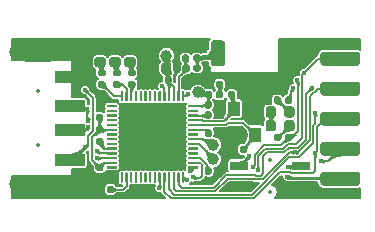
<source format=gbr>
%TF.GenerationSoftware,KiCad,Pcbnew,(5.1.6)-1*%
%TF.CreationDate,2022-01-16T18:26:27+08:00*%
%TF.ProjectId,esp32s2-uart,65737033-3273-4322-9d75-6172742e6b69,rev?*%
%TF.SameCoordinates,Original*%
%TF.FileFunction,Copper,L1,Top*%
%TF.FilePolarity,Positive*%
%FSLAX46Y46*%
G04 Gerber Fmt 4.6, Leading zero omitted, Abs format (unit mm)*
G04 Created by KiCad (PCBNEW (5.1.6)-1) date 2022-01-16 18:26:27*
%MOMM*%
%LPD*%
G01*
G04 APERTURE LIST*
%TA.AperFunction,SMDPad,CuDef*%
%ADD10R,1.550000X0.800000*%
%TD*%
%TA.AperFunction,SMDPad,CuDef*%
%ADD11R,2.500000X1.100000*%
%TD*%
%TA.AperFunction,ComponentPad*%
%ADD12O,3.500000X1.900000*%
%TD*%
%TA.AperFunction,ComponentPad*%
%ADD13O,2.200000X0.900000*%
%TD*%
%TA.AperFunction,ComponentPad*%
%ADD14O,1.700000X0.900000*%
%TD*%
%TA.AperFunction,SMDPad,CuDef*%
%ADD15C,1.000000*%
%TD*%
%TA.AperFunction,SMDPad,CuDef*%
%ADD16R,1.000000X1.300000*%
%TD*%
%TA.AperFunction,SMDPad,CuDef*%
%ADD17R,5.600000X5.600000*%
%TD*%
%TA.AperFunction,ViaPad*%
%ADD18C,0.400000*%
%TD*%
%TA.AperFunction,Conductor*%
%ADD19C,0.150000*%
%TD*%
%TA.AperFunction,Conductor*%
%ADD20C,0.250000*%
%TD*%
%TA.AperFunction,Conductor*%
%ADD21C,0.200000*%
%TD*%
%TA.AperFunction,Conductor*%
%ADD22C,0.025400*%
%TD*%
%ADD23C,0.200000*%
%ADD24C,0.350000*%
%ADD25O,2.500000X0.900000*%
%ADD26O,1.800000X0.600000*%
%ADD27O,1.400000X0.600000*%
G04 APERTURE END LIST*
D10*
%TO.P,SW1,2*%
%TO.N,/DBG_IO0*%
X19523800Y2982800D03*
X24773800Y2982800D03*
%TO.P,SW1,1*%
%TO.N,GND*%
X24773800Y1282800D03*
X19523800Y1282800D03*
%TD*%
D11*
%TO.P,J1,2*%
%TO.N,/USB_D-*%
X5179600Y6010400D03*
%TO.P,J1,3*%
%TO.N,/USB_D+*%
X5179600Y8010400D03*
%TO.P,J1,1*%
%TO.N,+5V*%
X5179600Y3510400D03*
%TO.P,J1,4*%
%TO.N,GND*%
X5179600Y10510400D03*
D12*
%TO.P,J1,5*%
X2429600Y1310400D03*
X2429600Y12710400D03*
%TD*%
D13*
%TO.P,J2,S1*%
%TO.N,GND*%
X1111200Y12595000D03*
X1111200Y1405000D03*
D14*
X5181200Y12595000D03*
X5181200Y1405000D03*
%TD*%
D15*
%TO.P,TP6,1*%
%TO.N,/DBG_RX*%
X17322800Y4749800D03*
%TD*%
%TO.P,TP5,1*%
%TO.N,/DBG_TX*%
X17322800Y3530600D03*
%TD*%
%TO.P,TP4,1*%
%TO.N,/DBG_EN*%
X16002000Y9194800D03*
%TD*%
%TO.P,TP2,1*%
%TO.N,+3V3*%
X13350000Y12300000D03*
%TD*%
%TO.P,TP1,1*%
%TO.N,GND*%
X11750000Y12300000D03*
%TD*%
%TO.P,R9,1*%
%TO.N,Net-(D11-Pad1)*%
%TA.AperFunction,SMDPad,CuDef*%
G36*
G01*
X22420000Y8361900D02*
X22420000Y8706900D01*
G75*
G02*
X22567500Y8854400I147500J0D01*
G01*
X22862500Y8854400D01*
G75*
G02*
X23010000Y8706900I0J-147500D01*
G01*
X23010000Y8361900D01*
G75*
G02*
X22862500Y8214400I-147500J0D01*
G01*
X22567500Y8214400D01*
G75*
G02*
X22420000Y8361900I0J147500D01*
G01*
G37*
%TD.AperFunction*%
%TO.P,R9,2*%
%TO.N,/UART_RX*%
%TA.AperFunction,SMDPad,CuDef*%
G36*
G01*
X23390000Y8361900D02*
X23390000Y8706900D01*
G75*
G02*
X23537500Y8854400I147500J0D01*
G01*
X23832500Y8854400D01*
G75*
G02*
X23980000Y8706900I0J-147500D01*
G01*
X23980000Y8361900D01*
G75*
G02*
X23832500Y8214400I-147500J0D01*
G01*
X23537500Y8214400D01*
G75*
G02*
X23390000Y8361900I0J147500D01*
G01*
G37*
%TD.AperFunction*%
%TD*%
%TO.P,R8,1*%
%TO.N,Net-(D10-Pad1)*%
%TA.AperFunction,SMDPad,CuDef*%
G36*
G01*
X22420000Y5202500D02*
X22420000Y5547500D01*
G75*
G02*
X22567500Y5695000I147500J0D01*
G01*
X22862500Y5695000D01*
G75*
G02*
X23010000Y5547500I0J-147500D01*
G01*
X23010000Y5202500D01*
G75*
G02*
X22862500Y5055000I-147500J0D01*
G01*
X22567500Y5055000D01*
G75*
G02*
X22420000Y5202500I0J147500D01*
G01*
G37*
%TD.AperFunction*%
%TO.P,R8,2*%
%TO.N,/UART_TX*%
%TA.AperFunction,SMDPad,CuDef*%
G36*
G01*
X23390000Y5202500D02*
X23390000Y5547500D01*
G75*
G02*
X23537500Y5695000I147500J0D01*
G01*
X23832500Y5695000D01*
G75*
G02*
X23980000Y5547500I0J-147500D01*
G01*
X23980000Y5202500D01*
G75*
G02*
X23832500Y5055000I-147500J0D01*
G01*
X23537500Y5055000D01*
G75*
G02*
X23390000Y5202500I0J147500D01*
G01*
G37*
%TD.AperFunction*%
%TD*%
%TO.P,R4,1*%
%TO.N,Net-(R4-Pad1)*%
%TA.AperFunction,SMDPad,CuDef*%
G36*
G01*
X9316500Y9583200D02*
X8971500Y9583200D01*
G75*
G02*
X8824000Y9730700I0J147500D01*
G01*
X8824000Y10025700D01*
G75*
G02*
X8971500Y10173200I147500J0D01*
G01*
X9316500Y10173200D01*
G75*
G02*
X9464000Y10025700I0J-147500D01*
G01*
X9464000Y9730700D01*
G75*
G02*
X9316500Y9583200I-147500J0D01*
G01*
G37*
%TD.AperFunction*%
%TO.P,R4,2*%
%TO.N,Net-(D2-Pad2)*%
%TA.AperFunction,SMDPad,CuDef*%
G36*
G01*
X9316500Y10553200D02*
X8971500Y10553200D01*
G75*
G02*
X8824000Y10700700I0J147500D01*
G01*
X8824000Y10995700D01*
G75*
G02*
X8971500Y11143200I147500J0D01*
G01*
X9316500Y11143200D01*
G75*
G02*
X9464000Y10995700I0J-147500D01*
G01*
X9464000Y10700700D01*
G75*
G02*
X9316500Y10553200I-147500J0D01*
G01*
G37*
%TD.AperFunction*%
%TD*%
%TO.P,R3,1*%
%TO.N,Net-(R3-Pad1)*%
%TA.AperFunction,SMDPad,CuDef*%
G36*
G01*
X10586500Y9583200D02*
X10241500Y9583200D01*
G75*
G02*
X10094000Y9730700I0J147500D01*
G01*
X10094000Y10025700D01*
G75*
G02*
X10241500Y10173200I147500J0D01*
G01*
X10586500Y10173200D01*
G75*
G02*
X10734000Y10025700I0J-147500D01*
G01*
X10734000Y9730700D01*
G75*
G02*
X10586500Y9583200I-147500J0D01*
G01*
G37*
%TD.AperFunction*%
%TO.P,R3,2*%
%TO.N,Net-(D1-Pad2)*%
%TA.AperFunction,SMDPad,CuDef*%
G36*
G01*
X10586500Y10553200D02*
X10241500Y10553200D01*
G75*
G02*
X10094000Y10700700I0J147500D01*
G01*
X10094000Y10995700D01*
G75*
G02*
X10241500Y11143200I147500J0D01*
G01*
X10586500Y11143200D01*
G75*
G02*
X10734000Y10995700I0J-147500D01*
G01*
X10734000Y10700700D01*
G75*
G02*
X10586500Y10553200I-147500J0D01*
G01*
G37*
%TD.AperFunction*%
%TD*%
%TO.P,J3,1*%
%TO.N,/IO0*%
%TA.AperFunction,SMDPad,CuDef*%
G36*
G01*
X26356000Y11739600D02*
X26356000Y12339600D01*
G75*
G02*
X26656000Y12639600I300000J0D01*
G01*
X29456000Y12639600D01*
G75*
G02*
X29756000Y12339600I0J-300000D01*
G01*
X29756000Y11739600D01*
G75*
G02*
X29456000Y11439600I-300000J0D01*
G01*
X26656000Y11439600D01*
G75*
G02*
X26356000Y11739600I0J300000D01*
G01*
G37*
%TD.AperFunction*%
%TO.P,J3,2*%
%TO.N,/CTS_TDI*%
%TA.AperFunction,SMDPad,CuDef*%
G36*
G01*
X26356000Y9199600D02*
X26356000Y9799600D01*
G75*
G02*
X26656000Y10099600I300000J0D01*
G01*
X29456000Y10099600D01*
G75*
G02*
X29756000Y9799600I0J-300000D01*
G01*
X29756000Y9199600D01*
G75*
G02*
X29456000Y8899600I-300000J0D01*
G01*
X26656000Y8899600D01*
G75*
G02*
X26356000Y9199600I0J300000D01*
G01*
G37*
%TD.AperFunction*%
%TO.P,J3,3*%
%TO.N,/RTS_TDO*%
%TA.AperFunction,SMDPad,CuDef*%
G36*
G01*
X26356000Y6659600D02*
X26356000Y7259600D01*
G75*
G02*
X26656000Y7559600I300000J0D01*
G01*
X29456000Y7559600D01*
G75*
G02*
X29756000Y7259600I0J-300000D01*
G01*
X29756000Y6659600D01*
G75*
G02*
X29456000Y6359600I-300000J0D01*
G01*
X26656000Y6359600D01*
G75*
G02*
X26356000Y6659600I0J300000D01*
G01*
G37*
%TD.AperFunction*%
%TO.P,J3,4*%
%TO.N,/TMS*%
%TA.AperFunction,SMDPad,CuDef*%
G36*
G01*
X26356000Y4119600D02*
X26356000Y4719600D01*
G75*
G02*
X26656000Y5019600I300000J0D01*
G01*
X29456000Y5019600D01*
G75*
G02*
X29756000Y4719600I0J-300000D01*
G01*
X29756000Y4119600D01*
G75*
G02*
X29456000Y3819600I-300000J0D01*
G01*
X26656000Y3819600D01*
G75*
G02*
X26356000Y4119600I0J300000D01*
G01*
G37*
%TD.AperFunction*%
%TO.P,J3,5*%
%TO.N,+3V3*%
%TA.AperFunction,SMDPad,CuDef*%
G36*
G01*
X26356000Y1579600D02*
X26356000Y2179600D01*
G75*
G02*
X26656000Y2479600I300000J0D01*
G01*
X29456000Y2479600D01*
G75*
G02*
X29756000Y2179600I0J-300000D01*
G01*
X29756000Y1579600D01*
G75*
G02*
X29456000Y1279600I-300000J0D01*
G01*
X26656000Y1279600D01*
G75*
G02*
X26356000Y1579600I0J300000D01*
G01*
G37*
%TD.AperFunction*%
%TD*%
%TO.P,D2,1*%
%TO.N,GND*%
%TA.AperFunction,SMDPad,CuDef*%
G36*
G01*
X8735350Y13765400D02*
X9247850Y13765400D01*
G75*
G02*
X9466600Y13546650I0J-218750D01*
G01*
X9466600Y13109150D01*
G75*
G02*
X9247850Y12890400I-218750J0D01*
G01*
X8735350Y12890400D01*
G75*
G02*
X8516600Y13109150I0J218750D01*
G01*
X8516600Y13546650D01*
G75*
G02*
X8735350Y13765400I218750J0D01*
G01*
G37*
%TD.AperFunction*%
%TO.P,D2,2*%
%TO.N,Net-(D2-Pad2)*%
%TA.AperFunction,SMDPad,CuDef*%
G36*
G01*
X8735350Y12190400D02*
X9247850Y12190400D01*
G75*
G02*
X9466600Y11971650I0J-218750D01*
G01*
X9466600Y11534150D01*
G75*
G02*
X9247850Y11315400I-218750J0D01*
G01*
X8735350Y11315400D01*
G75*
G02*
X8516600Y11534150I0J218750D01*
G01*
X8516600Y11971650D01*
G75*
G02*
X8735350Y12190400I218750J0D01*
G01*
G37*
%TD.AperFunction*%
%TD*%
%TO.P,D1,1*%
%TO.N,GND*%
%TA.AperFunction,SMDPad,CuDef*%
G36*
G01*
X10005350Y13772600D02*
X10517850Y13772600D01*
G75*
G02*
X10736600Y13553850I0J-218750D01*
G01*
X10736600Y13116350D01*
G75*
G02*
X10517850Y12897600I-218750J0D01*
G01*
X10005350Y12897600D01*
G75*
G02*
X9786600Y13116350I0J218750D01*
G01*
X9786600Y13553850D01*
G75*
G02*
X10005350Y13772600I218750J0D01*
G01*
G37*
%TD.AperFunction*%
%TO.P,D1,2*%
%TO.N,Net-(D1-Pad2)*%
%TA.AperFunction,SMDPad,CuDef*%
G36*
G01*
X10005350Y12197600D02*
X10517850Y12197600D01*
G75*
G02*
X10736600Y11978850I0J-218750D01*
G01*
X10736600Y11541350D01*
G75*
G02*
X10517850Y11322600I-218750J0D01*
G01*
X10005350Y11322600D01*
G75*
G02*
X9786600Y11541350I0J218750D01*
G01*
X9786600Y11978850D01*
G75*
G02*
X10005350Y12197600I218750J0D01*
G01*
G37*
%TD.AperFunction*%
%TD*%
%TO.P,C10,1*%
%TO.N,Net-(C10-Pad1)*%
%TA.AperFunction,SMDPad,CuDef*%
G36*
G01*
X20134800Y4541300D02*
X20134800Y4196300D01*
G75*
G02*
X19987300Y4048800I-147500J0D01*
G01*
X19692300Y4048800D01*
G75*
G02*
X19544800Y4196300I0J147500D01*
G01*
X19544800Y4541300D01*
G75*
G02*
X19692300Y4688800I147500J0D01*
G01*
X19987300Y4688800D01*
G75*
G02*
X20134800Y4541300I0J-147500D01*
G01*
G37*
%TD.AperFunction*%
%TO.P,C10,2*%
%TO.N,GND*%
%TA.AperFunction,SMDPad,CuDef*%
G36*
G01*
X19164800Y4541300D02*
X19164800Y4196300D01*
G75*
G02*
X19017300Y4048800I-147500J0D01*
G01*
X18722300Y4048800D01*
G75*
G02*
X18574800Y4196300I0J147500D01*
G01*
X18574800Y4541300D01*
G75*
G02*
X18722300Y4688800I147500J0D01*
G01*
X19017300Y4688800D01*
G75*
G02*
X19164800Y4541300I0J-147500D01*
G01*
G37*
%TD.AperFunction*%
%TD*%
%TO.P,C8,1*%
%TO.N,Net-(C8-Pad1)*%
%TA.AperFunction,SMDPad,CuDef*%
G36*
G01*
X18574800Y8819100D02*
X18574800Y9164100D01*
G75*
G02*
X18722300Y9311600I147500J0D01*
G01*
X19017300Y9311600D01*
G75*
G02*
X19164800Y9164100I0J-147500D01*
G01*
X19164800Y8819100D01*
G75*
G02*
X19017300Y8671600I-147500J0D01*
G01*
X18722300Y8671600D01*
G75*
G02*
X18574800Y8819100I0J147500D01*
G01*
G37*
%TD.AperFunction*%
%TO.P,C8,2*%
%TO.N,GND*%
%TA.AperFunction,SMDPad,CuDef*%
G36*
G01*
X19544800Y8819100D02*
X19544800Y9164100D01*
G75*
G02*
X19692300Y9311600I147500J0D01*
G01*
X19987300Y9311600D01*
G75*
G02*
X20134800Y9164100I0J-147500D01*
G01*
X20134800Y8819100D01*
G75*
G02*
X19987300Y8671600I-147500J0D01*
G01*
X19692300Y8671600D01*
G75*
G02*
X19544800Y8819100I0J147500D01*
G01*
G37*
%TD.AperFunction*%
%TD*%
%TO.P,AE1,1*%
%TO.N,Net-(AE1-Pad1)*%
%TA.AperFunction,SMDPad,CuDef*%
G36*
G01*
X17102000Y11652599D02*
X17102000Y13352601D01*
G75*
G02*
X17351999Y13602600I249999J0D01*
G01*
X18052001Y13602600D01*
G75*
G02*
X18302000Y13352601I0J-249999D01*
G01*
X18302000Y11652599D01*
G75*
G02*
X18052001Y11402600I-249999J0D01*
G01*
X17351999Y11402600D01*
G75*
G02*
X17102000Y11652599I0J249999D01*
G01*
G37*
%TD.AperFunction*%
%TO.P,AE1,2*%
%TO.N,GND*%
%TA.AperFunction,SMDPad,CuDef*%
G36*
G01*
X22802000Y11652599D02*
X22802000Y13352601D01*
G75*
G02*
X23051999Y13602600I249999J0D01*
G01*
X23752001Y13602600D01*
G75*
G02*
X24002000Y13352601I0J-249999D01*
G01*
X24002000Y11652599D01*
G75*
G02*
X23752001Y11402600I-249999J0D01*
G01*
X23051999Y11402600D01*
G75*
G02*
X22802000Y11652599I0J249999D01*
G01*
G37*
%TD.AperFunction*%
%TD*%
D16*
%TO.P,Y1,1*%
%TO.N,Net-(C10-Pad1)*%
X20864400Y5605600D03*
%TO.P,Y1,2*%
%TO.N,GND*%
X20864400Y7805600D03*
%TO.P,Y1,3*%
%TO.N,Net-(C8-Pad1)*%
X19064400Y7805600D03*
%TO.P,Y1,4*%
%TO.N,GND*%
X19064400Y5605600D03*
%TD*%
%TO.P,U3,1*%
%TO.N,+3V3*%
%TA.AperFunction,SMDPad,CuDef*%
G36*
G01*
X14720000Y9311599D02*
X14820000Y9311599D01*
G75*
G02*
X14870000Y9261599I0J-50000D01*
G01*
X14870000Y8486599D01*
G75*
G02*
X14820000Y8436599I-50000J0D01*
G01*
X14720000Y8436599D01*
G75*
G02*
X14670000Y8486599I0J50000D01*
G01*
X14670000Y9261599D01*
G75*
G02*
X14720000Y9311599I50000J0D01*
G01*
G37*
%TD.AperFunction*%
%TO.P,U3,2*%
%TO.N,/LNA_IN*%
%TA.AperFunction,SMDPad,CuDef*%
G36*
G01*
X14320000Y9311599D02*
X14420000Y9311599D01*
G75*
G02*
X14470000Y9261599I0J-50000D01*
G01*
X14470000Y8486599D01*
G75*
G02*
X14420000Y8436599I-50000J0D01*
G01*
X14320000Y8436599D01*
G75*
G02*
X14270000Y8486599I0J50000D01*
G01*
X14270000Y9261599D01*
G75*
G02*
X14320000Y9311599I50000J0D01*
G01*
G37*
%TD.AperFunction*%
%TO.P,U3,3*%
%TO.N,+3V3*%
%TA.AperFunction,SMDPad,CuDef*%
G36*
G01*
X13920000Y9311599D02*
X14020000Y9311599D01*
G75*
G02*
X14070000Y9261599I0J-50000D01*
G01*
X14070000Y8486599D01*
G75*
G02*
X14020000Y8436599I-50000J0D01*
G01*
X13920000Y8436599D01*
G75*
G02*
X13870000Y8486599I0J50000D01*
G01*
X13870000Y9261599D01*
G75*
G02*
X13920000Y9311599I50000J0D01*
G01*
G37*
%TD.AperFunction*%
%TO.P,U3,4*%
%TA.AperFunction,SMDPad,CuDef*%
G36*
G01*
X13520000Y9311599D02*
X13620000Y9311599D01*
G75*
G02*
X13670000Y9261599I0J-50000D01*
G01*
X13670000Y8486599D01*
G75*
G02*
X13620000Y8436599I-50000J0D01*
G01*
X13520000Y8436599D01*
G75*
G02*
X13470000Y8486599I0J50000D01*
G01*
X13470000Y9261599D01*
G75*
G02*
X13520000Y9311599I50000J0D01*
G01*
G37*
%TD.AperFunction*%
%TO.P,U3,5*%
%TO.N,/DBG_IO0*%
%TA.AperFunction,SMDPad,CuDef*%
G36*
G01*
X13120000Y9311599D02*
X13220000Y9311599D01*
G75*
G02*
X13270000Y9261599I0J-50000D01*
G01*
X13270000Y8486599D01*
G75*
G02*
X13220000Y8436599I-50000J0D01*
G01*
X13120000Y8436599D01*
G75*
G02*
X13070000Y8486599I0J50000D01*
G01*
X13070000Y9261599D01*
G75*
G02*
X13120000Y9311599I50000J0D01*
G01*
G37*
%TD.AperFunction*%
%TO.P,U3,6*%
%TO.N,N/C*%
%TA.AperFunction,SMDPad,CuDef*%
G36*
G01*
X12720000Y9311599D02*
X12820000Y9311599D01*
G75*
G02*
X12870000Y9261599I0J-50000D01*
G01*
X12870000Y8486599D01*
G75*
G02*
X12820000Y8436599I-50000J0D01*
G01*
X12720000Y8436599D01*
G75*
G02*
X12670000Y8486599I0J50000D01*
G01*
X12670000Y9261599D01*
G75*
G02*
X12720000Y9311599I50000J0D01*
G01*
G37*
%TD.AperFunction*%
%TO.P,U3,7*%
%TA.AperFunction,SMDPad,CuDef*%
G36*
G01*
X12320000Y9311599D02*
X12420000Y9311599D01*
G75*
G02*
X12470000Y9261599I0J-50000D01*
G01*
X12470000Y8486599D01*
G75*
G02*
X12420000Y8436599I-50000J0D01*
G01*
X12320000Y8436599D01*
G75*
G02*
X12270000Y8486599I0J50000D01*
G01*
X12270000Y9261599D01*
G75*
G02*
X12320000Y9311599I50000J0D01*
G01*
G37*
%TD.AperFunction*%
%TO.P,U3,8*%
%TA.AperFunction,SMDPad,CuDef*%
G36*
G01*
X11920000Y9311599D02*
X12020000Y9311599D01*
G75*
G02*
X12070000Y9261599I0J-50000D01*
G01*
X12070000Y8486599D01*
G75*
G02*
X12020000Y8436599I-50000J0D01*
G01*
X11920000Y8436599D01*
G75*
G02*
X11870000Y8486599I0J50000D01*
G01*
X11870000Y9261599D01*
G75*
G02*
X11920000Y9311599I50000J0D01*
G01*
G37*
%TD.AperFunction*%
%TO.P,U3,9*%
%TA.AperFunction,SMDPad,CuDef*%
G36*
G01*
X11520000Y9311599D02*
X11620000Y9311599D01*
G75*
G02*
X11670000Y9261599I0J-50000D01*
G01*
X11670000Y8486599D01*
G75*
G02*
X11620000Y8436599I-50000J0D01*
G01*
X11520000Y8436599D01*
G75*
G02*
X11470000Y8486599I0J50000D01*
G01*
X11470000Y9261599D01*
G75*
G02*
X11520000Y9311599I50000J0D01*
G01*
G37*
%TD.AperFunction*%
%TO.P,U3,10*%
%TA.AperFunction,SMDPad,CuDef*%
G36*
G01*
X11120000Y9311599D02*
X11220000Y9311599D01*
G75*
G02*
X11270000Y9261599I0J-50000D01*
G01*
X11270000Y8486599D01*
G75*
G02*
X11220000Y8436599I-50000J0D01*
G01*
X11120000Y8436599D01*
G75*
G02*
X11070000Y8486599I0J50000D01*
G01*
X11070000Y9261599D01*
G75*
G02*
X11120000Y9311599I50000J0D01*
G01*
G37*
%TD.AperFunction*%
%TO.P,U3,11*%
%TA.AperFunction,SMDPad,CuDef*%
G36*
G01*
X10720000Y9311599D02*
X10820000Y9311599D01*
G75*
G02*
X10870000Y9261599I0J-50000D01*
G01*
X10870000Y8486599D01*
G75*
G02*
X10820000Y8436599I-50000J0D01*
G01*
X10720000Y8436599D01*
G75*
G02*
X10670000Y8486599I0J50000D01*
G01*
X10670000Y9261599D01*
G75*
G02*
X10720000Y9311599I50000J0D01*
G01*
G37*
%TD.AperFunction*%
%TO.P,U3,12*%
%TO.N,Net-(R3-Pad1)*%
%TA.AperFunction,SMDPad,CuDef*%
G36*
G01*
X10320000Y9311599D02*
X10420000Y9311599D01*
G75*
G02*
X10470000Y9261599I0J-50000D01*
G01*
X10470000Y8486599D01*
G75*
G02*
X10420000Y8436599I-50000J0D01*
G01*
X10320000Y8436599D01*
G75*
G02*
X10270000Y8486599I0J50000D01*
G01*
X10270000Y9261599D01*
G75*
G02*
X10320000Y9311599I50000J0D01*
G01*
G37*
%TD.AperFunction*%
%TO.P,U3,13*%
%TO.N,Net-(R4-Pad1)*%
%TA.AperFunction,SMDPad,CuDef*%
G36*
G01*
X9920000Y9311599D02*
X10020000Y9311599D01*
G75*
G02*
X10070000Y9261599I0J-50000D01*
G01*
X10070000Y8486599D01*
G75*
G02*
X10020000Y8436599I-50000J0D01*
G01*
X9920000Y8436599D01*
G75*
G02*
X9870000Y8486599I0J50000D01*
G01*
X9870000Y9261599D01*
G75*
G02*
X9920000Y9311599I50000J0D01*
G01*
G37*
%TD.AperFunction*%
%TO.P,U3,14*%
%TO.N,Net-(R5-Pad1)*%
%TA.AperFunction,SMDPad,CuDef*%
G36*
G01*
X9520000Y9311599D02*
X9620000Y9311599D01*
G75*
G02*
X9670000Y9261599I0J-50000D01*
G01*
X9670000Y8486599D01*
G75*
G02*
X9620000Y8436599I-50000J0D01*
G01*
X9520000Y8436599D01*
G75*
G02*
X9470000Y8486599I0J50000D01*
G01*
X9470000Y9261599D01*
G75*
G02*
X9520000Y9311599I50000J0D01*
G01*
G37*
%TD.AperFunction*%
%TO.P,U3,15*%
%TO.N,N/C*%
%TA.AperFunction,SMDPad,CuDef*%
G36*
G01*
X8345000Y8136599D02*
X9120000Y8136599D01*
G75*
G02*
X9170000Y8086599I0J-50000D01*
G01*
X9170000Y7986599D01*
G75*
G02*
X9120000Y7936599I-50000J0D01*
G01*
X8345000Y7936599D01*
G75*
G02*
X8295000Y7986599I0J50000D01*
G01*
X8295000Y8086599D01*
G75*
G02*
X8345000Y8136599I50000J0D01*
G01*
G37*
%TD.AperFunction*%
%TO.P,U3,16*%
%TA.AperFunction,SMDPad,CuDef*%
G36*
G01*
X8345000Y7736599D02*
X9120000Y7736599D01*
G75*
G02*
X9170000Y7686599I0J-50000D01*
G01*
X9170000Y7586599D01*
G75*
G02*
X9120000Y7536599I-50000J0D01*
G01*
X8345000Y7536599D01*
G75*
G02*
X8295000Y7586599I0J50000D01*
G01*
X8295000Y7686599D01*
G75*
G02*
X8345000Y7736599I50000J0D01*
G01*
G37*
%TD.AperFunction*%
%TO.P,U3,17*%
%TA.AperFunction,SMDPad,CuDef*%
G36*
G01*
X8345000Y7336599D02*
X9120000Y7336599D01*
G75*
G02*
X9170000Y7286599I0J-50000D01*
G01*
X9170000Y7186599D01*
G75*
G02*
X9120000Y7136599I-50000J0D01*
G01*
X8345000Y7136599D01*
G75*
G02*
X8295000Y7186599I0J50000D01*
G01*
X8295000Y7286599D01*
G75*
G02*
X8345000Y7336599I50000J0D01*
G01*
G37*
%TD.AperFunction*%
%TO.P,U3,18*%
%TA.AperFunction,SMDPad,CuDef*%
G36*
G01*
X8345000Y6936599D02*
X9120000Y6936599D01*
G75*
G02*
X9170000Y6886599I0J-50000D01*
G01*
X9170000Y6786599D01*
G75*
G02*
X9120000Y6736599I-50000J0D01*
G01*
X8345000Y6736599D01*
G75*
G02*
X8295000Y6786599I0J50000D01*
G01*
X8295000Y6886599D01*
G75*
G02*
X8345000Y6936599I50000J0D01*
G01*
G37*
%TD.AperFunction*%
%TO.P,U3,19*%
%TA.AperFunction,SMDPad,CuDef*%
G36*
G01*
X8345000Y6536599D02*
X9120000Y6536599D01*
G75*
G02*
X9170000Y6486599I0J-50000D01*
G01*
X9170000Y6386599D01*
G75*
G02*
X9120000Y6336599I-50000J0D01*
G01*
X8345000Y6336599D01*
G75*
G02*
X8295000Y6386599I0J50000D01*
G01*
X8295000Y6486599D01*
G75*
G02*
X8345000Y6536599I50000J0D01*
G01*
G37*
%TD.AperFunction*%
%TO.P,U3,20*%
%TO.N,+3V3*%
%TA.AperFunction,SMDPad,CuDef*%
G36*
G01*
X8345000Y6136599D02*
X9120000Y6136599D01*
G75*
G02*
X9170000Y6086599I0J-50000D01*
G01*
X9170000Y5986599D01*
G75*
G02*
X9120000Y5936599I-50000J0D01*
G01*
X8345000Y5936599D01*
G75*
G02*
X8295000Y5986599I0J50000D01*
G01*
X8295000Y6086599D01*
G75*
G02*
X8345000Y6136599I50000J0D01*
G01*
G37*
%TD.AperFunction*%
%TO.P,U3,21*%
%TO.N,N/C*%
%TA.AperFunction,SMDPad,CuDef*%
G36*
G01*
X8345000Y5736599D02*
X9120000Y5736599D01*
G75*
G02*
X9170000Y5686599I0J-50000D01*
G01*
X9170000Y5586599D01*
G75*
G02*
X9120000Y5536599I-50000J0D01*
G01*
X8345000Y5536599D01*
G75*
G02*
X8295000Y5586599I0J50000D01*
G01*
X8295000Y5686599D01*
G75*
G02*
X8345000Y5736599I50000J0D01*
G01*
G37*
%TD.AperFunction*%
%TO.P,U3,22*%
%TA.AperFunction,SMDPad,CuDef*%
G36*
G01*
X8345000Y5336599D02*
X9120000Y5336599D01*
G75*
G02*
X9170000Y5286599I0J-50000D01*
G01*
X9170000Y5186599D01*
G75*
G02*
X9120000Y5136599I-50000J0D01*
G01*
X8345000Y5136599D01*
G75*
G02*
X8295000Y5186599I0J50000D01*
G01*
X8295000Y5286599D01*
G75*
G02*
X8345000Y5336599I50000J0D01*
G01*
G37*
%TD.AperFunction*%
%TO.P,U3,23*%
%TA.AperFunction,SMDPad,CuDef*%
G36*
G01*
X8345000Y4936599D02*
X9120000Y4936599D01*
G75*
G02*
X9170000Y4886599I0J-50000D01*
G01*
X9170000Y4786599D01*
G75*
G02*
X9120000Y4736599I-50000J0D01*
G01*
X8345000Y4736599D01*
G75*
G02*
X8295000Y4786599I0J50000D01*
G01*
X8295000Y4886599D01*
G75*
G02*
X8345000Y4936599I50000J0D01*
G01*
G37*
%TD.AperFunction*%
%TO.P,U3,24*%
%TO.N,Net-(R7-Pad2)*%
%TA.AperFunction,SMDPad,CuDef*%
G36*
G01*
X8345000Y4536599D02*
X9120000Y4536599D01*
G75*
G02*
X9170000Y4486599I0J-50000D01*
G01*
X9170000Y4386599D01*
G75*
G02*
X9120000Y4336599I-50000J0D01*
G01*
X8345000Y4336599D01*
G75*
G02*
X8295000Y4386599I0J50000D01*
G01*
X8295000Y4486599D01*
G75*
G02*
X8345000Y4536599I50000J0D01*
G01*
G37*
%TD.AperFunction*%
%TO.P,U3,25*%
%TO.N,Net-(R1-Pad1)*%
%TA.AperFunction,SMDPad,CuDef*%
G36*
G01*
X8345000Y4136599D02*
X9120000Y4136599D01*
G75*
G02*
X9170000Y4086599I0J-50000D01*
G01*
X9170000Y3986599D01*
G75*
G02*
X9120000Y3936599I-50000J0D01*
G01*
X8345000Y3936599D01*
G75*
G02*
X8295000Y3986599I0J50000D01*
G01*
X8295000Y4086599D01*
G75*
G02*
X8345000Y4136599I50000J0D01*
G01*
G37*
%TD.AperFunction*%
%TO.P,U3,26*%
%TO.N,Net-(R2-Pad1)*%
%TA.AperFunction,SMDPad,CuDef*%
G36*
G01*
X8345000Y3736599D02*
X9120000Y3736599D01*
G75*
G02*
X9170000Y3686599I0J-50000D01*
G01*
X9170000Y3586599D01*
G75*
G02*
X9120000Y3536599I-50000J0D01*
G01*
X8345000Y3536599D01*
G75*
G02*
X8295000Y3586599I0J50000D01*
G01*
X8295000Y3686599D01*
G75*
G02*
X8345000Y3736599I50000J0D01*
G01*
G37*
%TD.AperFunction*%
%TO.P,U3,27*%
%TO.N,+3V3*%
%TA.AperFunction,SMDPad,CuDef*%
G36*
G01*
X8345000Y3336599D02*
X9120000Y3336599D01*
G75*
G02*
X9170000Y3286599I0J-50000D01*
G01*
X9170000Y3186599D01*
G75*
G02*
X9120000Y3136599I-50000J0D01*
G01*
X8345000Y3136599D01*
G75*
G02*
X8295000Y3186599I0J50000D01*
G01*
X8295000Y3286599D01*
G75*
G02*
X8345000Y3336599I50000J0D01*
G01*
G37*
%TD.AperFunction*%
%TO.P,U3,28*%
%TO.N,N/C*%
%TA.AperFunction,SMDPad,CuDef*%
G36*
G01*
X8345000Y2936599D02*
X9120000Y2936599D01*
G75*
G02*
X9170000Y2886599I0J-50000D01*
G01*
X9170000Y2786599D01*
G75*
G02*
X9120000Y2736599I-50000J0D01*
G01*
X8345000Y2736599D01*
G75*
G02*
X8295000Y2786599I0J50000D01*
G01*
X8295000Y2886599D01*
G75*
G02*
X8345000Y2936599I50000J0D01*
G01*
G37*
%TD.AperFunction*%
%TO.P,U3,29*%
%TA.AperFunction,SMDPad,CuDef*%
G36*
G01*
X9520000Y2436599D02*
X9620000Y2436599D01*
G75*
G02*
X9670000Y2386599I0J-50000D01*
G01*
X9670000Y1611599D01*
G75*
G02*
X9620000Y1561599I-50000J0D01*
G01*
X9520000Y1561599D01*
G75*
G02*
X9470000Y1611599I0J50000D01*
G01*
X9470000Y2386599D01*
G75*
G02*
X9520000Y2436599I50000J0D01*
G01*
G37*
%TD.AperFunction*%
%TO.P,U3,30*%
%TO.N,Net-(C14-Pad2)*%
%TA.AperFunction,SMDPad,CuDef*%
G36*
G01*
X9920000Y2436599D02*
X10020000Y2436599D01*
G75*
G02*
X10070000Y2386599I0J-50000D01*
G01*
X10070000Y1611599D01*
G75*
G02*
X10020000Y1561599I-50000J0D01*
G01*
X9920000Y1561599D01*
G75*
G02*
X9870000Y1611599I0J50000D01*
G01*
X9870000Y2386599D01*
G75*
G02*
X9920000Y2436599I50000J0D01*
G01*
G37*
%TD.AperFunction*%
%TO.P,U3,31*%
%TO.N,N/C*%
%TA.AperFunction,SMDPad,CuDef*%
G36*
G01*
X10320000Y2436599D02*
X10420000Y2436599D01*
G75*
G02*
X10470000Y2386599I0J-50000D01*
G01*
X10470000Y1611599D01*
G75*
G02*
X10420000Y1561599I-50000J0D01*
G01*
X10320000Y1561599D01*
G75*
G02*
X10270000Y1611599I0J50000D01*
G01*
X10270000Y2386599D01*
G75*
G02*
X10320000Y2436599I50000J0D01*
G01*
G37*
%TD.AperFunction*%
%TO.P,U3,32*%
%TA.AperFunction,SMDPad,CuDef*%
G36*
G01*
X10720000Y2436599D02*
X10820000Y2436599D01*
G75*
G02*
X10870000Y2386599I0J-50000D01*
G01*
X10870000Y1611599D01*
G75*
G02*
X10820000Y1561599I-50000J0D01*
G01*
X10720000Y1561599D01*
G75*
G02*
X10670000Y1611599I0J50000D01*
G01*
X10670000Y2386599D01*
G75*
G02*
X10720000Y2436599I50000J0D01*
G01*
G37*
%TD.AperFunction*%
%TO.P,U3,33*%
%TA.AperFunction,SMDPad,CuDef*%
G36*
G01*
X11120000Y2436599D02*
X11220000Y2436599D01*
G75*
G02*
X11270000Y2386599I0J-50000D01*
G01*
X11270000Y1611599D01*
G75*
G02*
X11220000Y1561599I-50000J0D01*
G01*
X11120000Y1561599D01*
G75*
G02*
X11070000Y1611599I0J50000D01*
G01*
X11070000Y2386599D01*
G75*
G02*
X11120000Y2436599I50000J0D01*
G01*
G37*
%TD.AperFunction*%
%TO.P,U3,34*%
%TA.AperFunction,SMDPad,CuDef*%
G36*
G01*
X11520000Y2436599D02*
X11620000Y2436599D01*
G75*
G02*
X11670000Y2386599I0J-50000D01*
G01*
X11670000Y1611599D01*
G75*
G02*
X11620000Y1561599I-50000J0D01*
G01*
X11520000Y1561599D01*
G75*
G02*
X11470000Y1611599I0J50000D01*
G01*
X11470000Y2386599D01*
G75*
G02*
X11520000Y2436599I50000J0D01*
G01*
G37*
%TD.AperFunction*%
%TO.P,U3,35*%
%TA.AperFunction,SMDPad,CuDef*%
G36*
G01*
X11920000Y2436599D02*
X12020000Y2436599D01*
G75*
G02*
X12070000Y2386599I0J-50000D01*
G01*
X12070000Y1611599D01*
G75*
G02*
X12020000Y1561599I-50000J0D01*
G01*
X11920000Y1561599D01*
G75*
G02*
X11870000Y1611599I0J50000D01*
G01*
X11870000Y2386599D01*
G75*
G02*
X11920000Y2436599I50000J0D01*
G01*
G37*
%TD.AperFunction*%
%TO.P,U3,36*%
%TA.AperFunction,SMDPad,CuDef*%
G36*
G01*
X12320000Y2436599D02*
X12420000Y2436599D01*
G75*
G02*
X12470000Y2386599I0J-50000D01*
G01*
X12470000Y1611599D01*
G75*
G02*
X12420000Y1561599I-50000J0D01*
G01*
X12320000Y1561599D01*
G75*
G02*
X12270000Y1611599I0J50000D01*
G01*
X12270000Y2386599D01*
G75*
G02*
X12320000Y2436599I50000J0D01*
G01*
G37*
%TD.AperFunction*%
%TO.P,U3,37*%
%TO.N,/TMS*%
%TA.AperFunction,SMDPad,CuDef*%
G36*
G01*
X12720000Y2436599D02*
X12820000Y2436599D01*
G75*
G02*
X12870000Y2386599I0J-50000D01*
G01*
X12870000Y1611599D01*
G75*
G02*
X12820000Y1561599I-50000J0D01*
G01*
X12720000Y1561599D01*
G75*
G02*
X12670000Y1611599I0J50000D01*
G01*
X12670000Y2386599D01*
G75*
G02*
X12720000Y2436599I50000J0D01*
G01*
G37*
%TD.AperFunction*%
%TO.P,U3,38*%
%TO.N,/RTS_TDO*%
%TA.AperFunction,SMDPad,CuDef*%
G36*
G01*
X13120000Y2436599D02*
X13220000Y2436599D01*
G75*
G02*
X13270000Y2386599I0J-50000D01*
G01*
X13270000Y1611599D01*
G75*
G02*
X13220000Y1561599I-50000J0D01*
G01*
X13120000Y1561599D01*
G75*
G02*
X13070000Y1611599I0J50000D01*
G01*
X13070000Y2386599D01*
G75*
G02*
X13120000Y2436599I50000J0D01*
G01*
G37*
%TD.AperFunction*%
%TO.P,U3,39*%
%TO.N,/EN*%
%TA.AperFunction,SMDPad,CuDef*%
G36*
G01*
X13520000Y2436599D02*
X13620000Y2436599D01*
G75*
G02*
X13670000Y2386599I0J-50000D01*
G01*
X13670000Y1611599D01*
G75*
G02*
X13620000Y1561599I-50000J0D01*
G01*
X13520000Y1561599D01*
G75*
G02*
X13470000Y1611599I0J50000D01*
G01*
X13470000Y2386599D01*
G75*
G02*
X13520000Y2436599I50000J0D01*
G01*
G37*
%TD.AperFunction*%
%TO.P,U3,40*%
%TO.N,/CTS_TDI*%
%TA.AperFunction,SMDPad,CuDef*%
G36*
G01*
X13920000Y2436599D02*
X14020000Y2436599D01*
G75*
G02*
X14070000Y2386599I0J-50000D01*
G01*
X14070000Y1611599D01*
G75*
G02*
X14020000Y1561599I-50000J0D01*
G01*
X13920000Y1561599D01*
G75*
G02*
X13870000Y1611599I0J50000D01*
G01*
X13870000Y2386599D01*
G75*
G02*
X13920000Y2436599I50000J0D01*
G01*
G37*
%TD.AperFunction*%
%TO.P,U3,41*%
%TO.N,/UART_RX*%
%TA.AperFunction,SMDPad,CuDef*%
G36*
G01*
X14320000Y2436599D02*
X14420000Y2436599D01*
G75*
G02*
X14470000Y2386599I0J-50000D01*
G01*
X14470000Y1611599D01*
G75*
G02*
X14420000Y1561599I-50000J0D01*
G01*
X14320000Y1561599D01*
G75*
G02*
X14270000Y1611599I0J50000D01*
G01*
X14270000Y2386599D01*
G75*
G02*
X14320000Y2436599I50000J0D01*
G01*
G37*
%TD.AperFunction*%
%TO.P,U3,42*%
%TO.N,/TCK*%
%TA.AperFunction,SMDPad,CuDef*%
G36*
G01*
X14720000Y2436599D02*
X14820000Y2436599D01*
G75*
G02*
X14870000Y2386599I0J-50000D01*
G01*
X14870000Y1611599D01*
G75*
G02*
X14820000Y1561599I-50000J0D01*
G01*
X14720000Y1561599D01*
G75*
G02*
X14670000Y1611599I0J50000D01*
G01*
X14670000Y2386599D01*
G75*
G02*
X14720000Y2436599I50000J0D01*
G01*
G37*
%TD.AperFunction*%
%TO.P,U3,43*%
%TO.N,/UART_TX*%
%TA.AperFunction,SMDPad,CuDef*%
G36*
G01*
X15220000Y2936599D02*
X15995000Y2936599D01*
G75*
G02*
X16045000Y2886599I0J-50000D01*
G01*
X16045000Y2786599D01*
G75*
G02*
X15995000Y2736599I-50000J0D01*
G01*
X15220000Y2736599D01*
G75*
G02*
X15170000Y2786599I0J50000D01*
G01*
X15170000Y2886599D01*
G75*
G02*
X15220000Y2936599I50000J0D01*
G01*
G37*
%TD.AperFunction*%
%TO.P,U3,44*%
%TO.N,/IO0*%
%TA.AperFunction,SMDPad,CuDef*%
G36*
G01*
X15220000Y3336599D02*
X15995000Y3336599D01*
G75*
G02*
X16045000Y3286599I0J-50000D01*
G01*
X16045000Y3186599D01*
G75*
G02*
X15995000Y3136599I-50000J0D01*
G01*
X15220000Y3136599D01*
G75*
G02*
X15170000Y3186599I0J50000D01*
G01*
X15170000Y3286599D01*
G75*
G02*
X15220000Y3336599I50000J0D01*
G01*
G37*
%TD.AperFunction*%
%TO.P,U3,45*%
%TO.N,+3V3*%
%TA.AperFunction,SMDPad,CuDef*%
G36*
G01*
X15220000Y3736599D02*
X15995000Y3736599D01*
G75*
G02*
X16045000Y3686599I0J-50000D01*
G01*
X16045000Y3586599D01*
G75*
G02*
X15995000Y3536599I-50000J0D01*
G01*
X15220000Y3536599D01*
G75*
G02*
X15170000Y3586599I0J50000D01*
G01*
X15170000Y3686599D01*
G75*
G02*
X15220000Y3736599I50000J0D01*
G01*
G37*
%TD.AperFunction*%
%TO.P,U3,46*%
%TO.N,N/C*%
%TA.AperFunction,SMDPad,CuDef*%
G36*
G01*
X15220000Y4136599D02*
X15995000Y4136599D01*
G75*
G02*
X16045000Y4086599I0J-50000D01*
G01*
X16045000Y3986599D01*
G75*
G02*
X15995000Y3936599I-50000J0D01*
G01*
X15220000Y3936599D01*
G75*
G02*
X15170000Y3986599I0J50000D01*
G01*
X15170000Y4086599D01*
G75*
G02*
X15220000Y4136599I50000J0D01*
G01*
G37*
%TD.AperFunction*%
%TO.P,U3,47*%
%TA.AperFunction,SMDPad,CuDef*%
G36*
G01*
X15220000Y4536599D02*
X15995000Y4536599D01*
G75*
G02*
X16045000Y4486599I0J-50000D01*
G01*
X16045000Y4386599D01*
G75*
G02*
X15995000Y4336599I-50000J0D01*
G01*
X15220000Y4336599D01*
G75*
G02*
X15170000Y4386599I0J50000D01*
G01*
X15170000Y4486599D01*
G75*
G02*
X15220000Y4536599I50000J0D01*
G01*
G37*
%TD.AperFunction*%
%TO.P,U3,48*%
%TO.N,/DBG_TX*%
%TA.AperFunction,SMDPad,CuDef*%
G36*
G01*
X15220000Y4936599D02*
X15995000Y4936599D01*
G75*
G02*
X16045000Y4886599I0J-50000D01*
G01*
X16045000Y4786599D01*
G75*
G02*
X15995000Y4736599I-50000J0D01*
G01*
X15220000Y4736599D01*
G75*
G02*
X15170000Y4786599I0J50000D01*
G01*
X15170000Y4886599D01*
G75*
G02*
X15220000Y4936599I50000J0D01*
G01*
G37*
%TD.AperFunction*%
%TO.P,U3,49*%
%TO.N,/DBG_RX*%
%TA.AperFunction,SMDPad,CuDef*%
G36*
G01*
X15220000Y5336599D02*
X15995000Y5336599D01*
G75*
G02*
X16045000Y5286599I0J-50000D01*
G01*
X16045000Y5186599D01*
G75*
G02*
X15995000Y5136599I-50000J0D01*
G01*
X15220000Y5136599D01*
G75*
G02*
X15170000Y5186599I0J50000D01*
G01*
X15170000Y5286599D01*
G75*
G02*
X15220000Y5336599I50000J0D01*
G01*
G37*
%TD.AperFunction*%
%TO.P,U3,50*%
%TO.N,N/C*%
%TA.AperFunction,SMDPad,CuDef*%
G36*
G01*
X15220000Y5736599D02*
X15995000Y5736599D01*
G75*
G02*
X16045000Y5686599I0J-50000D01*
G01*
X16045000Y5586599D01*
G75*
G02*
X15995000Y5536599I-50000J0D01*
G01*
X15220000Y5536599D01*
G75*
G02*
X15170000Y5586599I0J50000D01*
G01*
X15170000Y5686599D01*
G75*
G02*
X15220000Y5736599I50000J0D01*
G01*
G37*
%TD.AperFunction*%
%TO.P,U3,51*%
%TO.N,+3V3*%
%TA.AperFunction,SMDPad,CuDef*%
G36*
G01*
X15220000Y6136599D02*
X15995000Y6136599D01*
G75*
G02*
X16045000Y6086599I0J-50000D01*
G01*
X16045000Y5986599D01*
G75*
G02*
X15995000Y5936599I-50000J0D01*
G01*
X15220000Y5936599D01*
G75*
G02*
X15170000Y5986599I0J50000D01*
G01*
X15170000Y6086599D01*
G75*
G02*
X15220000Y6136599I50000J0D01*
G01*
G37*
%TD.AperFunction*%
%TO.P,U3,52*%
%TO.N,Net-(C10-Pad1)*%
%TA.AperFunction,SMDPad,CuDef*%
G36*
G01*
X15220000Y6536599D02*
X15995000Y6536599D01*
G75*
G02*
X16045000Y6486599I0J-50000D01*
G01*
X16045000Y6386599D01*
G75*
G02*
X15995000Y6336599I-50000J0D01*
G01*
X15220000Y6336599D01*
G75*
G02*
X15170000Y6386599I0J50000D01*
G01*
X15170000Y6486599D01*
G75*
G02*
X15220000Y6536599I50000J0D01*
G01*
G37*
%TD.AperFunction*%
%TO.P,U3,53*%
%TO.N,Net-(C8-Pad1)*%
%TA.AperFunction,SMDPad,CuDef*%
G36*
G01*
X15220000Y6936599D02*
X15995000Y6936599D01*
G75*
G02*
X16045000Y6886599I0J-50000D01*
G01*
X16045000Y6786599D01*
G75*
G02*
X15995000Y6736599I-50000J0D01*
G01*
X15220000Y6736599D01*
G75*
G02*
X15170000Y6786599I0J50000D01*
G01*
X15170000Y6886599D01*
G75*
G02*
X15220000Y6936599I50000J0D01*
G01*
G37*
%TD.AperFunction*%
%TO.P,U3,54*%
%TO.N,+3V3*%
%TA.AperFunction,SMDPad,CuDef*%
G36*
G01*
X15220000Y7336599D02*
X15995000Y7336599D01*
G75*
G02*
X16045000Y7286599I0J-50000D01*
G01*
X16045000Y7186599D01*
G75*
G02*
X15995000Y7136599I-50000J0D01*
G01*
X15220000Y7136599D01*
G75*
G02*
X15170000Y7186599I0J50000D01*
G01*
X15170000Y7286599D01*
G75*
G02*
X15220000Y7336599I50000J0D01*
G01*
G37*
%TD.AperFunction*%
%TO.P,U3,55*%
%TO.N,N/C*%
%TA.AperFunction,SMDPad,CuDef*%
G36*
G01*
X15220000Y7736599D02*
X15995000Y7736599D01*
G75*
G02*
X16045000Y7686599I0J-50000D01*
G01*
X16045000Y7586599D01*
G75*
G02*
X15995000Y7536599I-50000J0D01*
G01*
X15220000Y7536599D01*
G75*
G02*
X15170000Y7586599I0J50000D01*
G01*
X15170000Y7686599D01*
G75*
G02*
X15220000Y7736599I50000J0D01*
G01*
G37*
%TD.AperFunction*%
%TO.P,U3,56*%
%TO.N,/DBG_EN*%
%TA.AperFunction,SMDPad,CuDef*%
G36*
G01*
X15220000Y8136599D02*
X15995000Y8136599D01*
G75*
G02*
X16045000Y8086599I0J-50000D01*
G01*
X16045000Y7986599D01*
G75*
G02*
X15995000Y7936599I-50000J0D01*
G01*
X15220000Y7936599D01*
G75*
G02*
X15170000Y7986599I0J50000D01*
G01*
X15170000Y8086599D01*
G75*
G02*
X15220000Y8136599I50000J0D01*
G01*
G37*
%TD.AperFunction*%
D17*
%TO.P,U3,57*%
%TO.N,GND*%
X12170000Y5436599D03*
%TD*%
%TO.P,R7,1*%
%TO.N,+3V3*%
%TA.AperFunction,SMDPad,CuDef*%
G36*
G01*
X7498300Y6317200D02*
X7843300Y6317200D01*
G75*
G02*
X7990800Y6169700I0J-147500D01*
G01*
X7990800Y5874700D01*
G75*
G02*
X7843300Y5727200I-147500J0D01*
G01*
X7498300Y5727200D01*
G75*
G02*
X7350800Y5874700I0J147500D01*
G01*
X7350800Y6169700D01*
G75*
G02*
X7498300Y6317200I147500J0D01*
G01*
G37*
%TD.AperFunction*%
%TO.P,R7,2*%
%TO.N,Net-(R7-Pad2)*%
%TA.AperFunction,SMDPad,CuDef*%
G36*
G01*
X7498300Y5347200D02*
X7843300Y5347200D01*
G75*
G02*
X7990800Y5199700I0J-147500D01*
G01*
X7990800Y4904700D01*
G75*
G02*
X7843300Y4757200I-147500J0D01*
G01*
X7498300Y4757200D01*
G75*
G02*
X7350800Y4904700I0J147500D01*
G01*
X7350800Y5199700D01*
G75*
G02*
X7498300Y5347200I147500J0D01*
G01*
G37*
%TD.AperFunction*%
%TD*%
%TO.P,R6,1*%
%TO.N,+3V3*%
%TA.AperFunction,SMDPad,CuDef*%
G36*
G01*
X18153600Y9174260D02*
X18153600Y8829260D01*
G75*
G02*
X18006100Y8681760I-147500J0D01*
G01*
X17711100Y8681760D01*
G75*
G02*
X17563600Y8829260I0J147500D01*
G01*
X17563600Y9174260D01*
G75*
G02*
X17711100Y9321760I147500J0D01*
G01*
X18006100Y9321760D01*
G75*
G02*
X18153600Y9174260I0J-147500D01*
G01*
G37*
%TD.AperFunction*%
%TO.P,R6,2*%
%TO.N,/DBG_EN*%
%TA.AperFunction,SMDPad,CuDef*%
G36*
G01*
X17183600Y9174260D02*
X17183600Y8829260D01*
G75*
G02*
X17036100Y8681760I-147500J0D01*
G01*
X16741100Y8681760D01*
G75*
G02*
X16593600Y8829260I0J147500D01*
G01*
X16593600Y9174260D01*
G75*
G02*
X16741100Y9321760I147500J0D01*
G01*
X17036100Y9321760D01*
G75*
G02*
X17183600Y9174260I0J-147500D01*
G01*
G37*
%TD.AperFunction*%
%TD*%
%TO.P,R5,1*%
%TO.N,Net-(R5-Pad1)*%
%TA.AperFunction,SMDPad,CuDef*%
G36*
G01*
X8046500Y9583200D02*
X7701500Y9583200D01*
G75*
G02*
X7554000Y9730700I0J147500D01*
G01*
X7554000Y10025700D01*
G75*
G02*
X7701500Y10173200I147500J0D01*
G01*
X8046500Y10173200D01*
G75*
G02*
X8194000Y10025700I0J-147500D01*
G01*
X8194000Y9730700D01*
G75*
G02*
X8046500Y9583200I-147500J0D01*
G01*
G37*
%TD.AperFunction*%
%TO.P,R5,2*%
%TO.N,Net-(D3-Pad2)*%
%TA.AperFunction,SMDPad,CuDef*%
G36*
G01*
X8046500Y10553200D02*
X7701500Y10553200D01*
G75*
G02*
X7554000Y10700700I0J147500D01*
G01*
X7554000Y10995700D01*
G75*
G02*
X7701500Y11143200I147500J0D01*
G01*
X8046500Y11143200D01*
G75*
G02*
X8194000Y10995700I0J-147500D01*
G01*
X8194000Y10700700D01*
G75*
G02*
X8046500Y10553200I-147500J0D01*
G01*
G37*
%TD.AperFunction*%
%TD*%
%TO.P,L1,1*%
%TO.N,/LNA_IN*%
%TA.AperFunction,SMDPad,CuDef*%
G36*
G01*
X14663200Y11917900D02*
X14663200Y12262900D01*
G75*
G02*
X14810700Y12410400I147500J0D01*
G01*
X15105700Y12410400D01*
G75*
G02*
X15253200Y12262900I0J-147500D01*
G01*
X15253200Y11917900D01*
G75*
G02*
X15105700Y11770400I-147500J0D01*
G01*
X14810700Y11770400D01*
G75*
G02*
X14663200Y11917900I0J147500D01*
G01*
G37*
%TD.AperFunction*%
%TO.P,L1,2*%
%TO.N,Net-(AE1-Pad1)*%
%TA.AperFunction,SMDPad,CuDef*%
G36*
G01*
X15633200Y11917900D02*
X15633200Y12262900D01*
G75*
G02*
X15780700Y12410400I147500J0D01*
G01*
X16075700Y12410400D01*
G75*
G02*
X16223200Y12262900I0J-147500D01*
G01*
X16223200Y11917900D01*
G75*
G02*
X16075700Y11770400I-147500J0D01*
G01*
X15780700Y11770400D01*
G75*
G02*
X15633200Y11917900I0J147500D01*
G01*
G37*
%TD.AperFunction*%
%TD*%
%TO.P,D11,1*%
%TO.N,Net-(D11-Pad1)*%
%TA.AperFunction,SMDPad,CuDef*%
G36*
G01*
X24192200Y7800050D02*
X24192200Y7287550D01*
G75*
G02*
X23973450Y7068800I-218750J0D01*
G01*
X23535950Y7068800D01*
G75*
G02*
X23317200Y7287550I0J218750D01*
G01*
X23317200Y7800050D01*
G75*
G02*
X23535950Y8018800I218750J0D01*
G01*
X23973450Y8018800D01*
G75*
G02*
X24192200Y7800050I0J-218750D01*
G01*
G37*
%TD.AperFunction*%
%TO.P,D11,2*%
%TO.N,+3V3*%
%TA.AperFunction,SMDPad,CuDef*%
G36*
G01*
X22617200Y7800050D02*
X22617200Y7287550D01*
G75*
G02*
X22398450Y7068800I-218750J0D01*
G01*
X21960950Y7068800D01*
G75*
G02*
X21742200Y7287550I0J218750D01*
G01*
X21742200Y7800050D01*
G75*
G02*
X21960950Y8018800I218750J0D01*
G01*
X22398450Y8018800D01*
G75*
G02*
X22617200Y7800050I0J-218750D01*
G01*
G37*
%TD.AperFunction*%
%TD*%
%TO.P,D10,1*%
%TO.N,Net-(D10-Pad1)*%
%TA.AperFunction,SMDPad,CuDef*%
G36*
G01*
X24192200Y6631250D02*
X24192200Y6118750D01*
G75*
G02*
X23973450Y5900000I-218750J0D01*
G01*
X23535950Y5900000D01*
G75*
G02*
X23317200Y6118750I0J218750D01*
G01*
X23317200Y6631250D01*
G75*
G02*
X23535950Y6850000I218750J0D01*
G01*
X23973450Y6850000D01*
G75*
G02*
X24192200Y6631250I0J-218750D01*
G01*
G37*
%TD.AperFunction*%
%TO.P,D10,2*%
%TO.N,+3V3*%
%TA.AperFunction,SMDPad,CuDef*%
G36*
G01*
X22617200Y6631250D02*
X22617200Y6118750D01*
G75*
G02*
X22398450Y5900000I-218750J0D01*
G01*
X21960950Y5900000D01*
G75*
G02*
X21742200Y6118750I0J218750D01*
G01*
X21742200Y6631250D01*
G75*
G02*
X21960950Y6850000I218750J0D01*
G01*
X22398450Y6850000D01*
G75*
G02*
X22617200Y6631250I0J-218750D01*
G01*
G37*
%TD.AperFunction*%
%TD*%
%TO.P,D3,1*%
%TO.N,GND*%
%TA.AperFunction,SMDPad,CuDef*%
G36*
G01*
X7465350Y13772600D02*
X7977850Y13772600D01*
G75*
G02*
X8196600Y13553850I0J-218750D01*
G01*
X8196600Y13116350D01*
G75*
G02*
X7977850Y12897600I-218750J0D01*
G01*
X7465350Y12897600D01*
G75*
G02*
X7246600Y13116350I0J218750D01*
G01*
X7246600Y13553850D01*
G75*
G02*
X7465350Y13772600I218750J0D01*
G01*
G37*
%TD.AperFunction*%
%TO.P,D3,2*%
%TO.N,Net-(D3-Pad2)*%
%TA.AperFunction,SMDPad,CuDef*%
G36*
G01*
X7465350Y12197600D02*
X7977850Y12197600D01*
G75*
G02*
X8196600Y11978850I0J-218750D01*
G01*
X8196600Y11541350D01*
G75*
G02*
X7977850Y11322600I-218750J0D01*
G01*
X7465350Y11322600D01*
G75*
G02*
X7246600Y11541350I0J218750D01*
G01*
X7246600Y11978850D01*
G75*
G02*
X7465350Y12197600I218750J0D01*
G01*
G37*
%TD.AperFunction*%
%TD*%
%TO.P,C14,1*%
%TO.N,GND*%
%TA.AperFunction,SMDPad,CuDef*%
G36*
G01*
X7348000Y792700D02*
X7348000Y1137700D01*
G75*
G02*
X7495500Y1285200I147500J0D01*
G01*
X7790500Y1285200D01*
G75*
G02*
X7938000Y1137700I0J-147500D01*
G01*
X7938000Y792700D01*
G75*
G02*
X7790500Y645200I-147500J0D01*
G01*
X7495500Y645200D01*
G75*
G02*
X7348000Y792700I0J147500D01*
G01*
G37*
%TD.AperFunction*%
%TO.P,C14,2*%
%TO.N,Net-(C14-Pad2)*%
%TA.AperFunction,SMDPad,CuDef*%
G36*
G01*
X8318000Y792700D02*
X8318000Y1137700D01*
G75*
G02*
X8465500Y1285200I147500J0D01*
G01*
X8760500Y1285200D01*
G75*
G02*
X8908000Y1137700I0J-147500D01*
G01*
X8908000Y792700D01*
G75*
G02*
X8760500Y645200I-147500J0D01*
G01*
X8465500Y645200D01*
G75*
G02*
X8318000Y792700I0J147500D01*
G01*
G37*
%TD.AperFunction*%
%TD*%
%TO.P,C13,1*%
%TO.N,GND*%
%TA.AperFunction,SMDPad,CuDef*%
G36*
G01*
X7817900Y1582200D02*
X7472900Y1582200D01*
G75*
G02*
X7325400Y1729700I0J147500D01*
G01*
X7325400Y2024700D01*
G75*
G02*
X7472900Y2172200I147500J0D01*
G01*
X7817900Y2172200D01*
G75*
G02*
X7965400Y2024700I0J-147500D01*
G01*
X7965400Y1729700D01*
G75*
G02*
X7817900Y1582200I-147500J0D01*
G01*
G37*
%TD.AperFunction*%
%TO.P,C13,2*%
%TO.N,+3V3*%
%TA.AperFunction,SMDPad,CuDef*%
G36*
G01*
X7817900Y2552200D02*
X7472900Y2552200D01*
G75*
G02*
X7325400Y2699700I0J147500D01*
G01*
X7325400Y2994700D01*
G75*
G02*
X7472900Y3142200I147500J0D01*
G01*
X7817900Y3142200D01*
G75*
G02*
X7965400Y2994700I0J-147500D01*
G01*
X7965400Y2699700D01*
G75*
G02*
X7817900Y2552200I-147500J0D01*
G01*
G37*
%TD.AperFunction*%
%TD*%
%TO.P,C12,1*%
%TO.N,GND*%
%TA.AperFunction,SMDPad,CuDef*%
G36*
G01*
X18153600Y2712500D02*
X18153600Y2367500D01*
G75*
G02*
X18006100Y2220000I-147500J0D01*
G01*
X17711100Y2220000D01*
G75*
G02*
X17563600Y2367500I0J147500D01*
G01*
X17563600Y2712500D01*
G75*
G02*
X17711100Y2860000I147500J0D01*
G01*
X18006100Y2860000D01*
G75*
G02*
X18153600Y2712500I0J-147500D01*
G01*
G37*
%TD.AperFunction*%
%TO.P,C12,2*%
%TO.N,+3V3*%
%TA.AperFunction,SMDPad,CuDef*%
G36*
G01*
X17183600Y2712500D02*
X17183600Y2367500D01*
G75*
G02*
X17036100Y2220000I-147500J0D01*
G01*
X16741100Y2220000D01*
G75*
G02*
X16593600Y2367500I0J147500D01*
G01*
X16593600Y2712500D01*
G75*
G02*
X16741100Y2860000I147500J0D01*
G01*
X17036100Y2860000D01*
G75*
G02*
X17183600Y2712500I0J-147500D01*
G01*
G37*
%TD.AperFunction*%
%TD*%
%TO.P,C11,1*%
%TO.N,GND*%
%TA.AperFunction,SMDPad,CuDef*%
G36*
G01*
X18153600Y5912900D02*
X18153600Y5567900D01*
G75*
G02*
X18006100Y5420400I-147500J0D01*
G01*
X17711100Y5420400D01*
G75*
G02*
X17563600Y5567900I0J147500D01*
G01*
X17563600Y5912900D01*
G75*
G02*
X17711100Y6060400I147500J0D01*
G01*
X18006100Y6060400D01*
G75*
G02*
X18153600Y5912900I0J-147500D01*
G01*
G37*
%TD.AperFunction*%
%TO.P,C11,2*%
%TO.N,+3V3*%
%TA.AperFunction,SMDPad,CuDef*%
G36*
G01*
X17183600Y5912900D02*
X17183600Y5567900D01*
G75*
G02*
X17036100Y5420400I-147500J0D01*
G01*
X16741100Y5420400D01*
G75*
G02*
X16593600Y5567900I0J147500D01*
G01*
X16593600Y5912900D01*
G75*
G02*
X16741100Y6060400I147500J0D01*
G01*
X17036100Y6060400D01*
G75*
G02*
X17183600Y5912900I0J-147500D01*
G01*
G37*
%TD.AperFunction*%
%TD*%
%TO.P,C16,1*%
%TO.N,Net-(AE1-Pad1)*%
%TA.AperFunction,SMDPad,CuDef*%
G36*
G01*
X15777900Y11547200D02*
X16122900Y11547200D01*
G75*
G02*
X16270400Y11399700I0J-147500D01*
G01*
X16270400Y11104700D01*
G75*
G02*
X16122900Y10957200I-147500J0D01*
G01*
X15777900Y10957200D01*
G75*
G02*
X15630400Y11104700I0J147500D01*
G01*
X15630400Y11399700D01*
G75*
G02*
X15777900Y11547200I147500J0D01*
G01*
G37*
%TD.AperFunction*%
%TO.P,C16,2*%
%TO.N,GND*%
%TA.AperFunction,SMDPad,CuDef*%
G36*
G01*
X15777900Y10577200D02*
X16122900Y10577200D01*
G75*
G02*
X16270400Y10429700I0J-147500D01*
G01*
X16270400Y10134700D01*
G75*
G02*
X16122900Y9987200I-147500J0D01*
G01*
X15777900Y9987200D01*
G75*
G02*
X15630400Y10134700I0J147500D01*
G01*
X15630400Y10429700D01*
G75*
G02*
X15777900Y10577200I147500J0D01*
G01*
G37*
%TD.AperFunction*%
%TD*%
%TO.P,C9,1*%
%TO.N,GND*%
%TA.AperFunction,SMDPad,CuDef*%
G36*
G01*
X7498300Y8329600D02*
X7843300Y8329600D01*
G75*
G02*
X7990800Y8182100I0J-147500D01*
G01*
X7990800Y7887100D01*
G75*
G02*
X7843300Y7739600I-147500J0D01*
G01*
X7498300Y7739600D01*
G75*
G02*
X7350800Y7887100I0J147500D01*
G01*
X7350800Y8182100D01*
G75*
G02*
X7498300Y8329600I147500J0D01*
G01*
G37*
%TD.AperFunction*%
%TO.P,C9,2*%
%TO.N,+3V3*%
%TA.AperFunction,SMDPad,CuDef*%
G36*
G01*
X7498300Y7359600D02*
X7843300Y7359600D01*
G75*
G02*
X7990800Y7212100I0J-147500D01*
G01*
X7990800Y6917100D01*
G75*
G02*
X7843300Y6769600I-147500J0D01*
G01*
X7498300Y6769600D01*
G75*
G02*
X7350800Y6917100I0J147500D01*
G01*
X7350800Y7212100D01*
G75*
G02*
X7498300Y7359600I147500J0D01*
G01*
G37*
%TD.AperFunction*%
%TD*%
%TO.P,C15,1*%
%TO.N,/LNA_IN*%
%TA.AperFunction,SMDPad,CuDef*%
G36*
G01*
X14841500Y11527600D02*
X15186500Y11527600D01*
G75*
G02*
X15334000Y11380100I0J-147500D01*
G01*
X15334000Y11085100D01*
G75*
G02*
X15186500Y10937600I-147500J0D01*
G01*
X14841500Y10937600D01*
G75*
G02*
X14694000Y11085100I0J147500D01*
G01*
X14694000Y11380100D01*
G75*
G02*
X14841500Y11527600I147500J0D01*
G01*
G37*
%TD.AperFunction*%
%TO.P,C15,2*%
%TO.N,GND*%
%TA.AperFunction,SMDPad,CuDef*%
G36*
G01*
X14841500Y10557600D02*
X15186500Y10557600D01*
G75*
G02*
X15334000Y10410100I0J-147500D01*
G01*
X15334000Y10115100D01*
G75*
G02*
X15186500Y9967600I-147500J0D01*
G01*
X14841500Y9967600D01*
G75*
G02*
X14694000Y10115100I0J147500D01*
G01*
X14694000Y10410100D01*
G75*
G02*
X14841500Y10557600I147500J0D01*
G01*
G37*
%TD.AperFunction*%
%TD*%
%TO.P,C7,1*%
%TO.N,+3V3*%
%TA.AperFunction,SMDPad,CuDef*%
G36*
G01*
X16593600Y7107140D02*
X16593600Y7452140D01*
G75*
G02*
X16741100Y7599640I147500J0D01*
G01*
X17036100Y7599640D01*
G75*
G02*
X17183600Y7452140I0J-147500D01*
G01*
X17183600Y7107140D01*
G75*
G02*
X17036100Y6959640I-147500J0D01*
G01*
X16741100Y6959640D01*
G75*
G02*
X16593600Y7107140I0J147500D01*
G01*
G37*
%TD.AperFunction*%
%TO.P,C7,2*%
%TO.N,GND*%
%TA.AperFunction,SMDPad,CuDef*%
G36*
G01*
X17563600Y7107140D02*
X17563600Y7452140D01*
G75*
G02*
X17711100Y7599640I147500J0D01*
G01*
X18006100Y7599640D01*
G75*
G02*
X18153600Y7452140I0J-147500D01*
G01*
X18153600Y7107140D01*
G75*
G02*
X18006100Y6959640I-147500J0D01*
G01*
X17711100Y6959640D01*
G75*
G02*
X17563600Y7107140I0J147500D01*
G01*
G37*
%TD.AperFunction*%
%TD*%
%TO.P,C6,1*%
%TO.N,/DBG_EN*%
%TA.AperFunction,SMDPad,CuDef*%
G36*
G01*
X16593600Y7970740D02*
X16593600Y8315740D01*
G75*
G02*
X16741100Y8463240I147500J0D01*
G01*
X17036100Y8463240D01*
G75*
G02*
X17183600Y8315740I0J-147500D01*
G01*
X17183600Y7970740D01*
G75*
G02*
X17036100Y7823240I-147500J0D01*
G01*
X16741100Y7823240D01*
G75*
G02*
X16593600Y7970740I0J147500D01*
G01*
G37*
%TD.AperFunction*%
%TO.P,C6,2*%
%TO.N,GND*%
%TA.AperFunction,SMDPad,CuDef*%
G36*
G01*
X17563600Y7970740D02*
X17563600Y8315740D01*
G75*
G02*
X17711100Y8463240I147500J0D01*
G01*
X18006100Y8463240D01*
G75*
G02*
X18153600Y8315740I0J-147500D01*
G01*
X18153600Y7970740D01*
G75*
G02*
X18006100Y7823240I-147500J0D01*
G01*
X17711100Y7823240D01*
G75*
G02*
X17563600Y7970740I0J147500D01*
G01*
G37*
%TD.AperFunction*%
%TD*%
%TO.P,C5,1*%
%TO.N,+3V3*%
%TA.AperFunction,SMDPad,CuDef*%
G36*
G01*
X18153600Y10027700D02*
X18153600Y9682700D01*
G75*
G02*
X18006100Y9535200I-147500J0D01*
G01*
X17711100Y9535200D01*
G75*
G02*
X17563600Y9682700I0J147500D01*
G01*
X17563600Y10027700D01*
G75*
G02*
X17711100Y10175200I147500J0D01*
G01*
X18006100Y10175200D01*
G75*
G02*
X18153600Y10027700I0J-147500D01*
G01*
G37*
%TD.AperFunction*%
%TO.P,C5,2*%
%TO.N,GND*%
%TA.AperFunction,SMDPad,CuDef*%
G36*
G01*
X17183600Y10027700D02*
X17183600Y9682700D01*
G75*
G02*
X17036100Y9535200I-147500J0D01*
G01*
X16741100Y9535200D01*
G75*
G02*
X16593600Y9682700I0J147500D01*
G01*
X16593600Y10027700D01*
G75*
G02*
X16741100Y10175200I147500J0D01*
G01*
X17036100Y10175200D01*
G75*
G02*
X17183600Y10027700I0J-147500D01*
G01*
G37*
%TD.AperFunction*%
%TD*%
%TO.P,C3,1*%
%TO.N,+3V3*%
%TA.AperFunction,SMDPad,CuDef*%
G36*
G01*
X13772600Y11483050D02*
X13772600Y10970550D01*
G75*
G02*
X13553850Y10751800I-218750J0D01*
G01*
X13116350Y10751800D01*
G75*
G02*
X12897600Y10970550I0J218750D01*
G01*
X12897600Y11483050D01*
G75*
G02*
X13116350Y11701800I218750J0D01*
G01*
X13553850Y11701800D01*
G75*
G02*
X13772600Y11483050I0J-218750D01*
G01*
G37*
%TD.AperFunction*%
%TO.P,C3,2*%
%TO.N,GND*%
%TA.AperFunction,SMDPad,CuDef*%
G36*
G01*
X12197600Y11483050D02*
X12197600Y10970550D01*
G75*
G02*
X11978850Y10751800I-218750J0D01*
G01*
X11541350Y10751800D01*
G75*
G02*
X11322600Y10970550I0J218750D01*
G01*
X11322600Y11483050D01*
G75*
G02*
X11541350Y11701800I218750J0D01*
G01*
X11978850Y11701800D01*
G75*
G02*
X12197600Y11483050I0J-218750D01*
G01*
G37*
%TD.AperFunction*%
%TD*%
%TO.P,C4,1*%
%TO.N,+3V3*%
%TA.AperFunction,SMDPad,CuDef*%
G36*
G01*
X13784800Y10434100D02*
X13784800Y10089100D01*
G75*
G02*
X13637300Y9941600I-147500J0D01*
G01*
X13342300Y9941600D01*
G75*
G02*
X13194800Y10089100I0J147500D01*
G01*
X13194800Y10434100D01*
G75*
G02*
X13342300Y10581600I147500J0D01*
G01*
X13637300Y10581600D01*
G75*
G02*
X13784800Y10434100I0J-147500D01*
G01*
G37*
%TD.AperFunction*%
%TO.P,C4,2*%
%TO.N,GND*%
%TA.AperFunction,SMDPad,CuDef*%
G36*
G01*
X12814800Y10434100D02*
X12814800Y10089100D01*
G75*
G02*
X12667300Y9941600I-147500J0D01*
G01*
X12372300Y9941600D01*
G75*
G02*
X12224800Y10089100I0J147500D01*
G01*
X12224800Y10434100D01*
G75*
G02*
X12372300Y10581600I147500J0D01*
G01*
X12667300Y10581600D01*
G75*
G02*
X12814800Y10434100I0J-147500D01*
G01*
G37*
%TD.AperFunction*%
%TD*%
D18*
%TO.N,GND*%
X7750000Y13500000D03*
X9000000Y13500000D03*
X10250000Y13500000D03*
X14700000Y3000000D03*
X14000000Y6500000D03*
X25410160Y1336040D03*
X24325000Y13400000D03*
X24325000Y12800000D03*
X24325000Y12000000D03*
X12700000Y3000000D03*
X13200000Y3000000D03*
X13700000Y3000000D03*
X14200000Y3000000D03*
X19200000Y5800000D03*
X13500000Y6000000D03*
X14500000Y6000000D03*
X14500000Y7000000D03*
X13500000Y7000000D03*
X12350000Y10850000D03*
X7721600Y8839200D03*
X18049240Y6024880D03*
X17900000Y7900000D03*
X11800000Y10100000D03*
X19202400Y5029200D03*
X20116800Y7924800D03*
X16650000Y10150000D03*
X7645400Y1447800D03*
X6350000Y10414000D03*
X16650000Y10820400D03*
X16650000Y11455400D03*
X16650000Y12700000D03*
X16650000Y13500000D03*
X15250000Y13500000D03*
X14000000Y13500000D03*
X12750000Y13500000D03*
X11500000Y13500000D03*
X12400000Y9900000D03*
X11400000Y10600000D03*
X6850000Y2900000D03*
X6300000Y2400000D03*
X6850000Y1850000D03*
X20100000Y7450000D03*
X17600000Y10700000D03*
X18600000Y10700000D03*
X19600000Y10700000D03*
X20600000Y10700000D03*
X21600000Y10700000D03*
X22600000Y10700000D03*
X24325000Y11400000D03*
X17900000Y7300000D03*
X23600000Y11000000D03*
X20320000Y1016000D03*
X19600000Y10200000D03*
X18600000Y10200000D03*
X20600000Y10200000D03*
X21600000Y10200000D03*
X22600000Y10200000D03*
X25000000Y13400000D03*
X25000000Y12800000D03*
X25000000Y12200000D03*
X25000000Y11600000D03*
%TO.N,+5V*%
X6451600Y4572000D03*
X6451600Y9398000D03*
%TO.N,+3V3*%
X15138400Y9042400D03*
X16764000Y5892800D03*
X16764000Y7236599D03*
X13614400Y10871200D03*
X16764000Y2692400D03*
X7823200Y2692400D03*
X17678400Y8890000D03*
X21960000Y6090000D03*
X23565218Y2043959D03*
%TO.N,/UART_TX*%
X24434990Y10210800D03*
X15341600Y2499360D03*
X20638820Y2919901D03*
%TO.N,/UART_RX*%
X25651200Y9601200D03*
X24099018Y9550000D03*
%TO.N,/DBG_IO0*%
X13004800Y9728200D03*
X19278600Y3175000D03*
X20375000Y3800000D03*
X23675000Y2873970D03*
%TO.N,/USB_D-*%
X6705600Y6243320D03*
%TO.N,/USB_D+*%
X6654800Y7772400D03*
X6710680Y6766560D03*
%TO.N,/CTS_TDI*%
X24200000Y4112889D03*
%TO.N,/RTS_TDO*%
X25925000Y4050000D03*
%TO.N,Net-(R1-Pad1)*%
X7467600Y4267200D03*
%TO.N,Net-(R2-Pad1)*%
X7446599Y3636599D03*
%TO.N,/TMS*%
X26420000Y3350000D03*
X12725400Y1087120D03*
%TO.N,/TCK*%
X15062200Y1788160D03*
%TO.N,/EN*%
X25950500Y7450500D03*
%TO.N,/IO0*%
X25019000Y10845800D03*
X21095580Y2625261D03*
X15560040Y2001520D03*
%TD*%
D19*
%TO.N,GND*%
X19064400Y5453200D02*
X19064400Y4258600D01*
X19839800Y8677800D02*
X20354800Y8162800D01*
X19839800Y8991600D02*
X19839800Y8677800D01*
X20354800Y8162800D02*
X20864400Y7653200D01*
X16611600Y10132200D02*
X16888600Y9855200D01*
X15900400Y10132200D02*
X16533000Y10132200D01*
X16533000Y10132200D02*
X16611600Y10132200D01*
X10261600Y13335100D02*
X7721600Y13335100D01*
X17858600Y7264400D02*
X17858600Y7264400D01*
X7645400Y967600D02*
X7643000Y965200D01*
X7645400Y1877200D02*
X7645400Y1447800D01*
X7645400Y1447800D02*
X7645400Y967600D01*
X17858600Y7264400D02*
X17858600Y8128000D01*
%TO.N,Net-(AE1-Pad1)*%
X15900400Y12062600D02*
X15928200Y12090400D01*
X15900400Y11102200D02*
X15900400Y12062600D01*
D20*
X15928200Y12090400D02*
X17289800Y12090400D01*
%TO.N,+5V*%
X5420810Y3541210D02*
X5420810Y3510400D01*
X6451600Y4572000D02*
X5420810Y3541210D01*
D19*
X7135790Y8713810D02*
X6451600Y9398000D01*
X6705600Y5537200D02*
X7135790Y5967390D01*
X7135790Y5967390D02*
X7135790Y8713810D01*
X6705600Y4826000D02*
X6451600Y4572000D01*
X6705600Y5537200D02*
X6705600Y4826000D01*
D20*
%TO.N,+3V3*%
X22179700Y6273800D02*
X22179700Y7543800D01*
D19*
X16592401Y6036599D02*
X16775500Y5853500D01*
X15607500Y6036599D02*
X16592401Y6036599D01*
D20*
X13570000Y10079800D02*
X13489800Y10160000D01*
D21*
X13570000Y8874099D02*
X13570000Y10079800D01*
X13970000Y9679800D02*
X13755300Y9894500D01*
X13970000Y8874099D02*
X13970000Y9679800D01*
D20*
X13489800Y11275300D02*
X13335100Y11430000D01*
X13489800Y10160000D02*
X13489800Y11275300D01*
X7685199Y6036599D02*
X7670800Y6022200D01*
X7670800Y7064600D02*
X7670800Y6022200D01*
D21*
X8034799Y3236599D02*
X7645400Y2847200D01*
X8732500Y3236599D02*
X8034799Y3236599D01*
D20*
X7657000Y6036599D02*
X7642601Y6022200D01*
D21*
X8732500Y6036599D02*
X7657000Y6036599D01*
D19*
X7670800Y6022200D02*
X7647800Y6022200D01*
X7647800Y6022200D02*
X7010400Y5384800D01*
X7001799Y4466401D02*
X7001799Y3490801D01*
X7001799Y3490801D02*
X7645400Y2847200D01*
X7010400Y4475002D02*
X7001799Y4466401D01*
X7010400Y5384800D02*
X7010400Y4475002D01*
D20*
X16860799Y7236599D02*
X16888600Y7264400D01*
D21*
X15607500Y7236599D02*
X16837799Y7236599D01*
D19*
X16775500Y5853500D02*
X16888600Y5740400D01*
D21*
X16837799Y7236599D02*
X16860799Y7236599D01*
X13755300Y9894500D02*
X13489800Y10160000D01*
X14970099Y8874099D02*
X15189200Y9093200D01*
X14770000Y8874099D02*
X14970099Y8874099D01*
D20*
X17858600Y9855200D02*
X17858600Y8991600D01*
X17858600Y8991600D02*
X17858600Y8991600D01*
X13350000Y11241700D02*
X13335100Y11226800D01*
X13350000Y12300000D02*
X13350000Y11241700D01*
D19*
X16607799Y3187399D02*
X16764000Y3031198D01*
X15607500Y3636599D02*
X16226201Y3636599D01*
X16764000Y3031198D02*
X16764000Y2692400D01*
X16607799Y3255001D02*
X16607799Y3187399D01*
X16226201Y3636599D02*
X16607799Y3255001D01*
D20*
X23661376Y1947801D02*
X23565218Y2043959D01*
X28056000Y1879600D02*
X27987799Y1947801D01*
X27987799Y1947801D02*
X23661376Y1947801D01*
D19*
%TO.N,/DBG_EN*%
X16797199Y8036599D02*
X16888600Y8128000D01*
X15607500Y8036599D02*
X16797199Y8036599D01*
X16888600Y8991600D02*
X16888600Y8128000D01*
X16787000Y8890000D02*
X16888600Y8991600D01*
X15951200Y8890000D02*
X16787000Y8890000D01*
%TO.N,/LNA_IN*%
X14370000Y10488600D02*
X14964000Y11082600D01*
X14370000Y8874099D02*
X14370000Y10488600D01*
X14958200Y11088400D02*
X14964000Y11082600D01*
X14958200Y12090400D02*
X14958200Y11088400D01*
%TO.N,Net-(C14-Pad2)*%
X9970000Y1232400D02*
X9970000Y1999099D01*
X8613000Y965200D02*
X9702800Y965200D01*
X9702800Y965200D02*
X9970000Y1232400D01*
%TO.N,Net-(D1-Pad2)*%
X10414000Y11607700D02*
X10261600Y11760100D01*
X10414000Y10848200D02*
X10414000Y11607700D01*
%TO.N,Net-(D3-Pad2)*%
X7874000Y11607700D02*
X7721600Y11760100D01*
X7874000Y10848200D02*
X7874000Y11607700D01*
%TO.N,/UART_TX*%
X24434990Y10210800D02*
X24514019Y10131771D01*
X24514019Y5913219D02*
X23884000Y5283200D01*
X24514019Y10131771D02*
X24514019Y5913219D01*
X20805569Y3086650D02*
X20638820Y2919901D01*
X23015021Y4705021D02*
X21594884Y4705021D01*
X20805569Y3915706D02*
X20805569Y3086650D01*
X23685000Y5375000D02*
X23015021Y4705021D01*
X21594884Y4705021D02*
X20805569Y3915706D01*
X15341600Y2570699D02*
X15607500Y2836599D01*
X15341600Y2494280D02*
X15341600Y2570699D01*
%TO.N,/UART_RX*%
X23858600Y9309582D02*
X24099018Y9550000D01*
X23858600Y8534400D02*
X23858600Y9309582D01*
X17334894Y1120030D02*
X18409862Y2194998D01*
X20850798Y2194998D02*
X20920798Y2124998D01*
X21557089Y3846953D02*
X21835135Y4124999D01*
X14629970Y1120030D02*
X17334894Y1120030D01*
X21319202Y2124998D02*
X21557089Y2362885D01*
X23325000Y4124999D02*
X23727890Y4527890D01*
X24477890Y4527890D02*
X25140011Y5190010D01*
X21835135Y4124999D02*
X23325000Y4124999D01*
X23727890Y4527890D02*
X24477890Y4527890D01*
X25140011Y5190010D02*
X25140011Y9090011D01*
X25140011Y9090011D02*
X25651200Y9601200D01*
X20920798Y2124998D02*
X21319202Y2124998D01*
X18409862Y2194998D02*
X20850798Y2194998D01*
X21557089Y2362885D02*
X21557089Y3846953D01*
X14370000Y1380000D02*
X14629970Y1120030D01*
X14370000Y1999099D02*
X14370000Y1380000D01*
%TO.N,/DBG_IO0*%
X13170000Y8874099D02*
X13170000Y9537600D01*
X13170000Y9537600D02*
X13004800Y9702800D01*
X13004800Y9702800D02*
X13004800Y9702800D01*
X19523800Y2982800D02*
X19557800Y2982800D01*
X19557800Y2982800D02*
X20350000Y3775000D01*
X23783830Y2982800D02*
X23675000Y2873970D01*
X24773800Y2982800D02*
X23783830Y2982800D01*
%TO.N,/DBG_TX*%
X17322800Y3657600D02*
X17322800Y3556000D01*
X15607500Y4836599D02*
X16143801Y4836599D01*
X16143801Y4836599D02*
X17322800Y3657600D01*
%TO.N,/DBG_RX*%
X16916400Y4724400D02*
X17322800Y4724400D01*
X15607500Y5236599D02*
X16404201Y5236599D01*
X16404201Y5236599D02*
X16916400Y4724400D01*
%TO.N,/USB_D-*%
X6472680Y6010400D02*
X5370810Y6010400D01*
X6705600Y6243320D02*
X6472680Y6010400D01*
%TO.N,/USB_D+*%
X5608810Y7772400D02*
X5370810Y8010400D01*
X6654800Y7772400D02*
X5608810Y7772400D01*
X6654800Y6822440D02*
X6710680Y6766560D01*
X6654800Y7772400D02*
X6654800Y6822440D01*
%TO.N,Net-(R3-Pad1)*%
X10370000Y9834200D02*
X10414000Y9878200D01*
X10370000Y8874099D02*
X10370000Y9834200D01*
%TO.N,Net-(C8-Pad1)*%
X18869800Y7847800D02*
X19064400Y7653200D01*
X18869800Y8991600D02*
X18869800Y7847800D01*
X19064400Y7593570D02*
X19064400Y7805600D01*
X18217070Y6746240D02*
X19064400Y7593570D01*
X16469360Y6746240D02*
X16589332Y6746240D01*
X17560942Y6744630D02*
X18156258Y6744630D01*
X16589332Y6746240D02*
X16590942Y6744630D01*
X15607500Y6836599D02*
X16379001Y6836599D01*
X16379001Y6836599D02*
X16469360Y6746240D01*
X17186258Y6744630D02*
X17187868Y6746240D01*
X16590942Y6744630D02*
X17186258Y6744630D01*
X17187868Y6746240D02*
X17559332Y6746240D01*
X18157868Y6746240D02*
X18217070Y6746240D01*
X17559332Y6746240D02*
X17560942Y6744630D01*
X18156258Y6744630D02*
X18157868Y6746240D01*
%TO.N,Net-(C10-Pad1)*%
X19839800Y4428600D02*
X20864400Y5453200D01*
X19866000Y6604000D02*
X20864400Y5605600D01*
X18373398Y6451600D02*
X18525798Y6604000D01*
X18525798Y6604000D02*
X19866000Y6604000D01*
X15607500Y6436599D02*
X15622501Y6451600D01*
X15622501Y6451600D02*
X18373398Y6451600D01*
%TO.N,Net-(D2-Pad2)*%
X9144000Y11600500D02*
X8991600Y11752900D01*
X9144000Y10848200D02*
X9144000Y11600500D01*
%TO.N,/CTS_TDI*%
X25500000Y8850000D02*
X25500000Y6520274D01*
X25500000Y6520274D02*
X25494978Y6515252D01*
X28056000Y9499600D02*
X26149600Y9499600D01*
X25494978Y6515252D02*
X25494978Y5125023D01*
X26149600Y9499600D02*
X25500000Y8850000D01*
X24482842Y4112889D02*
X24200000Y4112889D01*
X25494978Y5125023D02*
X24482842Y4112889D01*
X23767230Y4112889D02*
X23917158Y4112889D01*
X13970000Y1030000D02*
X14169981Y830019D01*
X20730672Y1904987D02*
X20800672Y1834987D01*
X20800672Y1834987D02*
X21489328Y1834987D01*
X23917158Y4112889D02*
X24200000Y4112889D01*
X17455020Y830019D02*
X18529988Y1904987D01*
X18529988Y1904987D02*
X20730672Y1904987D01*
X14169981Y830019D02*
X17455020Y830019D01*
X21489328Y1834987D02*
X23767230Y4112889D01*
X13970000Y1999099D02*
X13970000Y1030000D01*
%TO.N,/RTS_TDO*%
X26075000Y4200000D02*
X25925000Y4050000D01*
X28056000Y6959600D02*
X26759600Y6959600D01*
X26759600Y6959600D02*
X26075000Y6275000D01*
X26075000Y6275000D02*
X26075000Y4200000D01*
X13700000Y250000D02*
X20740000Y250000D01*
X13170000Y780000D02*
X13700000Y250000D01*
X23809649Y2458969D02*
X23919118Y2349500D01*
X25925000Y2555000D02*
X25925000Y4050000D01*
X20740000Y250000D02*
X22948969Y2458969D01*
X25719500Y2349500D02*
X25925000Y2555000D01*
X23919118Y2349500D02*
X25719500Y2349500D01*
X22948969Y2458969D02*
X23809649Y2458969D01*
X13170000Y1999099D02*
X13170000Y780000D01*
%TO.N,Net-(D10-Pad1)*%
X22754700Y5375000D02*
X23754700Y6375000D01*
X22715000Y5375000D02*
X22754700Y5375000D01*
%TO.N,Net-(D11-Pad1)*%
X22888600Y8409900D02*
X23754700Y7543800D01*
X22888600Y8534400D02*
X22888600Y8409900D01*
%TO.N,Net-(R4-Pad1)*%
X9581332Y9878200D02*
X9144000Y9878200D01*
X9970000Y9489532D02*
X9581332Y9878200D01*
X9970000Y8874099D02*
X9970000Y9489532D01*
%TO.N,Net-(R5-Pad1)*%
X8878101Y8874099D02*
X7874000Y9878200D01*
X9570000Y8874099D02*
X8878101Y8874099D01*
%TO.N,Net-(R7-Pad2)*%
X7642601Y4854199D02*
X7642601Y5052200D01*
X8732500Y4436599D02*
X8060201Y4436599D01*
X8060201Y4436599D02*
X7642601Y4854199D01*
%TO.N,Net-(R1-Pad1)*%
X7416800Y4267200D02*
X7416800Y4267200D01*
X7698201Y4036599D02*
X7467600Y4267200D01*
X8732500Y4036599D02*
X7698201Y4036599D01*
%TO.N,Net-(R2-Pad1)*%
X8732500Y3636599D02*
X7446599Y3636599D01*
X7446599Y3636599D02*
X7446599Y3636599D01*
X7446599Y3636599D02*
X7446599Y3636599D01*
D20*
%TO.N,/TMS*%
X28056000Y4419600D02*
X26970710Y4419600D01*
D19*
X28056000Y4419600D02*
X26986400Y3350000D01*
X26986400Y3350000D02*
X26420000Y3350000D01*
X26420000Y3350000D02*
X26420000Y3350000D01*
X12770000Y1131720D02*
X12725400Y1087120D01*
X12770000Y1999099D02*
X12770000Y1131720D01*
%TO.N,/TCK*%
X14980939Y1788160D02*
X14770000Y1999099D01*
X15062200Y1788160D02*
X14980939Y1788160D01*
%TO.N,/EN*%
X14009990Y540010D02*
X13570000Y980000D01*
X24547801Y3697801D02*
X23762279Y3697801D01*
X25784989Y4934989D02*
X24547801Y3697801D01*
X25784989Y6395126D02*
X25784989Y4934989D01*
X23762279Y3697801D02*
X20604488Y540010D01*
X20604488Y540010D02*
X14009990Y540010D01*
X25950500Y6560637D02*
X25784989Y6395126D01*
X25950500Y7450500D02*
X25950500Y6560637D01*
X13570000Y1999099D02*
X13570000Y980000D01*
%TO.N,/IO0*%
X23607763Y4817899D02*
X23204874Y4415010D01*
X23204874Y4415010D02*
X21715010Y4415010D01*
X21095580Y3795580D02*
X21095580Y2625261D01*
X26212800Y12039600D02*
X24850000Y10676800D01*
X28056000Y12039600D02*
X26212800Y12039600D01*
X21715010Y4415010D02*
X21095580Y3795580D01*
X24850000Y5310136D02*
X24357764Y4817900D01*
X24357764Y4817900D02*
X23607763Y4817899D01*
X24850000Y10676800D02*
X24850000Y5310136D01*
X16216065Y3236599D02*
X16317789Y3134875D01*
X15607500Y3236599D02*
X16216065Y3236599D01*
X16317789Y3134875D02*
X16317789Y2077789D01*
X16317789Y2077789D02*
X16190000Y1950000D01*
X16190000Y1950000D02*
X15550600Y1950000D01*
%TD*%
%TO.N,GND*%
G36*
X6691800Y3506021D02*
G01*
X6690301Y3490801D01*
X6696286Y3430031D01*
X6714011Y3371596D01*
X6738063Y3326599D01*
X6742798Y3317741D01*
X6781537Y3270538D01*
X6793360Y3260835D01*
X7047736Y3006458D01*
X7064807Y2988153D01*
X7076730Y2973334D01*
X7086523Y2959038D01*
X7089263Y2954258D01*
X7089263Y2699700D01*
X7096634Y2624856D01*
X7118466Y2552888D01*
X7153917Y2486563D01*
X7201628Y2428428D01*
X7259763Y2380717D01*
X7326088Y2345266D01*
X7398056Y2323434D01*
X7472900Y2316063D01*
X7603449Y2316063D01*
X7617150Y2306908D01*
X7696315Y2274117D01*
X7780356Y2257400D01*
X7866044Y2257400D01*
X7950085Y2274117D01*
X8029250Y2306908D01*
X8100496Y2354513D01*
X8161087Y2415104D01*
X8208692Y2486350D01*
X8225724Y2527469D01*
X8235500Y2522243D01*
X8289177Y2505960D01*
X8345000Y2500462D01*
X9120000Y2500462D01*
X9175823Y2505960D01*
X9229500Y2522243D01*
X9278969Y2548685D01*
X9296352Y2562951D01*
X9282086Y2545568D01*
X9255644Y2496099D01*
X9239361Y2442422D01*
X9233863Y2386599D01*
X9233863Y1611599D01*
X9239361Y1555776D01*
X9255644Y1502099D01*
X9282086Y1452630D01*
X9317671Y1409270D01*
X9361031Y1373685D01*
X9410500Y1347243D01*
X9464177Y1330960D01*
X9520000Y1325462D01*
X9620000Y1325462D01*
X9625165Y1325971D01*
X9574395Y1275200D01*
X9148202Y1275200D01*
X9123206Y1276073D01*
X9117300Y1276712D01*
X9114934Y1284512D01*
X9079483Y1350837D01*
X9031772Y1408972D01*
X8973637Y1456683D01*
X8907312Y1492134D01*
X8835344Y1513966D01*
X8760500Y1521337D01*
X8465500Y1521337D01*
X8390656Y1513966D01*
X8318688Y1492134D01*
X8252363Y1456683D01*
X8194228Y1408972D01*
X8146517Y1350837D01*
X8111066Y1284512D01*
X8089234Y1212544D01*
X8081863Y1137700D01*
X8081863Y792700D01*
X8089234Y717856D01*
X8111066Y645888D01*
X8146517Y579563D01*
X8194228Y521428D01*
X8252363Y473717D01*
X8318688Y438266D01*
X8390656Y416434D01*
X8465500Y409063D01*
X8760500Y409063D01*
X8835344Y416434D01*
X8907312Y438266D01*
X8973637Y473717D01*
X9031772Y521428D01*
X9079483Y579563D01*
X9114934Y645888D01*
X9117300Y653689D01*
X9123206Y654328D01*
X9148193Y655200D01*
X9687590Y655200D01*
X9702800Y653702D01*
X9718010Y655200D01*
X9718020Y655200D01*
X9763570Y659686D01*
X9822006Y677412D01*
X9875860Y706198D01*
X9923063Y744937D01*
X9932770Y756765D01*
X10178441Y1002435D01*
X10190263Y1012137D01*
X10229002Y1059340D01*
X10257788Y1113194D01*
X10265925Y1140019D01*
X10275514Y1171629D01*
X10281499Y1232400D01*
X10280000Y1247620D01*
X10280000Y1329402D01*
X10320000Y1325462D01*
X10420000Y1325462D01*
X10475823Y1330960D01*
X10529500Y1347243D01*
X10570000Y1368891D01*
X10610500Y1347243D01*
X10664177Y1330960D01*
X10720000Y1325462D01*
X10820000Y1325462D01*
X10875823Y1330960D01*
X10929500Y1347243D01*
X10970000Y1368891D01*
X11010500Y1347243D01*
X11064177Y1330960D01*
X11120000Y1325462D01*
X11220000Y1325462D01*
X11275823Y1330960D01*
X11329500Y1347243D01*
X11370000Y1368891D01*
X11410500Y1347243D01*
X11464177Y1330960D01*
X11520000Y1325462D01*
X11620000Y1325462D01*
X11675823Y1330960D01*
X11729500Y1347243D01*
X11770000Y1368891D01*
X11810500Y1347243D01*
X11864177Y1330960D01*
X11920000Y1325462D01*
X12020000Y1325462D01*
X12075823Y1330960D01*
X12129500Y1347243D01*
X12170000Y1368891D01*
X12210500Y1347243D01*
X12264177Y1330960D01*
X12320000Y1325462D01*
X12361485Y1325462D01*
X12339908Y1293170D01*
X12307117Y1214005D01*
X12290400Y1129964D01*
X12290400Y1044276D01*
X12307117Y960235D01*
X12339908Y881070D01*
X12387513Y809824D01*
X12448104Y749233D01*
X12519350Y701628D01*
X12598515Y668837D01*
X12682556Y652120D01*
X12768244Y652120D01*
X12852285Y668837D01*
X12876705Y678952D01*
X12882212Y660795D01*
X12905468Y617288D01*
X12910999Y606940D01*
X12949738Y559737D01*
X12961561Y550034D01*
X13251594Y260000D01*
X260000Y260000D01*
X260000Y2127600D01*
X5118028Y2127600D01*
X5130800Y2126342D01*
X5160194Y2129237D01*
X5181769Y2131362D01*
X5230779Y2146229D01*
X5275947Y2170372D01*
X5315537Y2202863D01*
X5348028Y2242453D01*
X5372171Y2287621D01*
X5387038Y2336631D01*
X5387888Y2345266D01*
X5390800Y2374827D01*
X5392058Y2387600D01*
X5390800Y2400373D01*
X5390800Y2724263D01*
X6429600Y2724263D01*
X6475668Y2728800D01*
X6519966Y2742238D01*
X6560791Y2764059D01*
X6596574Y2793426D01*
X6625941Y2829209D01*
X6647762Y2870034D01*
X6661200Y2914332D01*
X6665737Y2960400D01*
X6665737Y4060400D01*
X6661200Y4106468D01*
X6647762Y4150766D01*
X6633913Y4176676D01*
X6657650Y4186508D01*
X6691799Y4209326D01*
X6691800Y3506021D01*
G37*
X6691800Y3506021D02*
X6690301Y3490801D01*
X6696286Y3430031D01*
X6714011Y3371596D01*
X6738063Y3326599D01*
X6742798Y3317741D01*
X6781537Y3270538D01*
X6793360Y3260835D01*
X7047736Y3006458D01*
X7064807Y2988153D01*
X7076730Y2973334D01*
X7086523Y2959038D01*
X7089263Y2954258D01*
X7089263Y2699700D01*
X7096634Y2624856D01*
X7118466Y2552888D01*
X7153917Y2486563D01*
X7201628Y2428428D01*
X7259763Y2380717D01*
X7326088Y2345266D01*
X7398056Y2323434D01*
X7472900Y2316063D01*
X7603449Y2316063D01*
X7617150Y2306908D01*
X7696315Y2274117D01*
X7780356Y2257400D01*
X7866044Y2257400D01*
X7950085Y2274117D01*
X8029250Y2306908D01*
X8100496Y2354513D01*
X8161087Y2415104D01*
X8208692Y2486350D01*
X8225724Y2527469D01*
X8235500Y2522243D01*
X8289177Y2505960D01*
X8345000Y2500462D01*
X9120000Y2500462D01*
X9175823Y2505960D01*
X9229500Y2522243D01*
X9278969Y2548685D01*
X9296352Y2562951D01*
X9282086Y2545568D01*
X9255644Y2496099D01*
X9239361Y2442422D01*
X9233863Y2386599D01*
X9233863Y1611599D01*
X9239361Y1555776D01*
X9255644Y1502099D01*
X9282086Y1452630D01*
X9317671Y1409270D01*
X9361031Y1373685D01*
X9410500Y1347243D01*
X9464177Y1330960D01*
X9520000Y1325462D01*
X9620000Y1325462D01*
X9625165Y1325971D01*
X9574395Y1275200D01*
X9148202Y1275200D01*
X9123206Y1276073D01*
X9117300Y1276712D01*
X9114934Y1284512D01*
X9079483Y1350837D01*
X9031772Y1408972D01*
X8973637Y1456683D01*
X8907312Y1492134D01*
X8835344Y1513966D01*
X8760500Y1521337D01*
X8465500Y1521337D01*
X8390656Y1513966D01*
X8318688Y1492134D01*
X8252363Y1456683D01*
X8194228Y1408972D01*
X8146517Y1350837D01*
X8111066Y1284512D01*
X8089234Y1212544D01*
X8081863Y1137700D01*
X8081863Y792700D01*
X8089234Y717856D01*
X8111066Y645888D01*
X8146517Y579563D01*
X8194228Y521428D01*
X8252363Y473717D01*
X8318688Y438266D01*
X8390656Y416434D01*
X8465500Y409063D01*
X8760500Y409063D01*
X8835344Y416434D01*
X8907312Y438266D01*
X8973637Y473717D01*
X9031772Y521428D01*
X9079483Y579563D01*
X9114934Y645888D01*
X9117300Y653689D01*
X9123206Y654328D01*
X9148193Y655200D01*
X9687590Y655200D01*
X9702800Y653702D01*
X9718010Y655200D01*
X9718020Y655200D01*
X9763570Y659686D01*
X9822006Y677412D01*
X9875860Y706198D01*
X9923063Y744937D01*
X9932770Y756765D01*
X10178441Y1002435D01*
X10190263Y1012137D01*
X10229002Y1059340D01*
X10257788Y1113194D01*
X10265925Y1140019D01*
X10275514Y1171629D01*
X10281499Y1232400D01*
X10280000Y1247620D01*
X10280000Y1329402D01*
X10320000Y1325462D01*
X10420000Y1325462D01*
X10475823Y1330960D01*
X10529500Y1347243D01*
X10570000Y1368891D01*
X10610500Y1347243D01*
X10664177Y1330960D01*
X10720000Y1325462D01*
X10820000Y1325462D01*
X10875823Y1330960D01*
X10929500Y1347243D01*
X10970000Y1368891D01*
X11010500Y1347243D01*
X11064177Y1330960D01*
X11120000Y1325462D01*
X11220000Y1325462D01*
X11275823Y1330960D01*
X11329500Y1347243D01*
X11370000Y1368891D01*
X11410500Y1347243D01*
X11464177Y1330960D01*
X11520000Y1325462D01*
X11620000Y1325462D01*
X11675823Y1330960D01*
X11729500Y1347243D01*
X11770000Y1368891D01*
X11810500Y1347243D01*
X11864177Y1330960D01*
X11920000Y1325462D01*
X12020000Y1325462D01*
X12075823Y1330960D01*
X12129500Y1347243D01*
X12170000Y1368891D01*
X12210500Y1347243D01*
X12264177Y1330960D01*
X12320000Y1325462D01*
X12361485Y1325462D01*
X12339908Y1293170D01*
X12307117Y1214005D01*
X12290400Y1129964D01*
X12290400Y1044276D01*
X12307117Y960235D01*
X12339908Y881070D01*
X12387513Y809824D01*
X12448104Y749233D01*
X12519350Y701628D01*
X12598515Y668837D01*
X12682556Y652120D01*
X12768244Y652120D01*
X12852285Y668837D01*
X12876705Y678952D01*
X12882212Y660795D01*
X12905468Y617288D01*
X12910999Y606940D01*
X12949738Y559737D01*
X12961561Y550034D01*
X13251594Y260000D01*
X260000Y260000D01*
X260000Y2127600D01*
X5118028Y2127600D01*
X5130800Y2126342D01*
X5160194Y2129237D01*
X5181769Y2131362D01*
X5230779Y2146229D01*
X5275947Y2170372D01*
X5315537Y2202863D01*
X5348028Y2242453D01*
X5372171Y2287621D01*
X5387038Y2336631D01*
X5387888Y2345266D01*
X5390800Y2374827D01*
X5392058Y2387600D01*
X5390800Y2400373D01*
X5390800Y2724263D01*
X6429600Y2724263D01*
X6475668Y2728800D01*
X6519966Y2742238D01*
X6560791Y2764059D01*
X6596574Y2793426D01*
X6625941Y2829209D01*
X6647762Y2870034D01*
X6661200Y2914332D01*
X6665737Y2960400D01*
X6665737Y4060400D01*
X6661200Y4106468D01*
X6647762Y4150766D01*
X6633913Y4176676D01*
X6657650Y4186508D01*
X6691799Y4209326D01*
X6691800Y3506021D01*
G36*
X23130218Y2086803D02*
G01*
X23130218Y2001115D01*
X23146935Y1917074D01*
X23179726Y1837909D01*
X23227331Y1766663D01*
X23287922Y1706072D01*
X23359168Y1658467D01*
X23438333Y1625676D01*
X23522374Y1608959D01*
X23538230Y1608959D01*
X23568869Y1599665D01*
X23590803Y1593011D01*
X23661376Y1586060D01*
X23679052Y1587801D01*
X26119863Y1587801D01*
X26119863Y1579600D01*
X26130165Y1475005D01*
X26160674Y1374429D01*
X26210218Y1281738D01*
X26276894Y1200494D01*
X26358138Y1133818D01*
X26450829Y1084274D01*
X26551405Y1053765D01*
X26656000Y1043463D01*
X29456000Y1043463D01*
X29560595Y1053765D01*
X29661171Y1084274D01*
X29740001Y1126409D01*
X29740001Y260000D01*
X22501761Y260000D01*
X22537653Y283982D01*
X22622618Y368947D01*
X22689375Y468856D01*
X22735358Y579869D01*
X22758800Y697720D01*
X22758800Y817880D01*
X22735358Y935731D01*
X22689375Y1046744D01*
X22622618Y1146653D01*
X22537653Y1231618D01*
X22437744Y1298375D01*
X22326731Y1344358D01*
X22281717Y1353312D01*
X23077375Y2148969D01*
X23142584Y2148969D01*
X23130218Y2086803D01*
G37*
X23130218Y2086803D02*
X23130218Y2001115D01*
X23146935Y1917074D01*
X23179726Y1837909D01*
X23227331Y1766663D01*
X23287922Y1706072D01*
X23359168Y1658467D01*
X23438333Y1625676D01*
X23522374Y1608959D01*
X23538230Y1608959D01*
X23568869Y1599665D01*
X23590803Y1593011D01*
X23661376Y1586060D01*
X23679052Y1587801D01*
X26119863Y1587801D01*
X26119863Y1579600D01*
X26130165Y1475005D01*
X26160674Y1374429D01*
X26210218Y1281738D01*
X26276894Y1200494D01*
X26358138Y1133818D01*
X26450829Y1084274D01*
X26551405Y1053765D01*
X26656000Y1043463D01*
X29456000Y1043463D01*
X29560595Y1053765D01*
X29661171Y1084274D01*
X29740001Y1126409D01*
X29740001Y260000D01*
X22501761Y260000D01*
X22537653Y283982D01*
X22622618Y368947D01*
X22689375Y468856D01*
X22735358Y579869D01*
X22758800Y697720D01*
X22758800Y817880D01*
X22735358Y935731D01*
X22689375Y1046744D01*
X22622618Y1146653D01*
X22537653Y1231618D01*
X22437744Y1298375D01*
X22326731Y1344358D01*
X22281717Y1353312D01*
X23077375Y2148969D01*
X23142584Y2148969D01*
X23130218Y2086803D01*
G36*
X20627612Y1575985D02*
G01*
X20681466Y1547199D01*
X20692345Y1543899D01*
X20739901Y1529473D01*
X20743100Y1529158D01*
X20785452Y1524987D01*
X20785459Y1524987D01*
X20800672Y1523489D01*
X20815885Y1524987D01*
X21151060Y1524987D01*
X20476083Y850010D01*
X17913416Y850010D01*
X18658395Y1594987D01*
X20604458Y1594987D01*
X20627612Y1575985D01*
G37*
X20627612Y1575985D02*
X20681466Y1547199D01*
X20692345Y1543899D01*
X20739901Y1529473D01*
X20743100Y1529158D01*
X20785452Y1524987D01*
X20785459Y1524987D01*
X20800672Y1523489D01*
X20815885Y1524987D01*
X21151060Y1524987D01*
X20476083Y850010D01*
X17913416Y850010D01*
X18658395Y1594987D01*
X20604458Y1594987D01*
X20627612Y1575985D01*
G36*
X19916760Y6114835D02*
G01*
X19961726Y6066607D01*
X19998557Y6020805D01*
X20030283Y5974450D01*
X20057212Y5927405D01*
X20079634Y5879436D01*
X20097800Y5830181D01*
X20111842Y5779293D01*
X20121818Y5726351D01*
X20127674Y5670973D01*
X20128263Y5649587D01*
X20128263Y5560699D01*
X20127648Y5537928D01*
X20121482Y5476004D01*
X20110616Y5412224D01*
X20094875Y5346467D01*
X20074067Y5278629D01*
X20048025Y5208702D01*
X20016588Y5136695D01*
X19979614Y5062628D01*
X19937025Y4986628D01*
X19900459Y4927665D01*
X19897731Y4924937D01*
X19692300Y4924937D01*
X19617456Y4917566D01*
X19545488Y4895734D01*
X19479163Y4860283D01*
X19421028Y4812572D01*
X19373317Y4754437D01*
X19337866Y4688112D01*
X19316034Y4616144D01*
X19308663Y4541300D01*
X19308663Y4196300D01*
X19316034Y4121456D01*
X19337866Y4049488D01*
X19373317Y3983163D01*
X19421028Y3925028D01*
X19479163Y3877317D01*
X19545488Y3841866D01*
X19617456Y3820034D01*
X19692300Y3812663D01*
X19940000Y3812663D01*
X19940000Y3807920D01*
X19937853Y3804615D01*
X19933112Y3798296D01*
X19926287Y3790270D01*
X19915289Y3778695D01*
X19902079Y3765485D01*
X19867957Y3737832D01*
X19830077Y3710873D01*
X19792614Y3687787D01*
X19755528Y3668358D01*
X19718699Y3652356D01*
X19681952Y3639569D01*
X19645024Y3629818D01*
X19607596Y3622977D01*
X19569403Y3619008D01*
X19566813Y3618937D01*
X18748800Y3618937D01*
X18702732Y3614400D01*
X18658434Y3600962D01*
X18617609Y3579141D01*
X18581826Y3549774D01*
X18552459Y3513991D01*
X18530638Y3473166D01*
X18517200Y3428868D01*
X18512663Y3382800D01*
X18512663Y2582800D01*
X18517200Y2536732D01*
X18526827Y2504998D01*
X18425071Y2504998D01*
X18409861Y2506496D01*
X18394651Y2504998D01*
X18394642Y2504998D01*
X18349092Y2500512D01*
X18290656Y2482786D01*
X18236802Y2454000D01*
X18231152Y2449363D01*
X18201420Y2424963D01*
X18201416Y2424959D01*
X18189599Y2415261D01*
X18179900Y2403443D01*
X17206489Y1430030D01*
X15309200Y1430030D01*
X15339496Y1450273D01*
X15400087Y1510864D01*
X15446651Y1580552D01*
X15517196Y1566520D01*
X15602884Y1566520D01*
X15686925Y1583237D01*
X15766090Y1616028D01*
X15801967Y1640000D01*
X16174790Y1640000D01*
X16190000Y1638502D01*
X16205210Y1640000D01*
X16205220Y1640000D01*
X16250770Y1644486D01*
X16309206Y1662212D01*
X16363060Y1690998D01*
X16410263Y1729737D01*
X16419971Y1741566D01*
X16526223Y1847818D01*
X16538052Y1857526D01*
X16576791Y1904729D01*
X16605577Y1958583D01*
X16613186Y1983666D01*
X16619760Y2005339D01*
X16666256Y1991234D01*
X16741100Y1983863D01*
X17036100Y1983863D01*
X17110944Y1991234D01*
X17182912Y2013066D01*
X17249237Y2048517D01*
X17307372Y2096228D01*
X17355083Y2154363D01*
X17390534Y2220688D01*
X17412366Y2292656D01*
X17419737Y2367500D01*
X17419737Y2712500D01*
X17412366Y2787344D01*
X17409027Y2798352D01*
X17537191Y2823846D01*
X17670953Y2879252D01*
X17791335Y2959688D01*
X17893712Y3062065D01*
X17974148Y3182447D01*
X18029554Y3316209D01*
X18057800Y3458209D01*
X18057800Y3602991D01*
X18029554Y3744991D01*
X17974148Y3878753D01*
X17893712Y3999135D01*
X17791335Y4101512D01*
X17733434Y4140200D01*
X17791335Y4178888D01*
X17893712Y4281265D01*
X17974148Y4401647D01*
X18029554Y4535409D01*
X18057800Y4677409D01*
X18057800Y4822191D01*
X18029554Y4964191D01*
X17974148Y5097953D01*
X17893712Y5218335D01*
X17791335Y5320712D01*
X17670953Y5401148D01*
X17537191Y5456554D01*
X17409027Y5482048D01*
X17412366Y5493056D01*
X17419737Y5567900D01*
X17419737Y5912900D01*
X17412366Y5987744D01*
X17390534Y6059712D01*
X17355083Y6126037D01*
X17342311Y6141600D01*
X18358188Y6141600D01*
X18373398Y6140102D01*
X18388608Y6141600D01*
X18388618Y6141600D01*
X18434168Y6146086D01*
X18492604Y6163812D01*
X18546458Y6192598D01*
X18593661Y6231337D01*
X18603368Y6243165D01*
X18654203Y6294000D01*
X19737595Y6294000D01*
X19916760Y6114835D01*
G37*
X19916760Y6114835D02*
X19961726Y6066607D01*
X19998557Y6020805D01*
X20030283Y5974450D01*
X20057212Y5927405D01*
X20079634Y5879436D01*
X20097800Y5830181D01*
X20111842Y5779293D01*
X20121818Y5726351D01*
X20127674Y5670973D01*
X20128263Y5649587D01*
X20128263Y5560699D01*
X20127648Y5537928D01*
X20121482Y5476004D01*
X20110616Y5412224D01*
X20094875Y5346467D01*
X20074067Y5278629D01*
X20048025Y5208702D01*
X20016588Y5136695D01*
X19979614Y5062628D01*
X19937025Y4986628D01*
X19900459Y4927665D01*
X19897731Y4924937D01*
X19692300Y4924937D01*
X19617456Y4917566D01*
X19545488Y4895734D01*
X19479163Y4860283D01*
X19421028Y4812572D01*
X19373317Y4754437D01*
X19337866Y4688112D01*
X19316034Y4616144D01*
X19308663Y4541300D01*
X19308663Y4196300D01*
X19316034Y4121456D01*
X19337866Y4049488D01*
X19373317Y3983163D01*
X19421028Y3925028D01*
X19479163Y3877317D01*
X19545488Y3841866D01*
X19617456Y3820034D01*
X19692300Y3812663D01*
X19940000Y3812663D01*
X19940000Y3807920D01*
X19937853Y3804615D01*
X19933112Y3798296D01*
X19926287Y3790270D01*
X19915289Y3778695D01*
X19902079Y3765485D01*
X19867957Y3737832D01*
X19830077Y3710873D01*
X19792614Y3687787D01*
X19755528Y3668358D01*
X19718699Y3652356D01*
X19681952Y3639569D01*
X19645024Y3629818D01*
X19607596Y3622977D01*
X19569403Y3619008D01*
X19566813Y3618937D01*
X18748800Y3618937D01*
X18702732Y3614400D01*
X18658434Y3600962D01*
X18617609Y3579141D01*
X18581826Y3549774D01*
X18552459Y3513991D01*
X18530638Y3473166D01*
X18517200Y3428868D01*
X18512663Y3382800D01*
X18512663Y2582800D01*
X18517200Y2536732D01*
X18526827Y2504998D01*
X18425071Y2504998D01*
X18409861Y2506496D01*
X18394651Y2504998D01*
X18394642Y2504998D01*
X18349092Y2500512D01*
X18290656Y2482786D01*
X18236802Y2454000D01*
X18231152Y2449363D01*
X18201420Y2424963D01*
X18201416Y2424959D01*
X18189599Y2415261D01*
X18179900Y2403443D01*
X17206489Y1430030D01*
X15309200Y1430030D01*
X15339496Y1450273D01*
X15400087Y1510864D01*
X15446651Y1580552D01*
X15517196Y1566520D01*
X15602884Y1566520D01*
X15686925Y1583237D01*
X15766090Y1616028D01*
X15801967Y1640000D01*
X16174790Y1640000D01*
X16190000Y1638502D01*
X16205210Y1640000D01*
X16205220Y1640000D01*
X16250770Y1644486D01*
X16309206Y1662212D01*
X16363060Y1690998D01*
X16410263Y1729737D01*
X16419971Y1741566D01*
X16526223Y1847818D01*
X16538052Y1857526D01*
X16576791Y1904729D01*
X16605577Y1958583D01*
X16613186Y1983666D01*
X16619760Y2005339D01*
X16666256Y1991234D01*
X16741100Y1983863D01*
X17036100Y1983863D01*
X17110944Y1991234D01*
X17182912Y2013066D01*
X17249237Y2048517D01*
X17307372Y2096228D01*
X17355083Y2154363D01*
X17390534Y2220688D01*
X17412366Y2292656D01*
X17419737Y2367500D01*
X17419737Y2712500D01*
X17412366Y2787344D01*
X17409027Y2798352D01*
X17537191Y2823846D01*
X17670953Y2879252D01*
X17791335Y2959688D01*
X17893712Y3062065D01*
X17974148Y3182447D01*
X18029554Y3316209D01*
X18057800Y3458209D01*
X18057800Y3602991D01*
X18029554Y3744991D01*
X17974148Y3878753D01*
X17893712Y3999135D01*
X17791335Y4101512D01*
X17733434Y4140200D01*
X17791335Y4178888D01*
X17893712Y4281265D01*
X17974148Y4401647D01*
X18029554Y4535409D01*
X18057800Y4677409D01*
X18057800Y4822191D01*
X18029554Y4964191D01*
X17974148Y5097953D01*
X17893712Y5218335D01*
X17791335Y5320712D01*
X17670953Y5401148D01*
X17537191Y5456554D01*
X17409027Y5482048D01*
X17412366Y5493056D01*
X17419737Y5567900D01*
X17419737Y5912900D01*
X17412366Y5987744D01*
X17390534Y6059712D01*
X17355083Y6126037D01*
X17342311Y6141600D01*
X18358188Y6141600D01*
X18373398Y6140102D01*
X18388608Y6141600D01*
X18388618Y6141600D01*
X18434168Y6146086D01*
X18492604Y6163812D01*
X18546458Y6192598D01*
X18593661Y6231337D01*
X18603368Y6243165D01*
X18654203Y6294000D01*
X19737595Y6294000D01*
X19916760Y6114835D01*
G36*
X14982086Y8245568D02*
G01*
X14955644Y8196099D01*
X14939361Y8142422D01*
X14933863Y8086599D01*
X14933863Y7986599D01*
X14939361Y7930776D01*
X14955644Y7877099D01*
X14977292Y7836599D01*
X14955644Y7796099D01*
X14939361Y7742422D01*
X14933863Y7686599D01*
X14933863Y7586599D01*
X14939361Y7530776D01*
X14955644Y7477099D01*
X14977292Y7436599D01*
X14955644Y7396099D01*
X14939361Y7342422D01*
X14933863Y7286599D01*
X14933863Y7186599D01*
X14939361Y7130776D01*
X14955644Y7077099D01*
X14977292Y7036599D01*
X14955644Y6996099D01*
X14939361Y6942422D01*
X14933863Y6886599D01*
X14933863Y6786599D01*
X14939361Y6730776D01*
X14955644Y6677099D01*
X14977292Y6636599D01*
X14955644Y6596099D01*
X14939361Y6542422D01*
X14933863Y6486599D01*
X14933863Y6386599D01*
X14939361Y6330776D01*
X14955644Y6277099D01*
X14977292Y6236599D01*
X14955644Y6196099D01*
X14939361Y6142422D01*
X14933863Y6086599D01*
X14933863Y5986599D01*
X14939361Y5930776D01*
X14955644Y5877099D01*
X14977292Y5836599D01*
X14955644Y5796099D01*
X14939361Y5742422D01*
X14933863Y5686599D01*
X14933863Y5586599D01*
X14939361Y5530776D01*
X14955644Y5477099D01*
X14977292Y5436599D01*
X14955644Y5396099D01*
X14939361Y5342422D01*
X14933863Y5286599D01*
X14933863Y5186599D01*
X14939361Y5130776D01*
X14955644Y5077099D01*
X14977292Y5036599D01*
X14955644Y4996099D01*
X14939361Y4942422D01*
X14933863Y4886599D01*
X14933863Y4786599D01*
X14939361Y4730776D01*
X14955644Y4677099D01*
X14977292Y4636599D01*
X14955644Y4596099D01*
X14939361Y4542422D01*
X14933863Y4486599D01*
X14933863Y4386599D01*
X14939361Y4330776D01*
X14955644Y4277099D01*
X14977292Y4236599D01*
X14955644Y4196099D01*
X14939361Y4142422D01*
X14933863Y4086599D01*
X14933863Y3986599D01*
X14939361Y3930776D01*
X14955644Y3877099D01*
X14977292Y3836599D01*
X14955644Y3796099D01*
X14939361Y3742422D01*
X14933863Y3686599D01*
X14933863Y3586599D01*
X14939361Y3530776D01*
X14955644Y3477099D01*
X14977292Y3436599D01*
X14955644Y3396099D01*
X14939361Y3342422D01*
X14933863Y3286599D01*
X14933863Y3186599D01*
X14939361Y3130776D01*
X14955644Y3077099D01*
X14977292Y3036599D01*
X14955644Y2996099D01*
X14939361Y2942422D01*
X14933863Y2886599D01*
X14933863Y2786599D01*
X14939361Y2730776D01*
X14950883Y2692795D01*
X14932818Y2649182D01*
X14929500Y2650955D01*
X14875823Y2667238D01*
X14820000Y2672736D01*
X14720000Y2672736D01*
X14664177Y2667238D01*
X14610500Y2650955D01*
X14570000Y2629307D01*
X14529500Y2650955D01*
X14475823Y2667238D01*
X14420000Y2672736D01*
X14320000Y2672736D01*
X14264177Y2667238D01*
X14210500Y2650955D01*
X14170000Y2629307D01*
X14129500Y2650955D01*
X14075823Y2667238D01*
X14020000Y2672736D01*
X13920000Y2672736D01*
X13864177Y2667238D01*
X13810500Y2650955D01*
X13770000Y2629307D01*
X13729500Y2650955D01*
X13675823Y2667238D01*
X13620000Y2672736D01*
X13520000Y2672736D01*
X13464177Y2667238D01*
X13410500Y2650955D01*
X13370000Y2629307D01*
X13329500Y2650955D01*
X13275823Y2667238D01*
X13220000Y2672736D01*
X13120000Y2672736D01*
X13064177Y2667238D01*
X13010500Y2650955D01*
X12970000Y2629307D01*
X12929500Y2650955D01*
X12875823Y2667238D01*
X12820000Y2672736D01*
X12720000Y2672736D01*
X12664177Y2667238D01*
X12610500Y2650955D01*
X12570000Y2629307D01*
X12529500Y2650955D01*
X12475823Y2667238D01*
X12420000Y2672736D01*
X12320000Y2672736D01*
X12264177Y2667238D01*
X12210500Y2650955D01*
X12170000Y2629307D01*
X12129500Y2650955D01*
X12075823Y2667238D01*
X12020000Y2672736D01*
X11920000Y2672736D01*
X11864177Y2667238D01*
X11810500Y2650955D01*
X11770000Y2629307D01*
X11729500Y2650955D01*
X11675823Y2667238D01*
X11620000Y2672736D01*
X11520000Y2672736D01*
X11464177Y2667238D01*
X11410500Y2650955D01*
X11370000Y2629307D01*
X11329500Y2650955D01*
X11275823Y2667238D01*
X11220000Y2672736D01*
X11120000Y2672736D01*
X11064177Y2667238D01*
X11010500Y2650955D01*
X10970000Y2629307D01*
X10929500Y2650955D01*
X10875823Y2667238D01*
X10820000Y2672736D01*
X10720000Y2672736D01*
X10664177Y2667238D01*
X10610500Y2650955D01*
X10570000Y2629307D01*
X10529500Y2650955D01*
X10475823Y2667238D01*
X10420000Y2672736D01*
X10320000Y2672736D01*
X10264177Y2667238D01*
X10210500Y2650955D01*
X10170000Y2629307D01*
X10129500Y2650955D01*
X10075823Y2667238D01*
X10020000Y2672736D01*
X9920000Y2672736D01*
X9864177Y2667238D01*
X9810500Y2650955D01*
X9770000Y2629307D01*
X9729500Y2650955D01*
X9675823Y2667238D01*
X9620000Y2672736D01*
X9520000Y2672736D01*
X9464177Y2667238D01*
X9410500Y2650955D01*
X9361031Y2624513D01*
X9343648Y2610247D01*
X9357914Y2627630D01*
X9384356Y2677099D01*
X9400639Y2730776D01*
X9406137Y2786599D01*
X9406137Y2886599D01*
X9400639Y2942422D01*
X9384356Y2996099D01*
X9362708Y3036599D01*
X9384356Y3077099D01*
X9400639Y3130776D01*
X9406137Y3186599D01*
X9406137Y3286599D01*
X9400639Y3342422D01*
X9384356Y3396099D01*
X9362708Y3436599D01*
X9384356Y3477099D01*
X9400639Y3530776D01*
X9406137Y3586599D01*
X9406137Y3686599D01*
X9400639Y3742422D01*
X9384356Y3796099D01*
X9362708Y3836599D01*
X9384356Y3877099D01*
X9400639Y3930776D01*
X9406137Y3986599D01*
X9406137Y4086599D01*
X9400639Y4142422D01*
X9384356Y4196099D01*
X9362708Y4236599D01*
X9384356Y4277099D01*
X9400639Y4330776D01*
X9406137Y4386599D01*
X9406137Y4486599D01*
X9400639Y4542422D01*
X9384356Y4596099D01*
X9362708Y4636599D01*
X9384356Y4677099D01*
X9400639Y4730776D01*
X9406137Y4786599D01*
X9406137Y4886599D01*
X9400639Y4942422D01*
X9384356Y4996099D01*
X9362708Y5036599D01*
X9384356Y5077099D01*
X9400639Y5130776D01*
X9406137Y5186599D01*
X9406137Y5286599D01*
X9400639Y5342422D01*
X9384356Y5396099D01*
X9362708Y5436599D01*
X9384356Y5477099D01*
X9400639Y5530776D01*
X9406137Y5586599D01*
X9406137Y5686599D01*
X9400639Y5742422D01*
X9384356Y5796099D01*
X9362708Y5836599D01*
X9384356Y5877099D01*
X9400639Y5930776D01*
X9406137Y5986599D01*
X9406137Y6086599D01*
X9400639Y6142422D01*
X9384356Y6196099D01*
X9362708Y6236599D01*
X9384356Y6277099D01*
X9400639Y6330776D01*
X9406137Y6386599D01*
X9406137Y6486599D01*
X9400639Y6542422D01*
X9384356Y6596099D01*
X9362708Y6636599D01*
X9384356Y6677099D01*
X9400639Y6730776D01*
X9406137Y6786599D01*
X9406137Y6886599D01*
X9400639Y6942422D01*
X9384356Y6996099D01*
X9362708Y7036599D01*
X9384356Y7077099D01*
X9400639Y7130776D01*
X9406137Y7186599D01*
X9406137Y7286599D01*
X9400639Y7342422D01*
X9384356Y7396099D01*
X9362708Y7436599D01*
X9384356Y7477099D01*
X9400639Y7530776D01*
X9406137Y7586599D01*
X9406137Y7686599D01*
X9400639Y7742422D01*
X9384356Y7796099D01*
X9362708Y7836599D01*
X9384356Y7877099D01*
X9400639Y7930776D01*
X9406137Y7986599D01*
X9406137Y8086599D01*
X9400639Y8142422D01*
X9384356Y8196099D01*
X9357914Y8245568D01*
X9343648Y8262951D01*
X9361031Y8248685D01*
X9410500Y8222243D01*
X9464177Y8205960D01*
X9520000Y8200462D01*
X9620000Y8200462D01*
X9675823Y8205960D01*
X9729500Y8222243D01*
X9770000Y8243891D01*
X9810500Y8222243D01*
X9864177Y8205960D01*
X9920000Y8200462D01*
X10020000Y8200462D01*
X10075823Y8205960D01*
X10129500Y8222243D01*
X10170000Y8243891D01*
X10210500Y8222243D01*
X10264177Y8205960D01*
X10320000Y8200462D01*
X10420000Y8200462D01*
X10475823Y8205960D01*
X10529500Y8222243D01*
X10570000Y8243891D01*
X10610500Y8222243D01*
X10664177Y8205960D01*
X10720000Y8200462D01*
X10820000Y8200462D01*
X10875823Y8205960D01*
X10929500Y8222243D01*
X10970000Y8243891D01*
X11010500Y8222243D01*
X11064177Y8205960D01*
X11120000Y8200462D01*
X11220000Y8200462D01*
X11275823Y8205960D01*
X11329500Y8222243D01*
X11370000Y8243891D01*
X11410500Y8222243D01*
X11464177Y8205960D01*
X11520000Y8200462D01*
X11620000Y8200462D01*
X11675823Y8205960D01*
X11729500Y8222243D01*
X11770000Y8243891D01*
X11810500Y8222243D01*
X11864177Y8205960D01*
X11920000Y8200462D01*
X12020000Y8200462D01*
X12075823Y8205960D01*
X12129500Y8222243D01*
X12170000Y8243891D01*
X12210500Y8222243D01*
X12264177Y8205960D01*
X12320000Y8200462D01*
X12420000Y8200462D01*
X12475823Y8205960D01*
X12529500Y8222243D01*
X12570000Y8243891D01*
X12610500Y8222243D01*
X12664177Y8205960D01*
X12720000Y8200462D01*
X12820000Y8200462D01*
X12875823Y8205960D01*
X12929500Y8222243D01*
X12970000Y8243891D01*
X13010500Y8222243D01*
X13064177Y8205960D01*
X13120000Y8200462D01*
X13220000Y8200462D01*
X13275823Y8205960D01*
X13329500Y8222243D01*
X13370000Y8243891D01*
X13410500Y8222243D01*
X13464177Y8205960D01*
X13520000Y8200462D01*
X13620000Y8200462D01*
X13675823Y8205960D01*
X13729500Y8222243D01*
X13770000Y8243891D01*
X13810500Y8222243D01*
X13864177Y8205960D01*
X13920000Y8200462D01*
X14020000Y8200462D01*
X14075823Y8205960D01*
X14129500Y8222243D01*
X14170000Y8243891D01*
X14210500Y8222243D01*
X14264177Y8205960D01*
X14320000Y8200462D01*
X14420000Y8200462D01*
X14475823Y8205960D01*
X14529500Y8222243D01*
X14570000Y8243891D01*
X14610500Y8222243D01*
X14664177Y8205960D01*
X14720000Y8200462D01*
X14820000Y8200462D01*
X14875823Y8205960D01*
X14929500Y8222243D01*
X14978969Y8248685D01*
X14996352Y8262951D01*
X14982086Y8245568D01*
G37*
X14982086Y8245568D02*
X14955644Y8196099D01*
X14939361Y8142422D01*
X14933863Y8086599D01*
X14933863Y7986599D01*
X14939361Y7930776D01*
X14955644Y7877099D01*
X14977292Y7836599D01*
X14955644Y7796099D01*
X14939361Y7742422D01*
X14933863Y7686599D01*
X14933863Y7586599D01*
X14939361Y7530776D01*
X14955644Y7477099D01*
X14977292Y7436599D01*
X14955644Y7396099D01*
X14939361Y7342422D01*
X14933863Y7286599D01*
X14933863Y7186599D01*
X14939361Y7130776D01*
X14955644Y7077099D01*
X14977292Y7036599D01*
X14955644Y6996099D01*
X14939361Y6942422D01*
X14933863Y6886599D01*
X14933863Y6786599D01*
X14939361Y6730776D01*
X14955644Y6677099D01*
X14977292Y6636599D01*
X14955644Y6596099D01*
X14939361Y6542422D01*
X14933863Y6486599D01*
X14933863Y6386599D01*
X14939361Y6330776D01*
X14955644Y6277099D01*
X14977292Y6236599D01*
X14955644Y6196099D01*
X14939361Y6142422D01*
X14933863Y6086599D01*
X14933863Y5986599D01*
X14939361Y5930776D01*
X14955644Y5877099D01*
X14977292Y5836599D01*
X14955644Y5796099D01*
X14939361Y5742422D01*
X14933863Y5686599D01*
X14933863Y5586599D01*
X14939361Y5530776D01*
X14955644Y5477099D01*
X14977292Y5436599D01*
X14955644Y5396099D01*
X14939361Y5342422D01*
X14933863Y5286599D01*
X14933863Y5186599D01*
X14939361Y5130776D01*
X14955644Y5077099D01*
X14977292Y5036599D01*
X14955644Y4996099D01*
X14939361Y4942422D01*
X14933863Y4886599D01*
X14933863Y4786599D01*
X14939361Y4730776D01*
X14955644Y4677099D01*
X14977292Y4636599D01*
X14955644Y4596099D01*
X14939361Y4542422D01*
X14933863Y4486599D01*
X14933863Y4386599D01*
X14939361Y4330776D01*
X14955644Y4277099D01*
X14977292Y4236599D01*
X14955644Y4196099D01*
X14939361Y4142422D01*
X14933863Y4086599D01*
X14933863Y3986599D01*
X14939361Y3930776D01*
X14955644Y3877099D01*
X14977292Y3836599D01*
X14955644Y3796099D01*
X14939361Y3742422D01*
X14933863Y3686599D01*
X14933863Y3586599D01*
X14939361Y3530776D01*
X14955644Y3477099D01*
X14977292Y3436599D01*
X14955644Y3396099D01*
X14939361Y3342422D01*
X14933863Y3286599D01*
X14933863Y3186599D01*
X14939361Y3130776D01*
X14955644Y3077099D01*
X14977292Y3036599D01*
X14955644Y2996099D01*
X14939361Y2942422D01*
X14933863Y2886599D01*
X14933863Y2786599D01*
X14939361Y2730776D01*
X14950883Y2692795D01*
X14932818Y2649182D01*
X14929500Y2650955D01*
X14875823Y2667238D01*
X14820000Y2672736D01*
X14720000Y2672736D01*
X14664177Y2667238D01*
X14610500Y2650955D01*
X14570000Y2629307D01*
X14529500Y2650955D01*
X14475823Y2667238D01*
X14420000Y2672736D01*
X14320000Y2672736D01*
X14264177Y2667238D01*
X14210500Y2650955D01*
X14170000Y2629307D01*
X14129500Y2650955D01*
X14075823Y2667238D01*
X14020000Y2672736D01*
X13920000Y2672736D01*
X13864177Y2667238D01*
X13810500Y2650955D01*
X13770000Y2629307D01*
X13729500Y2650955D01*
X13675823Y2667238D01*
X13620000Y2672736D01*
X13520000Y2672736D01*
X13464177Y2667238D01*
X13410500Y2650955D01*
X13370000Y2629307D01*
X13329500Y2650955D01*
X13275823Y2667238D01*
X13220000Y2672736D01*
X13120000Y2672736D01*
X13064177Y2667238D01*
X13010500Y2650955D01*
X12970000Y2629307D01*
X12929500Y2650955D01*
X12875823Y2667238D01*
X12820000Y2672736D01*
X12720000Y2672736D01*
X12664177Y2667238D01*
X12610500Y2650955D01*
X12570000Y2629307D01*
X12529500Y2650955D01*
X12475823Y2667238D01*
X12420000Y2672736D01*
X12320000Y2672736D01*
X12264177Y2667238D01*
X12210500Y2650955D01*
X12170000Y2629307D01*
X12129500Y2650955D01*
X12075823Y2667238D01*
X12020000Y2672736D01*
X11920000Y2672736D01*
X11864177Y2667238D01*
X11810500Y2650955D01*
X11770000Y2629307D01*
X11729500Y2650955D01*
X11675823Y2667238D01*
X11620000Y2672736D01*
X11520000Y2672736D01*
X11464177Y2667238D01*
X11410500Y2650955D01*
X11370000Y2629307D01*
X11329500Y2650955D01*
X11275823Y2667238D01*
X11220000Y2672736D01*
X11120000Y2672736D01*
X11064177Y2667238D01*
X11010500Y2650955D01*
X10970000Y2629307D01*
X10929500Y2650955D01*
X10875823Y2667238D01*
X10820000Y2672736D01*
X10720000Y2672736D01*
X10664177Y2667238D01*
X10610500Y2650955D01*
X10570000Y2629307D01*
X10529500Y2650955D01*
X10475823Y2667238D01*
X10420000Y2672736D01*
X10320000Y2672736D01*
X10264177Y2667238D01*
X10210500Y2650955D01*
X10170000Y2629307D01*
X10129500Y2650955D01*
X10075823Y2667238D01*
X10020000Y2672736D01*
X9920000Y2672736D01*
X9864177Y2667238D01*
X9810500Y2650955D01*
X9770000Y2629307D01*
X9729500Y2650955D01*
X9675823Y2667238D01*
X9620000Y2672736D01*
X9520000Y2672736D01*
X9464177Y2667238D01*
X9410500Y2650955D01*
X9361031Y2624513D01*
X9343648Y2610247D01*
X9357914Y2627630D01*
X9384356Y2677099D01*
X9400639Y2730776D01*
X9406137Y2786599D01*
X9406137Y2886599D01*
X9400639Y2942422D01*
X9384356Y2996099D01*
X9362708Y3036599D01*
X9384356Y3077099D01*
X9400639Y3130776D01*
X9406137Y3186599D01*
X9406137Y3286599D01*
X9400639Y3342422D01*
X9384356Y3396099D01*
X9362708Y3436599D01*
X9384356Y3477099D01*
X9400639Y3530776D01*
X9406137Y3586599D01*
X9406137Y3686599D01*
X9400639Y3742422D01*
X9384356Y3796099D01*
X9362708Y3836599D01*
X9384356Y3877099D01*
X9400639Y3930776D01*
X9406137Y3986599D01*
X9406137Y4086599D01*
X9400639Y4142422D01*
X9384356Y4196099D01*
X9362708Y4236599D01*
X9384356Y4277099D01*
X9400639Y4330776D01*
X9406137Y4386599D01*
X9406137Y4486599D01*
X9400639Y4542422D01*
X9384356Y4596099D01*
X9362708Y4636599D01*
X9384356Y4677099D01*
X9400639Y4730776D01*
X9406137Y4786599D01*
X9406137Y4886599D01*
X9400639Y4942422D01*
X9384356Y4996099D01*
X9362708Y5036599D01*
X9384356Y5077099D01*
X9400639Y5130776D01*
X9406137Y5186599D01*
X9406137Y5286599D01*
X9400639Y5342422D01*
X9384356Y5396099D01*
X9362708Y5436599D01*
X9384356Y5477099D01*
X9400639Y5530776D01*
X9406137Y5586599D01*
X9406137Y5686599D01*
X9400639Y5742422D01*
X9384356Y5796099D01*
X9362708Y5836599D01*
X9384356Y5877099D01*
X9400639Y5930776D01*
X9406137Y5986599D01*
X9406137Y6086599D01*
X9400639Y6142422D01*
X9384356Y6196099D01*
X9362708Y6236599D01*
X9384356Y6277099D01*
X9400639Y6330776D01*
X9406137Y6386599D01*
X9406137Y6486599D01*
X9400639Y6542422D01*
X9384356Y6596099D01*
X9362708Y6636599D01*
X9384356Y6677099D01*
X9400639Y6730776D01*
X9406137Y6786599D01*
X9406137Y6886599D01*
X9400639Y6942422D01*
X9384356Y6996099D01*
X9362708Y7036599D01*
X9384356Y7077099D01*
X9400639Y7130776D01*
X9406137Y7186599D01*
X9406137Y7286599D01*
X9400639Y7342422D01*
X9384356Y7396099D01*
X9362708Y7436599D01*
X9384356Y7477099D01*
X9400639Y7530776D01*
X9406137Y7586599D01*
X9406137Y7686599D01*
X9400639Y7742422D01*
X9384356Y7796099D01*
X9362708Y7836599D01*
X9384356Y7877099D01*
X9400639Y7930776D01*
X9406137Y7986599D01*
X9406137Y8086599D01*
X9400639Y8142422D01*
X9384356Y8196099D01*
X9357914Y8245568D01*
X9343648Y8262951D01*
X9361031Y8248685D01*
X9410500Y8222243D01*
X9464177Y8205960D01*
X9520000Y8200462D01*
X9620000Y8200462D01*
X9675823Y8205960D01*
X9729500Y8222243D01*
X9770000Y8243891D01*
X9810500Y8222243D01*
X9864177Y8205960D01*
X9920000Y8200462D01*
X10020000Y8200462D01*
X10075823Y8205960D01*
X10129500Y8222243D01*
X10170000Y8243891D01*
X10210500Y8222243D01*
X10264177Y8205960D01*
X10320000Y8200462D01*
X10420000Y8200462D01*
X10475823Y8205960D01*
X10529500Y8222243D01*
X10570000Y8243891D01*
X10610500Y8222243D01*
X10664177Y8205960D01*
X10720000Y8200462D01*
X10820000Y8200462D01*
X10875823Y8205960D01*
X10929500Y8222243D01*
X10970000Y8243891D01*
X11010500Y8222243D01*
X11064177Y8205960D01*
X11120000Y8200462D01*
X11220000Y8200462D01*
X11275823Y8205960D01*
X11329500Y8222243D01*
X11370000Y8243891D01*
X11410500Y8222243D01*
X11464177Y8205960D01*
X11520000Y8200462D01*
X11620000Y8200462D01*
X11675823Y8205960D01*
X11729500Y8222243D01*
X11770000Y8243891D01*
X11810500Y8222243D01*
X11864177Y8205960D01*
X11920000Y8200462D01*
X12020000Y8200462D01*
X12075823Y8205960D01*
X12129500Y8222243D01*
X12170000Y8243891D01*
X12210500Y8222243D01*
X12264177Y8205960D01*
X12320000Y8200462D01*
X12420000Y8200462D01*
X12475823Y8205960D01*
X12529500Y8222243D01*
X12570000Y8243891D01*
X12610500Y8222243D01*
X12664177Y8205960D01*
X12720000Y8200462D01*
X12820000Y8200462D01*
X12875823Y8205960D01*
X12929500Y8222243D01*
X12970000Y8243891D01*
X13010500Y8222243D01*
X13064177Y8205960D01*
X13120000Y8200462D01*
X13220000Y8200462D01*
X13275823Y8205960D01*
X13329500Y8222243D01*
X13370000Y8243891D01*
X13410500Y8222243D01*
X13464177Y8205960D01*
X13520000Y8200462D01*
X13620000Y8200462D01*
X13675823Y8205960D01*
X13729500Y8222243D01*
X13770000Y8243891D01*
X13810500Y8222243D01*
X13864177Y8205960D01*
X13920000Y8200462D01*
X14020000Y8200462D01*
X14075823Y8205960D01*
X14129500Y8222243D01*
X14170000Y8243891D01*
X14210500Y8222243D01*
X14264177Y8205960D01*
X14320000Y8200462D01*
X14420000Y8200462D01*
X14475823Y8205960D01*
X14529500Y8222243D01*
X14570000Y8243891D01*
X14610500Y8222243D01*
X14664177Y8205960D01*
X14720000Y8200462D01*
X14820000Y8200462D01*
X14875823Y8205960D01*
X14929500Y8222243D01*
X14978969Y8248685D01*
X14996352Y8262951D01*
X14982086Y8245568D01*
G36*
X29740000Y12792791D02*
G01*
X29661171Y12834926D01*
X29560595Y12865435D01*
X29456000Y12875737D01*
X26656000Y12875737D01*
X26551405Y12865435D01*
X26450829Y12834926D01*
X26358138Y12785382D01*
X26276894Y12718706D01*
X26210218Y12637462D01*
X26160674Y12544771D01*
X26130165Y12444195D01*
X26119863Y12339600D01*
X26119863Y12335356D01*
X26093594Y12327388D01*
X26039740Y12298602D01*
X26034117Y12293987D01*
X26004358Y12269565D01*
X26004354Y12269561D01*
X25992537Y12259863D01*
X25982838Y12248045D01*
X25015594Y11280800D01*
X24976156Y11280800D01*
X24892115Y11264083D01*
X24812950Y11231292D01*
X24741704Y11183687D01*
X24681113Y11123096D01*
X24633508Y11051850D01*
X24600717Y10972685D01*
X24584000Y10888644D01*
X24584000Y10836767D01*
X24562212Y10796005D01*
X24544486Y10737569D01*
X24540000Y10692019D01*
X24540000Y10692010D01*
X24538502Y10676800D01*
X24540000Y10661590D01*
X24540000Y10633434D01*
X24477834Y10645800D01*
X24392146Y10645800D01*
X24308105Y10629083D01*
X24228940Y10596292D01*
X24157694Y10548687D01*
X24097103Y10488096D01*
X24049498Y10416850D01*
X24016707Y10337685D01*
X23999990Y10253644D01*
X23999990Y10167956D01*
X24016707Y10083915D01*
X24049498Y10004750D01*
X24062695Y9985000D01*
X24056174Y9985000D01*
X23972133Y9968283D01*
X23892968Y9935492D01*
X23821722Y9887887D01*
X23761131Y9827296D01*
X23713526Y9756050D01*
X23680735Y9676885D01*
X23664018Y9592844D01*
X23664018Y9553441D01*
X23663524Y9552911D01*
X23650161Y9539548D01*
X23638338Y9529845D01*
X23628635Y9518022D01*
X23599599Y9482642D01*
X23570812Y9428787D01*
X23553087Y9370352D01*
X23547102Y9309582D01*
X23548601Y9294362D01*
X23548601Y9156725D01*
X23543089Y9150723D01*
X23511294Y9116429D01*
X23481918Y9085063D01*
X23462656Y9083166D01*
X23390688Y9061334D01*
X23324363Y9025883D01*
X23266228Y8978172D01*
X23218517Y8920037D01*
X23200000Y8885394D01*
X23181483Y8920037D01*
X23133772Y8978172D01*
X23075637Y9025883D01*
X23009312Y9061334D01*
X22937344Y9083166D01*
X22862500Y9090537D01*
X22567500Y9090537D01*
X22492656Y9083166D01*
X22420688Y9061334D01*
X22354363Y9025883D01*
X22296228Y8978172D01*
X22248517Y8920037D01*
X22213066Y8853712D01*
X22191234Y8781744D01*
X22183863Y8706900D01*
X22183863Y8361900D01*
X22191234Y8287056D01*
X22200978Y8254937D01*
X21960950Y8254937D01*
X21872206Y8246196D01*
X21786872Y8220311D01*
X21708228Y8178275D01*
X21639296Y8121704D01*
X21582725Y8052772D01*
X21540689Y7974128D01*
X21514804Y7888794D01*
X21506063Y7800050D01*
X21506063Y7287550D01*
X21514804Y7198806D01*
X21540689Y7113472D01*
X21582725Y7034828D01*
X21639296Y6965896D01*
X21647211Y6959400D01*
X21639296Y6952904D01*
X21582725Y6883972D01*
X21540689Y6805328D01*
X21514804Y6719994D01*
X21506063Y6631250D01*
X21506063Y6443347D01*
X21495591Y6451941D01*
X21454766Y6473762D01*
X21410468Y6487200D01*
X21364400Y6491737D01*
X20423958Y6491737D01*
X20403393Y6508274D01*
X20355165Y6553240D01*
X20095971Y6812434D01*
X20086263Y6824263D01*
X20039060Y6863002D01*
X19985206Y6891788D01*
X19926770Y6909514D01*
X19881220Y6914000D01*
X19881210Y6914000D01*
X19866000Y6915498D01*
X19850790Y6914000D01*
X18823235Y6914000D01*
X18828698Y6919463D01*
X19564400Y6919463D01*
X19610468Y6924000D01*
X19654766Y6937438D01*
X19695591Y6959259D01*
X19731374Y6988626D01*
X19760741Y7024409D01*
X19782562Y7065234D01*
X19796000Y7109532D01*
X19800537Y7155600D01*
X19800537Y8455600D01*
X19796000Y8501668D01*
X19782562Y8545966D01*
X19760741Y8586791D01*
X19731374Y8622574D01*
X19695591Y8651941D01*
X19654766Y8673762D01*
X19610468Y8687200D01*
X19564400Y8691737D01*
X19377634Y8691737D01*
X19393566Y8744256D01*
X19400937Y8819100D01*
X19400937Y9164100D01*
X19393566Y9238944D01*
X19371734Y9310912D01*
X19336283Y9377237D01*
X19288572Y9435372D01*
X19230437Y9483083D01*
X19164112Y9518534D01*
X19092144Y9540366D01*
X19017300Y9547737D01*
X18722300Y9547737D01*
X18647456Y9540366D01*
X18575488Y9518534D01*
X18509163Y9483083D01*
X18451028Y9435372D01*
X18403317Y9377237D01*
X18367866Y9310912D01*
X18365741Y9303907D01*
X18360534Y9321072D01*
X18325083Y9387397D01*
X18291366Y9428480D01*
X18325083Y9469563D01*
X18360534Y9535888D01*
X18382366Y9607856D01*
X18389737Y9682700D01*
X18389737Y10027700D01*
X18382366Y10102544D01*
X18360534Y10174512D01*
X18325083Y10240837D01*
X18277372Y10298972D01*
X18219237Y10346683D01*
X18152912Y10382134D01*
X18080944Y10403966D01*
X18006100Y10411337D01*
X17711100Y10411337D01*
X17636256Y10403966D01*
X17564288Y10382134D01*
X17497963Y10346683D01*
X17439828Y10298972D01*
X17392117Y10240837D01*
X17356666Y10174512D01*
X17334834Y10102544D01*
X17327463Y10027700D01*
X17327463Y9682700D01*
X17334834Y9607856D01*
X17356666Y9535888D01*
X17392117Y9469563D01*
X17425834Y9428480D01*
X17392117Y9387397D01*
X17373600Y9352754D01*
X17355083Y9387397D01*
X17307372Y9445532D01*
X17249237Y9493243D01*
X17182912Y9528694D01*
X17110944Y9550526D01*
X17036100Y9557897D01*
X16741100Y9557897D01*
X16671276Y9551020D01*
X16640976Y9586420D01*
X16636699Y9591280D01*
X16586124Y9647174D01*
X16581836Y9651787D01*
X16577812Y9656001D01*
X16572912Y9663335D01*
X16470535Y9765712D01*
X16350153Y9846148D01*
X16216391Y9901554D01*
X16074391Y9929800D01*
X15929609Y9929800D01*
X15787609Y9901554D01*
X15653847Y9846148D01*
X15533465Y9765712D01*
X15431088Y9663335D01*
X15350652Y9542953D01*
X15309064Y9442549D01*
X15265285Y9460683D01*
X15181244Y9477400D01*
X15095556Y9477400D01*
X15023101Y9462988D01*
X15022329Y9463928D01*
X14978969Y9499513D01*
X14929500Y9525955D01*
X14875823Y9542238D01*
X14820000Y9547736D01*
X14720000Y9547736D01*
X14680000Y9543796D01*
X14680000Y10360195D01*
X15021269Y10701463D01*
X15186500Y10701463D01*
X15261344Y10708834D01*
X15333312Y10730666D01*
X15399637Y10766117D01*
X15457772Y10813828D01*
X15490243Y10853393D01*
X15506628Y10833428D01*
X15564763Y10785717D01*
X15631088Y10750266D01*
X15703056Y10728434D01*
X15777900Y10721063D01*
X16122900Y10721063D01*
X16197744Y10728434D01*
X16269712Y10750266D01*
X16336037Y10785717D01*
X16394172Y10833428D01*
X16441883Y10891563D01*
X16477334Y10957888D01*
X16499166Y11029856D01*
X16506537Y11104700D01*
X16506537Y11399700D01*
X16499166Y11474544D01*
X16477334Y11546512D01*
X16441883Y11612837D01*
X16394172Y11670972D01*
X16377906Y11684321D01*
X16394683Y11704763D01*
X16408386Y11730400D01*
X16865863Y11730400D01*
X16865863Y11652599D01*
X16875204Y11557759D01*
X16902868Y11466563D01*
X16947792Y11382516D01*
X17008249Y11308849D01*
X17025000Y11295102D01*
X17025000Y10900000D01*
X17026441Y10885368D01*
X17030709Y10871299D01*
X17037640Y10858332D01*
X17046967Y10846967D01*
X17058332Y10837640D01*
X17071299Y10830709D01*
X17085368Y10826441D01*
X17100000Y10825000D01*
X22800000Y10825000D01*
X22814632Y10826441D01*
X22828701Y10830709D01*
X22841668Y10837640D01*
X22853033Y10846967D01*
X22862360Y10858332D01*
X22869291Y10871299D01*
X22873559Y10885368D01*
X22875000Y10900000D01*
X22875000Y13740000D01*
X29740000Y13740000D01*
X29740000Y12792791D01*
G37*
X29740000Y12792791D02*
X29661171Y12834926D01*
X29560595Y12865435D01*
X29456000Y12875737D01*
X26656000Y12875737D01*
X26551405Y12865435D01*
X26450829Y12834926D01*
X26358138Y12785382D01*
X26276894Y12718706D01*
X26210218Y12637462D01*
X26160674Y12544771D01*
X26130165Y12444195D01*
X26119863Y12339600D01*
X26119863Y12335356D01*
X26093594Y12327388D01*
X26039740Y12298602D01*
X26034117Y12293987D01*
X26004358Y12269565D01*
X26004354Y12269561D01*
X25992537Y12259863D01*
X25982838Y12248045D01*
X25015594Y11280800D01*
X24976156Y11280800D01*
X24892115Y11264083D01*
X24812950Y11231292D01*
X24741704Y11183687D01*
X24681113Y11123096D01*
X24633508Y11051850D01*
X24600717Y10972685D01*
X24584000Y10888644D01*
X24584000Y10836767D01*
X24562212Y10796005D01*
X24544486Y10737569D01*
X24540000Y10692019D01*
X24540000Y10692010D01*
X24538502Y10676800D01*
X24540000Y10661590D01*
X24540000Y10633434D01*
X24477834Y10645800D01*
X24392146Y10645800D01*
X24308105Y10629083D01*
X24228940Y10596292D01*
X24157694Y10548687D01*
X24097103Y10488096D01*
X24049498Y10416850D01*
X24016707Y10337685D01*
X23999990Y10253644D01*
X23999990Y10167956D01*
X24016707Y10083915D01*
X24049498Y10004750D01*
X24062695Y9985000D01*
X24056174Y9985000D01*
X23972133Y9968283D01*
X23892968Y9935492D01*
X23821722Y9887887D01*
X23761131Y9827296D01*
X23713526Y9756050D01*
X23680735Y9676885D01*
X23664018Y9592844D01*
X23664018Y9553441D01*
X23663524Y9552911D01*
X23650161Y9539548D01*
X23638338Y9529845D01*
X23628635Y9518022D01*
X23599599Y9482642D01*
X23570812Y9428787D01*
X23553087Y9370352D01*
X23547102Y9309582D01*
X23548601Y9294362D01*
X23548601Y9156725D01*
X23543089Y9150723D01*
X23511294Y9116429D01*
X23481918Y9085063D01*
X23462656Y9083166D01*
X23390688Y9061334D01*
X23324363Y9025883D01*
X23266228Y8978172D01*
X23218517Y8920037D01*
X23200000Y8885394D01*
X23181483Y8920037D01*
X23133772Y8978172D01*
X23075637Y9025883D01*
X23009312Y9061334D01*
X22937344Y9083166D01*
X22862500Y9090537D01*
X22567500Y9090537D01*
X22492656Y9083166D01*
X22420688Y9061334D01*
X22354363Y9025883D01*
X22296228Y8978172D01*
X22248517Y8920037D01*
X22213066Y8853712D01*
X22191234Y8781744D01*
X22183863Y8706900D01*
X22183863Y8361900D01*
X22191234Y8287056D01*
X22200978Y8254937D01*
X21960950Y8254937D01*
X21872206Y8246196D01*
X21786872Y8220311D01*
X21708228Y8178275D01*
X21639296Y8121704D01*
X21582725Y8052772D01*
X21540689Y7974128D01*
X21514804Y7888794D01*
X21506063Y7800050D01*
X21506063Y7287550D01*
X21514804Y7198806D01*
X21540689Y7113472D01*
X21582725Y7034828D01*
X21639296Y6965896D01*
X21647211Y6959400D01*
X21639296Y6952904D01*
X21582725Y6883972D01*
X21540689Y6805328D01*
X21514804Y6719994D01*
X21506063Y6631250D01*
X21506063Y6443347D01*
X21495591Y6451941D01*
X21454766Y6473762D01*
X21410468Y6487200D01*
X21364400Y6491737D01*
X20423958Y6491737D01*
X20403393Y6508274D01*
X20355165Y6553240D01*
X20095971Y6812434D01*
X20086263Y6824263D01*
X20039060Y6863002D01*
X19985206Y6891788D01*
X19926770Y6909514D01*
X19881220Y6914000D01*
X19881210Y6914000D01*
X19866000Y6915498D01*
X19850790Y6914000D01*
X18823235Y6914000D01*
X18828698Y6919463D01*
X19564400Y6919463D01*
X19610468Y6924000D01*
X19654766Y6937438D01*
X19695591Y6959259D01*
X19731374Y6988626D01*
X19760741Y7024409D01*
X19782562Y7065234D01*
X19796000Y7109532D01*
X19800537Y7155600D01*
X19800537Y8455600D01*
X19796000Y8501668D01*
X19782562Y8545966D01*
X19760741Y8586791D01*
X19731374Y8622574D01*
X19695591Y8651941D01*
X19654766Y8673762D01*
X19610468Y8687200D01*
X19564400Y8691737D01*
X19377634Y8691737D01*
X19393566Y8744256D01*
X19400937Y8819100D01*
X19400937Y9164100D01*
X19393566Y9238944D01*
X19371734Y9310912D01*
X19336283Y9377237D01*
X19288572Y9435372D01*
X19230437Y9483083D01*
X19164112Y9518534D01*
X19092144Y9540366D01*
X19017300Y9547737D01*
X18722300Y9547737D01*
X18647456Y9540366D01*
X18575488Y9518534D01*
X18509163Y9483083D01*
X18451028Y9435372D01*
X18403317Y9377237D01*
X18367866Y9310912D01*
X18365741Y9303907D01*
X18360534Y9321072D01*
X18325083Y9387397D01*
X18291366Y9428480D01*
X18325083Y9469563D01*
X18360534Y9535888D01*
X18382366Y9607856D01*
X18389737Y9682700D01*
X18389737Y10027700D01*
X18382366Y10102544D01*
X18360534Y10174512D01*
X18325083Y10240837D01*
X18277372Y10298972D01*
X18219237Y10346683D01*
X18152912Y10382134D01*
X18080944Y10403966D01*
X18006100Y10411337D01*
X17711100Y10411337D01*
X17636256Y10403966D01*
X17564288Y10382134D01*
X17497963Y10346683D01*
X17439828Y10298972D01*
X17392117Y10240837D01*
X17356666Y10174512D01*
X17334834Y10102544D01*
X17327463Y10027700D01*
X17327463Y9682700D01*
X17334834Y9607856D01*
X17356666Y9535888D01*
X17392117Y9469563D01*
X17425834Y9428480D01*
X17392117Y9387397D01*
X17373600Y9352754D01*
X17355083Y9387397D01*
X17307372Y9445532D01*
X17249237Y9493243D01*
X17182912Y9528694D01*
X17110944Y9550526D01*
X17036100Y9557897D01*
X16741100Y9557897D01*
X16671276Y9551020D01*
X16640976Y9586420D01*
X16636699Y9591280D01*
X16586124Y9647174D01*
X16581836Y9651787D01*
X16577812Y9656001D01*
X16572912Y9663335D01*
X16470535Y9765712D01*
X16350153Y9846148D01*
X16216391Y9901554D01*
X16074391Y9929800D01*
X15929609Y9929800D01*
X15787609Y9901554D01*
X15653847Y9846148D01*
X15533465Y9765712D01*
X15431088Y9663335D01*
X15350652Y9542953D01*
X15309064Y9442549D01*
X15265285Y9460683D01*
X15181244Y9477400D01*
X15095556Y9477400D01*
X15023101Y9462988D01*
X15022329Y9463928D01*
X14978969Y9499513D01*
X14929500Y9525955D01*
X14875823Y9542238D01*
X14820000Y9547736D01*
X14720000Y9547736D01*
X14680000Y9543796D01*
X14680000Y10360195D01*
X15021269Y10701463D01*
X15186500Y10701463D01*
X15261344Y10708834D01*
X15333312Y10730666D01*
X15399637Y10766117D01*
X15457772Y10813828D01*
X15490243Y10853393D01*
X15506628Y10833428D01*
X15564763Y10785717D01*
X15631088Y10750266D01*
X15703056Y10728434D01*
X15777900Y10721063D01*
X16122900Y10721063D01*
X16197744Y10728434D01*
X16269712Y10750266D01*
X16336037Y10785717D01*
X16394172Y10833428D01*
X16441883Y10891563D01*
X16477334Y10957888D01*
X16499166Y11029856D01*
X16506537Y11104700D01*
X16506537Y11399700D01*
X16499166Y11474544D01*
X16477334Y11546512D01*
X16441883Y11612837D01*
X16394172Y11670972D01*
X16377906Y11684321D01*
X16394683Y11704763D01*
X16408386Y11730400D01*
X16865863Y11730400D01*
X16865863Y11652599D01*
X16875204Y11557759D01*
X16902868Y11466563D01*
X16947792Y11382516D01*
X17008249Y11308849D01*
X17025000Y11295102D01*
X17025000Y10900000D01*
X17026441Y10885368D01*
X17030709Y10871299D01*
X17037640Y10858332D01*
X17046967Y10846967D01*
X17058332Y10837640D01*
X17071299Y10830709D01*
X17085368Y10826441D01*
X17100000Y10825000D01*
X22800000Y10825000D01*
X22814632Y10826441D01*
X22828701Y10830709D01*
X22841668Y10837640D01*
X22853033Y10846967D01*
X22862360Y10858332D01*
X22869291Y10871299D01*
X22873559Y10885368D01*
X22875000Y10900000D01*
X22875000Y13740000D01*
X29740000Y13740000D01*
X29740000Y12792791D01*
G36*
X18367866Y8672288D02*
G01*
X18395617Y8620369D01*
X18368059Y8586791D01*
X18346238Y8545966D01*
X18332800Y8501668D01*
X18328263Y8455600D01*
X18328263Y7760365D01*
X18327638Y7737044D01*
X18321369Y7672653D01*
X18310240Y7604881D01*
X18294032Y7533661D01*
X18272563Y7459056D01*
X18245671Y7381107D01*
X18213230Y7299900D01*
X18175133Y7215504D01*
X18131317Y7128041D01*
X18095935Y7063510D01*
X18087055Y7054630D01*
X17590900Y7054630D01*
X17574552Y7056240D01*
X17574542Y7056240D01*
X17559332Y7057738D01*
X17544122Y7056240D01*
X17414724Y7056240D01*
X17419737Y7107140D01*
X17419737Y7452140D01*
X17412366Y7526984D01*
X17390534Y7598952D01*
X17355083Y7665277D01*
X17317197Y7711440D01*
X17355083Y7757603D01*
X17390534Y7823928D01*
X17412366Y7895896D01*
X17419737Y7970740D01*
X17419737Y8315740D01*
X17412366Y8390584D01*
X17390534Y8462552D01*
X17355083Y8528877D01*
X17319282Y8572500D01*
X17346974Y8606243D01*
X17401104Y8552113D01*
X17472350Y8504508D01*
X17551515Y8471717D01*
X17618382Y8458416D01*
X17636256Y8452994D01*
X17711100Y8445623D01*
X18006100Y8445623D01*
X18080944Y8452994D01*
X18152912Y8474826D01*
X18219237Y8510277D01*
X18277372Y8557988D01*
X18325083Y8616123D01*
X18360534Y8682448D01*
X18362659Y8689453D01*
X18367866Y8672288D01*
G37*
X18367866Y8672288D02*
X18395617Y8620369D01*
X18368059Y8586791D01*
X18346238Y8545966D01*
X18332800Y8501668D01*
X18328263Y8455600D01*
X18328263Y7760365D01*
X18327638Y7737044D01*
X18321369Y7672653D01*
X18310240Y7604881D01*
X18294032Y7533661D01*
X18272563Y7459056D01*
X18245671Y7381107D01*
X18213230Y7299900D01*
X18175133Y7215504D01*
X18131317Y7128041D01*
X18095935Y7063510D01*
X18087055Y7054630D01*
X17590900Y7054630D01*
X17574552Y7056240D01*
X17574542Y7056240D01*
X17559332Y7057738D01*
X17544122Y7056240D01*
X17414724Y7056240D01*
X17419737Y7107140D01*
X17419737Y7452140D01*
X17412366Y7526984D01*
X17390534Y7598952D01*
X17355083Y7665277D01*
X17317197Y7711440D01*
X17355083Y7757603D01*
X17390534Y7823928D01*
X17412366Y7895896D01*
X17419737Y7970740D01*
X17419737Y8315740D01*
X17412366Y8390584D01*
X17390534Y8462552D01*
X17355083Y8528877D01*
X17319282Y8572500D01*
X17346974Y8606243D01*
X17401104Y8552113D01*
X17472350Y8504508D01*
X17551515Y8471717D01*
X17618382Y8458416D01*
X17636256Y8452994D01*
X17711100Y8445623D01*
X18006100Y8445623D01*
X18080944Y8452994D01*
X18152912Y8474826D01*
X18219237Y8510277D01*
X18277372Y8557988D01*
X18325083Y8616123D01*
X18360534Y8682448D01*
X18362659Y8689453D01*
X18367866Y8672288D01*
G36*
X17025000Y13710098D02*
G01*
X17008249Y13696351D01*
X16947792Y13622684D01*
X16902868Y13538637D01*
X16875204Y13447441D01*
X16865863Y13352601D01*
X16865863Y12892954D01*
X16822835Y12862983D01*
X16721555Y12797473D01*
X16608430Y12728882D01*
X16483543Y12657351D01*
X16347072Y12583048D01*
X16310563Y12564053D01*
X16288837Y12581883D01*
X16222512Y12617334D01*
X16150544Y12639166D01*
X16075700Y12646537D01*
X15780700Y12646537D01*
X15705856Y12639166D01*
X15633888Y12617334D01*
X15567563Y12581883D01*
X15509428Y12534172D01*
X15461717Y12476037D01*
X15443200Y12441394D01*
X15424683Y12476037D01*
X15376972Y12534172D01*
X15318837Y12581883D01*
X15252512Y12617334D01*
X15180544Y12639166D01*
X15105700Y12646537D01*
X14810700Y12646537D01*
X14735856Y12639166D01*
X14663888Y12617334D01*
X14597563Y12581883D01*
X14539428Y12534172D01*
X14491717Y12476037D01*
X14456266Y12409712D01*
X14434434Y12337744D01*
X14427063Y12262900D01*
X14427063Y11917900D01*
X14434434Y11843056D01*
X14456266Y11771088D01*
X14491717Y11704763D01*
X14539428Y11646628D01*
X14555506Y11633433D01*
X14522517Y11593237D01*
X14487066Y11526912D01*
X14465234Y11454944D01*
X14457863Y11380100D01*
X14457863Y11113556D01*
X14455009Y11105603D01*
X14439461Y11068742D01*
X14420091Y11028353D01*
X14396787Y10984628D01*
X14369519Y10937795D01*
X14350492Y10907497D01*
X14161561Y10718566D01*
X14149738Y10708863D01*
X14140035Y10697040D01*
X14110999Y10661660D01*
X14082212Y10607805D01*
X14064487Y10549370D01*
X14058502Y10488600D01*
X14060001Y10473380D01*
X14060001Y10063560D01*
X14020937Y10102624D01*
X14020937Y10434100D01*
X14013566Y10508944D01*
X13991734Y10580912D01*
X13970345Y10620929D01*
X13999892Y10665150D01*
X14032683Y10744315D01*
X14049400Y10828356D01*
X14049400Y10914044D01*
X14032683Y10998085D01*
X14008737Y11055896D01*
X14008737Y11483050D01*
X13999996Y11571794D01*
X13974111Y11657128D01*
X13932075Y11735772D01*
X13883909Y11794462D01*
X13920912Y11831465D01*
X14001348Y11951847D01*
X14056754Y12085609D01*
X14085000Y12227609D01*
X14085000Y12372391D01*
X14056754Y12514391D01*
X14001348Y12648153D01*
X13920912Y12768535D01*
X13818535Y12870912D01*
X13698153Y12951348D01*
X13564391Y13006754D01*
X13422391Y13035000D01*
X13277609Y13035000D01*
X13135609Y13006754D01*
X13001847Y12951348D01*
X12881465Y12870912D01*
X12779088Y12768535D01*
X12698652Y12648153D01*
X12643246Y12514391D01*
X12615000Y12372391D01*
X12615000Y12227609D01*
X12643246Y12085609D01*
X12698652Y11951847D01*
X12779088Y11831465D01*
X12800822Y11809731D01*
X12794696Y11804704D01*
X12738125Y11735772D01*
X12696089Y11657128D01*
X12670204Y11571794D01*
X12661463Y11483050D01*
X12661463Y10970550D01*
X12670204Y10881806D01*
X12696089Y10796472D01*
X12738125Y10717828D01*
X12794696Y10648896D01*
X12863628Y10592325D01*
X12942272Y10550289D01*
X12975517Y10540205D01*
X12966034Y10508944D01*
X12958663Y10434100D01*
X12958663Y10162545D01*
X12877915Y10146483D01*
X12798750Y10113692D01*
X12727504Y10066087D01*
X12666913Y10005496D01*
X12619308Y9934250D01*
X12586517Y9855085D01*
X12569800Y9771044D01*
X12569800Y9685356D01*
X12586517Y9601315D01*
X12616925Y9527904D01*
X12610500Y9525955D01*
X12570000Y9504307D01*
X12529500Y9525955D01*
X12475823Y9542238D01*
X12420000Y9547736D01*
X12320000Y9547736D01*
X12264177Y9542238D01*
X12210500Y9525955D01*
X12170000Y9504307D01*
X12129500Y9525955D01*
X12075823Y9542238D01*
X12020000Y9547736D01*
X11920000Y9547736D01*
X11864177Y9542238D01*
X11810500Y9525955D01*
X11770000Y9504307D01*
X11729500Y9525955D01*
X11675823Y9542238D01*
X11620000Y9547736D01*
X11520000Y9547736D01*
X11464177Y9542238D01*
X11410500Y9525955D01*
X11370000Y9504307D01*
X11329500Y9525955D01*
X11275823Y9542238D01*
X11220000Y9547736D01*
X11120000Y9547736D01*
X11064177Y9542238D01*
X11010500Y9525955D01*
X10970000Y9504307D01*
X10929500Y9525955D01*
X10912694Y9531053D01*
X10940934Y9583888D01*
X10962766Y9655856D01*
X10970137Y9730700D01*
X10970137Y10025700D01*
X10962766Y10100544D01*
X10940934Y10172512D01*
X10905483Y10238837D01*
X10857772Y10296972D01*
X10799637Y10344683D01*
X10764994Y10363200D01*
X10799637Y10381717D01*
X10857772Y10429428D01*
X10905483Y10487563D01*
X10940934Y10553888D01*
X10962766Y10625856D01*
X10970137Y10700700D01*
X10970137Y10995700D01*
X10962766Y11070544D01*
X10940934Y11142512D01*
X10905483Y11208837D01*
X10868037Y11254464D01*
X10896075Y11288628D01*
X10938111Y11367272D01*
X10963996Y11452606D01*
X10972737Y11541350D01*
X10972737Y11978850D01*
X10963996Y12067594D01*
X10938111Y12152928D01*
X10896075Y12231572D01*
X10839504Y12300504D01*
X10770572Y12357075D01*
X10691928Y12399111D01*
X10606594Y12424996D01*
X10517850Y12433737D01*
X10005350Y12433737D01*
X9916606Y12424996D01*
X9831272Y12399111D01*
X9752628Y12357075D01*
X9683696Y12300504D01*
X9627125Y12231572D01*
X9624380Y12226437D01*
X9569504Y12293304D01*
X9500572Y12349875D01*
X9421928Y12391911D01*
X9336594Y12417796D01*
X9247850Y12426537D01*
X8735350Y12426537D01*
X8646606Y12417796D01*
X8561272Y12391911D01*
X8482628Y12349875D01*
X8413696Y12293304D01*
X8358820Y12226437D01*
X8356075Y12231572D01*
X8299504Y12300504D01*
X8230572Y12357075D01*
X8151928Y12399111D01*
X8066594Y12424996D01*
X7977850Y12433737D01*
X7465350Y12433737D01*
X7376606Y12424996D01*
X7291272Y12399111D01*
X7212628Y12357075D01*
X7143696Y12300504D01*
X7087125Y12231572D01*
X7045089Y12152928D01*
X7019204Y12067594D01*
X7010463Y11978850D01*
X7010463Y11541350D01*
X7019204Y11452606D01*
X7045089Y11367272D01*
X7087125Y11288628D01*
X7143696Y11219696D01*
X7212628Y11163125D01*
X7291272Y11121089D01*
X7336413Y11107396D01*
X7325234Y11070544D01*
X7317863Y10995700D01*
X7317863Y10700700D01*
X7325234Y10625856D01*
X7347066Y10553888D01*
X7382517Y10487563D01*
X7430228Y10429428D01*
X7488363Y10381717D01*
X7523006Y10363200D01*
X7488363Y10344683D01*
X7430228Y10296972D01*
X7382517Y10238837D01*
X7347066Y10172512D01*
X7325234Y10100544D01*
X7317863Y10025700D01*
X7317863Y9730700D01*
X7325234Y9655856D01*
X7347066Y9583888D01*
X7382517Y9517563D01*
X7430228Y9459428D01*
X7488363Y9411717D01*
X7554688Y9376266D01*
X7626656Y9354434D01*
X7701500Y9347063D01*
X7902261Y9347063D01*
X7914395Y9345776D01*
X7929821Y9342862D01*
X7944296Y9338859D01*
X7958199Y9333722D01*
X7971949Y9327284D01*
X7985837Y9319324D01*
X8000133Y9309531D01*
X8014952Y9297608D01*
X8033259Y9280535D01*
X8648139Y8665654D01*
X8657838Y8653836D01*
X8669655Y8644138D01*
X8669659Y8644134D01*
X8690760Y8626817D01*
X8705041Y8615097D01*
X8758895Y8586311D01*
X8817331Y8568585D01*
X8862881Y8564099D01*
X8862890Y8564099D01*
X8878100Y8562601D01*
X8893310Y8564099D01*
X9233863Y8564099D01*
X9233863Y8486599D01*
X9239361Y8430776D01*
X9255644Y8377099D01*
X9282086Y8327630D01*
X9296352Y8310247D01*
X9278969Y8324513D01*
X9229500Y8350955D01*
X9175823Y8367238D01*
X9120000Y8372736D01*
X8345000Y8372736D01*
X8289177Y8367238D01*
X8235500Y8350955D01*
X8186031Y8324513D01*
X8142671Y8288928D01*
X8107086Y8245568D01*
X8080644Y8196099D01*
X8064361Y8142422D01*
X8058863Y8086599D01*
X8058863Y7986599D01*
X8064361Y7930776D01*
X8080644Y7877099D01*
X8102292Y7836599D01*
X8080644Y7796099D01*
X8064361Y7742422D01*
X8058863Y7686599D01*
X8058863Y7586599D01*
X8064361Y7530776D01*
X8066864Y7522526D01*
X8056437Y7531083D01*
X7990112Y7566534D01*
X7918144Y7588366D01*
X7843300Y7595737D01*
X7498300Y7595737D01*
X7445790Y7590566D01*
X7445790Y8698590D01*
X7447289Y8713810D01*
X7441304Y8774581D01*
X7423578Y8833016D01*
X7394792Y8886870D01*
X7375178Y8910769D01*
X7356053Y8934073D01*
X7344230Y8943776D01*
X6887078Y9400927D01*
X6886600Y9401440D01*
X6886600Y9440844D01*
X6869883Y9524885D01*
X6837092Y9604050D01*
X6789487Y9675296D01*
X6728896Y9735887D01*
X6657650Y9783492D01*
X6578485Y9816283D01*
X6494444Y9833000D01*
X6408756Y9833000D01*
X6324715Y9816283D01*
X6245550Y9783492D01*
X6174304Y9735887D01*
X6113713Y9675296D01*
X6066108Y9604050D01*
X6033317Y9524885D01*
X6016600Y9440844D01*
X6016600Y9355156D01*
X6033317Y9271115D01*
X6066108Y9191950D01*
X6113713Y9120704D01*
X6174304Y9060113D01*
X6245550Y9012508D01*
X6324715Y8979717D01*
X6408756Y8963000D01*
X6448160Y8963000D01*
X6448673Y8962522D01*
X6825791Y8585403D01*
X6825791Y8172414D01*
X6781685Y8190683D01*
X6697644Y8207400D01*
X6665737Y8207400D01*
X6665737Y8560400D01*
X6661200Y8606468D01*
X6647762Y8650766D01*
X6625941Y8691591D01*
X6596574Y8727374D01*
X6560791Y8756741D01*
X6519966Y8778562D01*
X6475668Y8792000D01*
X6429600Y8796537D01*
X5390800Y8796537D01*
X5390800Y11671227D01*
X5392058Y11684000D01*
X5387038Y11734969D01*
X5372171Y11783979D01*
X5348028Y11829147D01*
X5315537Y11868737D01*
X5275947Y11901228D01*
X5230779Y11925371D01*
X5181769Y11940238D01*
X5143573Y11944000D01*
X5143572Y11944000D01*
X5130800Y11945258D01*
X5118027Y11944000D01*
X260000Y11944000D01*
X260000Y13740000D01*
X17025000Y13740000D01*
X17025000Y13710098D01*
G37*
X17025000Y13710098D02*
X17008249Y13696351D01*
X16947792Y13622684D01*
X16902868Y13538637D01*
X16875204Y13447441D01*
X16865863Y13352601D01*
X16865863Y12892954D01*
X16822835Y12862983D01*
X16721555Y12797473D01*
X16608430Y12728882D01*
X16483543Y12657351D01*
X16347072Y12583048D01*
X16310563Y12564053D01*
X16288837Y12581883D01*
X16222512Y12617334D01*
X16150544Y12639166D01*
X16075700Y12646537D01*
X15780700Y12646537D01*
X15705856Y12639166D01*
X15633888Y12617334D01*
X15567563Y12581883D01*
X15509428Y12534172D01*
X15461717Y12476037D01*
X15443200Y12441394D01*
X15424683Y12476037D01*
X15376972Y12534172D01*
X15318837Y12581883D01*
X15252512Y12617334D01*
X15180544Y12639166D01*
X15105700Y12646537D01*
X14810700Y12646537D01*
X14735856Y12639166D01*
X14663888Y12617334D01*
X14597563Y12581883D01*
X14539428Y12534172D01*
X14491717Y12476037D01*
X14456266Y12409712D01*
X14434434Y12337744D01*
X14427063Y12262900D01*
X14427063Y11917900D01*
X14434434Y11843056D01*
X14456266Y11771088D01*
X14491717Y11704763D01*
X14539428Y11646628D01*
X14555506Y11633433D01*
X14522517Y11593237D01*
X14487066Y11526912D01*
X14465234Y11454944D01*
X14457863Y11380100D01*
X14457863Y11113556D01*
X14455009Y11105603D01*
X14439461Y11068742D01*
X14420091Y11028353D01*
X14396787Y10984628D01*
X14369519Y10937795D01*
X14350492Y10907497D01*
X14161561Y10718566D01*
X14149738Y10708863D01*
X14140035Y10697040D01*
X14110999Y10661660D01*
X14082212Y10607805D01*
X14064487Y10549370D01*
X14058502Y10488600D01*
X14060001Y10473380D01*
X14060001Y10063560D01*
X14020937Y10102624D01*
X14020937Y10434100D01*
X14013566Y10508944D01*
X13991734Y10580912D01*
X13970345Y10620929D01*
X13999892Y10665150D01*
X14032683Y10744315D01*
X14049400Y10828356D01*
X14049400Y10914044D01*
X14032683Y10998085D01*
X14008737Y11055896D01*
X14008737Y11483050D01*
X13999996Y11571794D01*
X13974111Y11657128D01*
X13932075Y11735772D01*
X13883909Y11794462D01*
X13920912Y11831465D01*
X14001348Y11951847D01*
X14056754Y12085609D01*
X14085000Y12227609D01*
X14085000Y12372391D01*
X14056754Y12514391D01*
X14001348Y12648153D01*
X13920912Y12768535D01*
X13818535Y12870912D01*
X13698153Y12951348D01*
X13564391Y13006754D01*
X13422391Y13035000D01*
X13277609Y13035000D01*
X13135609Y13006754D01*
X13001847Y12951348D01*
X12881465Y12870912D01*
X12779088Y12768535D01*
X12698652Y12648153D01*
X12643246Y12514391D01*
X12615000Y12372391D01*
X12615000Y12227609D01*
X12643246Y12085609D01*
X12698652Y11951847D01*
X12779088Y11831465D01*
X12800822Y11809731D01*
X12794696Y11804704D01*
X12738125Y11735772D01*
X12696089Y11657128D01*
X12670204Y11571794D01*
X12661463Y11483050D01*
X12661463Y10970550D01*
X12670204Y10881806D01*
X12696089Y10796472D01*
X12738125Y10717828D01*
X12794696Y10648896D01*
X12863628Y10592325D01*
X12942272Y10550289D01*
X12975517Y10540205D01*
X12966034Y10508944D01*
X12958663Y10434100D01*
X12958663Y10162545D01*
X12877915Y10146483D01*
X12798750Y10113692D01*
X12727504Y10066087D01*
X12666913Y10005496D01*
X12619308Y9934250D01*
X12586517Y9855085D01*
X12569800Y9771044D01*
X12569800Y9685356D01*
X12586517Y9601315D01*
X12616925Y9527904D01*
X12610500Y9525955D01*
X12570000Y9504307D01*
X12529500Y9525955D01*
X12475823Y9542238D01*
X12420000Y9547736D01*
X12320000Y9547736D01*
X12264177Y9542238D01*
X12210500Y9525955D01*
X12170000Y9504307D01*
X12129500Y9525955D01*
X12075823Y9542238D01*
X12020000Y9547736D01*
X11920000Y9547736D01*
X11864177Y9542238D01*
X11810500Y9525955D01*
X11770000Y9504307D01*
X11729500Y9525955D01*
X11675823Y9542238D01*
X11620000Y9547736D01*
X11520000Y9547736D01*
X11464177Y9542238D01*
X11410500Y9525955D01*
X11370000Y9504307D01*
X11329500Y9525955D01*
X11275823Y9542238D01*
X11220000Y9547736D01*
X11120000Y9547736D01*
X11064177Y9542238D01*
X11010500Y9525955D01*
X10970000Y9504307D01*
X10929500Y9525955D01*
X10912694Y9531053D01*
X10940934Y9583888D01*
X10962766Y9655856D01*
X10970137Y9730700D01*
X10970137Y10025700D01*
X10962766Y10100544D01*
X10940934Y10172512D01*
X10905483Y10238837D01*
X10857772Y10296972D01*
X10799637Y10344683D01*
X10764994Y10363200D01*
X10799637Y10381717D01*
X10857772Y10429428D01*
X10905483Y10487563D01*
X10940934Y10553888D01*
X10962766Y10625856D01*
X10970137Y10700700D01*
X10970137Y10995700D01*
X10962766Y11070544D01*
X10940934Y11142512D01*
X10905483Y11208837D01*
X10868037Y11254464D01*
X10896075Y11288628D01*
X10938111Y11367272D01*
X10963996Y11452606D01*
X10972737Y11541350D01*
X10972737Y11978850D01*
X10963996Y12067594D01*
X10938111Y12152928D01*
X10896075Y12231572D01*
X10839504Y12300504D01*
X10770572Y12357075D01*
X10691928Y12399111D01*
X10606594Y12424996D01*
X10517850Y12433737D01*
X10005350Y12433737D01*
X9916606Y12424996D01*
X9831272Y12399111D01*
X9752628Y12357075D01*
X9683696Y12300504D01*
X9627125Y12231572D01*
X9624380Y12226437D01*
X9569504Y12293304D01*
X9500572Y12349875D01*
X9421928Y12391911D01*
X9336594Y12417796D01*
X9247850Y12426537D01*
X8735350Y12426537D01*
X8646606Y12417796D01*
X8561272Y12391911D01*
X8482628Y12349875D01*
X8413696Y12293304D01*
X8358820Y12226437D01*
X8356075Y12231572D01*
X8299504Y12300504D01*
X8230572Y12357075D01*
X8151928Y12399111D01*
X8066594Y12424996D01*
X7977850Y12433737D01*
X7465350Y12433737D01*
X7376606Y12424996D01*
X7291272Y12399111D01*
X7212628Y12357075D01*
X7143696Y12300504D01*
X7087125Y12231572D01*
X7045089Y12152928D01*
X7019204Y12067594D01*
X7010463Y11978850D01*
X7010463Y11541350D01*
X7019204Y11452606D01*
X7045089Y11367272D01*
X7087125Y11288628D01*
X7143696Y11219696D01*
X7212628Y11163125D01*
X7291272Y11121089D01*
X7336413Y11107396D01*
X7325234Y11070544D01*
X7317863Y10995700D01*
X7317863Y10700700D01*
X7325234Y10625856D01*
X7347066Y10553888D01*
X7382517Y10487563D01*
X7430228Y10429428D01*
X7488363Y10381717D01*
X7523006Y10363200D01*
X7488363Y10344683D01*
X7430228Y10296972D01*
X7382517Y10238837D01*
X7347066Y10172512D01*
X7325234Y10100544D01*
X7317863Y10025700D01*
X7317863Y9730700D01*
X7325234Y9655856D01*
X7347066Y9583888D01*
X7382517Y9517563D01*
X7430228Y9459428D01*
X7488363Y9411717D01*
X7554688Y9376266D01*
X7626656Y9354434D01*
X7701500Y9347063D01*
X7902261Y9347063D01*
X7914395Y9345776D01*
X7929821Y9342862D01*
X7944296Y9338859D01*
X7958199Y9333722D01*
X7971949Y9327284D01*
X7985837Y9319324D01*
X8000133Y9309531D01*
X8014952Y9297608D01*
X8033259Y9280535D01*
X8648139Y8665654D01*
X8657838Y8653836D01*
X8669655Y8644138D01*
X8669659Y8644134D01*
X8690760Y8626817D01*
X8705041Y8615097D01*
X8758895Y8586311D01*
X8817331Y8568585D01*
X8862881Y8564099D01*
X8862890Y8564099D01*
X8878100Y8562601D01*
X8893310Y8564099D01*
X9233863Y8564099D01*
X9233863Y8486599D01*
X9239361Y8430776D01*
X9255644Y8377099D01*
X9282086Y8327630D01*
X9296352Y8310247D01*
X9278969Y8324513D01*
X9229500Y8350955D01*
X9175823Y8367238D01*
X9120000Y8372736D01*
X8345000Y8372736D01*
X8289177Y8367238D01*
X8235500Y8350955D01*
X8186031Y8324513D01*
X8142671Y8288928D01*
X8107086Y8245568D01*
X8080644Y8196099D01*
X8064361Y8142422D01*
X8058863Y8086599D01*
X8058863Y7986599D01*
X8064361Y7930776D01*
X8080644Y7877099D01*
X8102292Y7836599D01*
X8080644Y7796099D01*
X8064361Y7742422D01*
X8058863Y7686599D01*
X8058863Y7586599D01*
X8064361Y7530776D01*
X8066864Y7522526D01*
X8056437Y7531083D01*
X7990112Y7566534D01*
X7918144Y7588366D01*
X7843300Y7595737D01*
X7498300Y7595737D01*
X7445790Y7590566D01*
X7445790Y8698590D01*
X7447289Y8713810D01*
X7441304Y8774581D01*
X7423578Y8833016D01*
X7394792Y8886870D01*
X7375178Y8910769D01*
X7356053Y8934073D01*
X7344230Y8943776D01*
X6887078Y9400927D01*
X6886600Y9401440D01*
X6886600Y9440844D01*
X6869883Y9524885D01*
X6837092Y9604050D01*
X6789487Y9675296D01*
X6728896Y9735887D01*
X6657650Y9783492D01*
X6578485Y9816283D01*
X6494444Y9833000D01*
X6408756Y9833000D01*
X6324715Y9816283D01*
X6245550Y9783492D01*
X6174304Y9735887D01*
X6113713Y9675296D01*
X6066108Y9604050D01*
X6033317Y9524885D01*
X6016600Y9440844D01*
X6016600Y9355156D01*
X6033317Y9271115D01*
X6066108Y9191950D01*
X6113713Y9120704D01*
X6174304Y9060113D01*
X6245550Y9012508D01*
X6324715Y8979717D01*
X6408756Y8963000D01*
X6448160Y8963000D01*
X6448673Y8962522D01*
X6825791Y8585403D01*
X6825791Y8172414D01*
X6781685Y8190683D01*
X6697644Y8207400D01*
X6665737Y8207400D01*
X6665737Y8560400D01*
X6661200Y8606468D01*
X6647762Y8650766D01*
X6625941Y8691591D01*
X6596574Y8727374D01*
X6560791Y8756741D01*
X6519966Y8778562D01*
X6475668Y8792000D01*
X6429600Y8796537D01*
X5390800Y8796537D01*
X5390800Y11671227D01*
X5392058Y11684000D01*
X5387038Y11734969D01*
X5372171Y11783979D01*
X5348028Y11829147D01*
X5315537Y11868737D01*
X5275947Y11901228D01*
X5230779Y11925371D01*
X5181769Y11940238D01*
X5143573Y11944000D01*
X5143572Y11944000D01*
X5130800Y11945258D01*
X5118027Y11944000D01*
X260000Y11944000D01*
X260000Y13740000D01*
X17025000Y13740000D01*
X17025000Y13710098D01*
D22*
%TO.N,Net-(AE1-Pad1)*%
G36*
X16118970Y11881586D02*
G01*
X16100214Y11861777D01*
X16099586Y11861062D01*
X16076397Y11832569D01*
X16075827Y11831813D01*
X16054712Y11801511D01*
X16054208Y11800728D01*
X16035167Y11768617D01*
X16034733Y11767820D01*
X16017766Y11733899D01*
X16017402Y11733104D01*
X16002509Y11697374D01*
X16002212Y11696592D01*
X15989393Y11659053D01*
X15989161Y11658295D01*
X15978416Y11618947D01*
X15978240Y11618219D01*
X15969569Y11577061D01*
X15969443Y11576370D01*
X15964500Y11544176D01*
X15839327Y11544176D01*
X15842013Y11573276D01*
X15842065Y11574202D01*
X15842846Y11615360D01*
X15842824Y11616376D01*
X15840419Y11655724D01*
X15840304Y11656820D01*
X15834713Y11694359D01*
X15834485Y11695518D01*
X15825708Y11731248D01*
X15825352Y11732442D01*
X15813389Y11766363D01*
X15812898Y11767558D01*
X15797749Y11799669D01*
X15797129Y11800825D01*
X15778794Y11831127D01*
X15778062Y11832206D01*
X15756541Y11860699D01*
X15755726Y11861674D01*
X15737376Y11881492D01*
X15928200Y12212474D01*
X16118970Y11881586D01*
G37*
X16118970Y11881586D02*
X16100214Y11861777D01*
X16099586Y11861062D01*
X16076397Y11832569D01*
X16075827Y11831813D01*
X16054712Y11801511D01*
X16054208Y11800728D01*
X16035167Y11768617D01*
X16034733Y11767820D01*
X16017766Y11733899D01*
X16017402Y11733104D01*
X16002509Y11697374D01*
X16002212Y11696592D01*
X15989393Y11659053D01*
X15989161Y11658295D01*
X15978416Y11618947D01*
X15978240Y11618219D01*
X15969569Y11577061D01*
X15969443Y11576370D01*
X15964500Y11544176D01*
X15839327Y11544176D01*
X15842013Y11573276D01*
X15842065Y11574202D01*
X15842846Y11615360D01*
X15842824Y11616376D01*
X15840419Y11655724D01*
X15840304Y11656820D01*
X15834713Y11694359D01*
X15834485Y11695518D01*
X15825708Y11731248D01*
X15825352Y11732442D01*
X15813389Y11766363D01*
X15812898Y11767558D01*
X15797749Y11799669D01*
X15797129Y11800825D01*
X15778794Y11831127D01*
X15778062Y11832206D01*
X15756541Y11860699D01*
X15755726Y11861674D01*
X15737376Y11881492D01*
X15928200Y12212474D01*
X16118970Y11881586D01*
G36*
X15977876Y11614560D02*
G01*
X15990277Y11603666D01*
X16004201Y11591124D01*
X16019848Y11576752D01*
X16037052Y11560702D01*
X16056017Y11542783D01*
X16076523Y11523203D01*
X16098713Y11501825D01*
X16122538Y11478695D01*
X16140976Y11460677D01*
X15950400Y11130126D01*
X15759723Y11460853D01*
X15777441Y11478875D01*
X15777822Y11479279D01*
X15798677Y11502438D01*
X15799135Y11502977D01*
X15816360Y11524389D01*
X15816912Y11525127D01*
X15830507Y11544792D01*
X15831159Y11545842D01*
X15841124Y11563761D01*
X15841850Y11565301D01*
X15848185Y11581473D01*
X15848842Y11583764D01*
X15851547Y11598189D01*
X15851731Y11601454D01*
X15850806Y11614132D01*
X15850383Y11616585D01*
X15849863Y11618093D01*
X15848808Y11620624D01*
X15970734Y11620624D01*
X15977876Y11614560D01*
G37*
X15977876Y11614560D02*
X15990277Y11603666D01*
X16004201Y11591124D01*
X16019848Y11576752D01*
X16037052Y11560702D01*
X16056017Y11542783D01*
X16076523Y11523203D01*
X16098713Y11501825D01*
X16122538Y11478695D01*
X16140976Y11460677D01*
X15950400Y11130126D01*
X15759723Y11460853D01*
X15777441Y11478875D01*
X15777822Y11479279D01*
X15798677Y11502438D01*
X15799135Y11502977D01*
X15816360Y11524389D01*
X15816912Y11525127D01*
X15830507Y11544792D01*
X15831159Y11545842D01*
X15841124Y11563761D01*
X15841850Y11565301D01*
X15848185Y11581473D01*
X15848842Y11583764D01*
X15851547Y11598189D01*
X15851731Y11601454D01*
X15850806Y11614132D01*
X15850383Y11616585D01*
X15849863Y11618093D01*
X15848808Y11620624D01*
X15970734Y11620624D01*
X15977876Y11614560D01*
G36*
X17087300Y12550000D02*
G01*
X17087544Y12547522D01*
X17088267Y12545140D01*
X17089440Y12542944D01*
X17091020Y12541020D01*
X17092944Y12539440D01*
X17095140Y12538267D01*
X17097522Y12537544D01*
X17100000Y12537300D01*
X17916387Y12537300D01*
X17976574Y12502600D01*
X17274777Y12097987D01*
X17218212Y12144350D01*
X17215912Y12145851D01*
X17141517Y12183635D01*
X17139153Y12184552D01*
X17053714Y12208192D01*
X17051571Y12208591D01*
X16955089Y12218087D01*
X16953297Y12218136D01*
X16845773Y12213488D01*
X16844333Y12213343D01*
X16725765Y12194551D01*
X16724625Y12194317D01*
X16595015Y12161381D01*
X16594112Y12161115D01*
X16453459Y12114035D01*
X16452737Y12113769D01*
X16301040Y12052545D01*
X16300456Y12052292D01*
X16155755Y11985277D01*
X16155755Y12207547D01*
X16311467Y12285306D01*
X16311655Y12285402D01*
X16463352Y12364326D01*
X16463563Y12364438D01*
X16495927Y12382059D01*
X16547121Y12360854D01*
X16615262Y12347300D01*
X16684738Y12347300D01*
X16752879Y12360854D01*
X16817066Y12387441D01*
X16874833Y12426040D01*
X16923960Y12475167D01*
X16962559Y12532934D01*
X16989146Y12597121D01*
X17002700Y12665262D01*
X17002700Y12686400D01*
X17057586Y12724631D01*
X17058006Y12724937D01*
X17087300Y12747175D01*
X17087300Y12550000D01*
G37*
X17087300Y12550000D02*
X17087544Y12547522D01*
X17088267Y12545140D01*
X17089440Y12542944D01*
X17091020Y12541020D01*
X17092944Y12539440D01*
X17095140Y12538267D01*
X17097522Y12537544D01*
X17100000Y12537300D01*
X17916387Y12537300D01*
X17976574Y12502600D01*
X17274777Y12097987D01*
X17218212Y12144350D01*
X17215912Y12145851D01*
X17141517Y12183635D01*
X17139153Y12184552D01*
X17053714Y12208192D01*
X17051571Y12208591D01*
X16955089Y12218087D01*
X16953297Y12218136D01*
X16845773Y12213488D01*
X16844333Y12213343D01*
X16725765Y12194551D01*
X16724625Y12194317D01*
X16595015Y12161381D01*
X16594112Y12161115D01*
X16453459Y12114035D01*
X16452737Y12113769D01*
X16301040Y12052545D01*
X16300456Y12052292D01*
X16155755Y11985277D01*
X16155755Y12207547D01*
X16311467Y12285306D01*
X16311655Y12285402D01*
X16463352Y12364326D01*
X16463563Y12364438D01*
X16495927Y12382059D01*
X16547121Y12360854D01*
X16615262Y12347300D01*
X16684738Y12347300D01*
X16752879Y12360854D01*
X16817066Y12387441D01*
X16874833Y12426040D01*
X16923960Y12475167D01*
X16962559Y12532934D01*
X16989146Y12597121D01*
X17002700Y12665262D01*
X17002700Y12686400D01*
X17057586Y12724631D01*
X17058006Y12724937D01*
X17087300Y12747175D01*
X17087300Y12550000D01*
G36*
X16146522Y12272187D02*
G01*
X16147275Y12271530D01*
X16164452Y12257675D01*
X16165283Y12257059D01*
X16183258Y12244834D01*
X16184159Y12244274D01*
X16202935Y12233679D01*
X16203888Y12233193D01*
X16223462Y12224228D01*
X16224448Y12223826D01*
X16244822Y12216491D01*
X16245820Y12216177D01*
X16266993Y12210472D01*
X16267981Y12210248D01*
X16289954Y12206173D01*
X16290914Y12206033D01*
X16313686Y12203588D01*
X16314603Y12203523D01*
X16325914Y12203132D01*
X16325914Y11977668D01*
X16314603Y11977277D01*
X16313686Y11977212D01*
X16290914Y11974767D01*
X16289954Y11974627D01*
X16267981Y11970552D01*
X16266993Y11970328D01*
X16245820Y11964623D01*
X16244822Y11964309D01*
X16224448Y11956974D01*
X16223462Y11956572D01*
X16203888Y11947607D01*
X16202935Y11947121D01*
X16184159Y11936526D01*
X16183258Y11935966D01*
X16165283Y11923741D01*
X16164452Y11923125D01*
X16147275Y11909270D01*
X16146522Y11908613D01*
X16137019Y11899627D01*
X15806126Y12090400D01*
X16137019Y12281173D01*
X16146522Y12272187D01*
G37*
X16146522Y12272187D02*
X16147275Y12271530D01*
X16164452Y12257675D01*
X16165283Y12257059D01*
X16183258Y12244834D01*
X16184159Y12244274D01*
X16202935Y12233679D01*
X16203888Y12233193D01*
X16223462Y12224228D01*
X16224448Y12223826D01*
X16244822Y12216491D01*
X16245820Y12216177D01*
X16266993Y12210472D01*
X16267981Y12210248D01*
X16289954Y12206173D01*
X16290914Y12206033D01*
X16313686Y12203588D01*
X16314603Y12203523D01*
X16325914Y12203132D01*
X16325914Y11977668D01*
X16314603Y11977277D01*
X16313686Y11977212D01*
X16290914Y11974767D01*
X16289954Y11974627D01*
X16267981Y11970552D01*
X16266993Y11970328D01*
X16245820Y11964623D01*
X16244822Y11964309D01*
X16224448Y11956974D01*
X16223462Y11956572D01*
X16203888Y11947607D01*
X16202935Y11947121D01*
X16184159Y11936526D01*
X16183258Y11935966D01*
X16165283Y11923741D01*
X16164452Y11923125D01*
X16147275Y11909270D01*
X16146522Y11908613D01*
X16137019Y11899627D01*
X15806126Y12090400D01*
X16137019Y12281173D01*
X16146522Y12272187D01*
%TO.N,+5V*%
G36*
X6439353Y4382819D02*
G01*
X6434710Y4381091D01*
X6433190Y4380409D01*
X6426417Y4376817D01*
X6425472Y4376262D01*
X6417670Y4371218D01*
X6417039Y4370783D01*
X6408207Y4364285D01*
X6407760Y4363941D01*
X6397900Y4355989D01*
X6397573Y4355715D01*
X6386683Y4346311D01*
X6386430Y4346087D01*
X6374512Y4335229D01*
X6374314Y4335044D01*
X6361366Y4322732D01*
X6361205Y4322577D01*
X6356209Y4317656D01*
X6197256Y4476609D01*
X6202177Y4481607D01*
X6202331Y4481767D01*
X6214643Y4494715D01*
X6214828Y4494913D01*
X6225686Y4506831D01*
X6225910Y4507084D01*
X6235314Y4517974D01*
X6235588Y4518301D01*
X6243540Y4528161D01*
X6243884Y4528608D01*
X6250382Y4537440D01*
X6250817Y4538071D01*
X6255861Y4545873D01*
X6256416Y4546818D01*
X6260008Y4553591D01*
X6260690Y4555111D01*
X6262418Y4559753D01*
X6504331Y4624731D01*
X6439353Y4382819D01*
G37*
X6439353Y4382819D02*
X6434710Y4381091D01*
X6433190Y4380409D01*
X6426417Y4376817D01*
X6425472Y4376262D01*
X6417670Y4371218D01*
X6417039Y4370783D01*
X6408207Y4364285D01*
X6407760Y4363941D01*
X6397900Y4355989D01*
X6397573Y4355715D01*
X6386683Y4346311D01*
X6386430Y4346087D01*
X6374512Y4335229D01*
X6374314Y4335044D01*
X6361366Y4322732D01*
X6361205Y4322577D01*
X6356209Y4317656D01*
X6197256Y4476609D01*
X6202177Y4481607D01*
X6202331Y4481767D01*
X6214643Y4494715D01*
X6214828Y4494913D01*
X6225686Y4506831D01*
X6225910Y4507084D01*
X6235314Y4517974D01*
X6235588Y4518301D01*
X6243540Y4528161D01*
X6243884Y4528608D01*
X6250382Y4537440D01*
X6250817Y4538071D01*
X6255861Y4545873D01*
X6256416Y4546818D01*
X6260008Y4553591D01*
X6260690Y4555111D01*
X6262418Y4559753D01*
X6504331Y4624731D01*
X6439353Y4382819D01*
G36*
X6214440Y4180651D02*
G01*
X6131355Y4128777D01*
X6130704Y4128342D01*
X6044320Y4066695D01*
X6043604Y4066144D01*
X5967469Y4003184D01*
X5966694Y4002488D01*
X5900807Y3938215D01*
X5899990Y3937340D01*
X5844352Y3871753D01*
X5843528Y3870667D01*
X5798138Y3803766D01*
X5797357Y3802452D01*
X5762215Y3734239D01*
X5761548Y3732704D01*
X5736655Y3663176D01*
X5736175Y3661466D01*
X5721531Y3590626D01*
X5721292Y3588827D01*
X5717452Y3525794D01*
X5308500Y3415949D01*
X5308500Y4055198D01*
X5337874Y4058370D01*
X5338754Y4058497D01*
X5418802Y4072870D01*
X5419593Y4073038D01*
X5502534Y4093452D01*
X5503239Y4093647D01*
X5589076Y4120100D01*
X5589703Y4120312D01*
X5678434Y4152807D01*
X5678991Y4153025D01*
X5770616Y4191560D01*
X5771109Y4191780D01*
X5865629Y4236355D01*
X5866068Y4236572D01*
X5963483Y4287188D01*
X5963873Y4287400D01*
X6055781Y4339310D01*
X6214440Y4180651D01*
G37*
X6214440Y4180651D02*
X6131355Y4128777D01*
X6130704Y4128342D01*
X6044320Y4066695D01*
X6043604Y4066144D01*
X5967469Y4003184D01*
X5966694Y4002488D01*
X5900807Y3938215D01*
X5899990Y3937340D01*
X5844352Y3871753D01*
X5843528Y3870667D01*
X5798138Y3803766D01*
X5797357Y3802452D01*
X5762215Y3734239D01*
X5761548Y3732704D01*
X5736655Y3663176D01*
X5736175Y3661466D01*
X5721531Y3590626D01*
X5721292Y3588827D01*
X5717452Y3525794D01*
X5308500Y3415949D01*
X5308500Y4055198D01*
X5337874Y4058370D01*
X5338754Y4058497D01*
X5418802Y4072870D01*
X5419593Y4073038D01*
X5502534Y4093452D01*
X5503239Y4093647D01*
X5589076Y4120100D01*
X5589703Y4120312D01*
X5678434Y4152807D01*
X5678991Y4153025D01*
X5770616Y4191560D01*
X5771109Y4191780D01*
X5865629Y4236355D01*
X5866068Y4236572D01*
X5963483Y4287188D01*
X5963873Y4287400D01*
X6055781Y4339310D01*
X6214440Y4180651D01*
G36*
X6639157Y9386189D02*
G01*
X6639394Y9377682D01*
X6639461Y9376688D01*
X6641327Y9359195D01*
X6641478Y9358174D01*
X6644708Y9341155D01*
X6644948Y9340124D01*
X6649544Y9323579D01*
X6649873Y9322563D01*
X6655833Y9306490D01*
X6656246Y9305506D01*
X6663572Y9289908D01*
X6664055Y9288980D01*
X6672745Y9273855D01*
X6673286Y9272995D01*
X6683342Y9258343D01*
X6683922Y9257563D01*
X6695343Y9243384D01*
X6695948Y9242687D01*
X6700366Y9237952D01*
X6611648Y9149234D01*
X6606913Y9153652D01*
X6606216Y9154257D01*
X6592037Y9165678D01*
X6591257Y9166258D01*
X6576605Y9176314D01*
X6575745Y9176855D01*
X6560620Y9185545D01*
X6559692Y9186028D01*
X6544094Y9193354D01*
X6543110Y9193767D01*
X6527037Y9199727D01*
X6526021Y9200056D01*
X6509476Y9204652D01*
X6508445Y9204892D01*
X6491426Y9208122D01*
X6490405Y9208273D01*
X6472912Y9210139D01*
X6471918Y9210206D01*
X6463411Y9210443D01*
X6398869Y9450731D01*
X6639157Y9386189D01*
G37*
X6639157Y9386189D02*
X6639394Y9377682D01*
X6639461Y9376688D01*
X6641327Y9359195D01*
X6641478Y9358174D01*
X6644708Y9341155D01*
X6644948Y9340124D01*
X6649544Y9323579D01*
X6649873Y9322563D01*
X6655833Y9306490D01*
X6656246Y9305506D01*
X6663572Y9289908D01*
X6664055Y9288980D01*
X6672745Y9273855D01*
X6673286Y9272995D01*
X6683342Y9258343D01*
X6683922Y9257563D01*
X6695343Y9243384D01*
X6695948Y9242687D01*
X6700366Y9237952D01*
X6611648Y9149234D01*
X6606913Y9153652D01*
X6606216Y9154257D01*
X6592037Y9165678D01*
X6591257Y9166258D01*
X6576605Y9176314D01*
X6575745Y9176855D01*
X6560620Y9185545D01*
X6559692Y9186028D01*
X6544094Y9193354D01*
X6543110Y9193767D01*
X6527037Y9199727D01*
X6526021Y9200056D01*
X6509476Y9204652D01*
X6508445Y9204892D01*
X6491426Y9208122D01*
X6490405Y9208273D01*
X6472912Y9210139D01*
X6471918Y9210206D01*
X6463411Y9210443D01*
X6398869Y9450731D01*
X6639157Y9386189D01*
G36*
X6700365Y4732049D02*
G01*
X6695948Y4727314D01*
X6695343Y4726617D01*
X6683922Y4712438D01*
X6683342Y4711658D01*
X6673286Y4697006D01*
X6672745Y4696146D01*
X6664055Y4681021D01*
X6663572Y4680093D01*
X6656246Y4664494D01*
X6655833Y4663511D01*
X6649873Y4647439D01*
X6649544Y4646422D01*
X6644948Y4629877D01*
X6644708Y4628846D01*
X6641478Y4611827D01*
X6641327Y4610806D01*
X6639461Y4593313D01*
X6639394Y4592319D01*
X6639157Y4583811D01*
X6398869Y4519269D01*
X6463411Y4759558D01*
X6471919Y4759795D01*
X6472912Y4759862D01*
X6490405Y4761728D01*
X6491426Y4761879D01*
X6508445Y4765109D01*
X6509476Y4765349D01*
X6526021Y4769945D01*
X6527037Y4770274D01*
X6543110Y4776234D01*
X6544094Y4776647D01*
X6559692Y4783973D01*
X6560620Y4784456D01*
X6575745Y4793146D01*
X6576605Y4793687D01*
X6591257Y4803743D01*
X6592037Y4804323D01*
X6606216Y4815744D01*
X6606912Y4816348D01*
X6611648Y4820766D01*
X6700365Y4732049D01*
G37*
X6700365Y4732049D02*
X6695948Y4727314D01*
X6695343Y4726617D01*
X6683922Y4712438D01*
X6683342Y4711658D01*
X6673286Y4697006D01*
X6672745Y4696146D01*
X6664055Y4681021D01*
X6663572Y4680093D01*
X6656246Y4664494D01*
X6655833Y4663511D01*
X6649873Y4647439D01*
X6649544Y4646422D01*
X6644948Y4629877D01*
X6644708Y4628846D01*
X6641478Y4611827D01*
X6641327Y4610806D01*
X6639461Y4593313D01*
X6639394Y4592319D01*
X6639157Y4583811D01*
X6398869Y4519269D01*
X6463411Y4759558D01*
X6471919Y4759795D01*
X6472912Y4759862D01*
X6490405Y4761728D01*
X6491426Y4761879D01*
X6508445Y4765109D01*
X6509476Y4765349D01*
X6526021Y4769945D01*
X6527037Y4770274D01*
X6543110Y4776234D01*
X6544094Y4776647D01*
X6559692Y4783973D01*
X6560620Y4784456D01*
X6575745Y4793146D01*
X6576605Y4793687D01*
X6591257Y4803743D01*
X6592037Y4804323D01*
X6606216Y4815744D01*
X6606912Y4816348D01*
X6611648Y4820766D01*
X6700365Y4732049D01*
%TO.N,+3V3*%
G36*
X22470222Y7233218D02*
G01*
X22442287Y7203693D01*
X22441634Y7202947D01*
X22410821Y7164814D01*
X22410207Y7163987D01*
X22383020Y7124121D01*
X22382462Y7123225D01*
X22358899Y7081625D01*
X22358412Y7080674D01*
X22338475Y7037341D01*
X22338070Y7036356D01*
X22321757Y6991289D01*
X22321441Y6990289D01*
X22308754Y6943489D01*
X22308528Y6942497D01*
X22299465Y6893963D01*
X22299323Y6892998D01*
X22293886Y6842731D01*
X22293820Y6841807D01*
X22292435Y6802063D01*
X22066965Y6802063D01*
X22065579Y6841808D01*
X22065513Y6842731D01*
X22060076Y6892998D01*
X22059934Y6893963D01*
X22050871Y6942497D01*
X22050645Y6943489D01*
X22037958Y6990289D01*
X22037642Y6991288D01*
X22021330Y7036355D01*
X22020925Y7037341D01*
X22000987Y7080674D01*
X22000500Y7081625D01*
X21976937Y7123225D01*
X21976379Y7124121D01*
X21949192Y7163987D01*
X21948578Y7164814D01*
X21917765Y7202947D01*
X21917112Y7203693D01*
X21889178Y7233218D01*
X22179700Y7737124D01*
X22470222Y7233218D01*
G37*
X22470222Y7233218D02*
X22442287Y7203693D01*
X22441634Y7202947D01*
X22410821Y7164814D01*
X22410207Y7163987D01*
X22383020Y7124121D01*
X22382462Y7123225D01*
X22358899Y7081625D01*
X22358412Y7080674D01*
X22338475Y7037341D01*
X22338070Y7036356D01*
X22321757Y6991289D01*
X22321441Y6990289D01*
X22308754Y6943489D01*
X22308528Y6942497D01*
X22299465Y6893963D01*
X22299323Y6892998D01*
X22293886Y6842731D01*
X22293820Y6841807D01*
X22292435Y6802063D01*
X22066965Y6802063D01*
X22065579Y6841808D01*
X22065513Y6842731D01*
X22060076Y6892998D01*
X22059934Y6893963D01*
X22050871Y6942497D01*
X22050645Y6943489D01*
X22037958Y6990289D01*
X22037642Y6991288D01*
X22021330Y7036355D01*
X22020925Y7037341D01*
X22000987Y7080674D01*
X22000500Y7081625D01*
X21976937Y7123225D01*
X21976379Y7124121D01*
X21949192Y7163987D01*
X21948578Y7164814D01*
X21917765Y7202947D01*
X21917112Y7203693D01*
X21889178Y7233218D01*
X22179700Y7737124D01*
X22470222Y7233218D01*
G36*
X22293831Y6994763D02*
G01*
X22293980Y6993403D01*
X22299417Y6960340D01*
X22299693Y6959071D01*
X22308756Y6925717D01*
X22309129Y6924566D01*
X22321816Y6890922D01*
X22322253Y6889901D01*
X22338566Y6855966D01*
X22339038Y6855075D01*
X22358975Y6820850D01*
X22359460Y6820083D01*
X22383023Y6785567D01*
X22383503Y6784909D01*
X22410690Y6750103D01*
X22411155Y6749542D01*
X22441968Y6714445D01*
X22442411Y6713967D01*
X22470152Y6685461D01*
X22179700Y6181676D01*
X21889248Y6685461D01*
X21916989Y6713967D01*
X21917431Y6714445D01*
X21948244Y6749542D01*
X21948709Y6750103D01*
X21975896Y6784909D01*
X21976376Y6785567D01*
X21999939Y6820083D01*
X22000424Y6820850D01*
X22020362Y6855075D01*
X22020834Y6855966D01*
X22037146Y6889901D01*
X22037583Y6890922D01*
X22050270Y6924566D01*
X22050643Y6925717D01*
X22059706Y6959071D01*
X22059982Y6960340D01*
X22065419Y6993403D01*
X22065568Y6994763D01*
X22066717Y7015537D01*
X22292682Y7015537D01*
X22293831Y6994763D01*
G37*
X22293831Y6994763D02*
X22293980Y6993403D01*
X22299417Y6960340D01*
X22299693Y6959071D01*
X22308756Y6925717D01*
X22309129Y6924566D01*
X22321816Y6890922D01*
X22322253Y6889901D01*
X22338566Y6855966D01*
X22339038Y6855075D01*
X22358975Y6820850D01*
X22359460Y6820083D01*
X22383023Y6785567D01*
X22383503Y6784909D01*
X22410690Y6750103D01*
X22411155Y6749542D01*
X22441968Y6714445D01*
X22442411Y6713967D01*
X22470152Y6685461D01*
X22179700Y6181676D01*
X21889248Y6685461D01*
X21916989Y6713967D01*
X21917431Y6714445D01*
X21948244Y6749542D01*
X21948709Y6750103D01*
X21975896Y6784909D01*
X21976376Y6785567D01*
X21999939Y6820083D01*
X22000424Y6820850D01*
X22020362Y6855075D01*
X22020834Y6855966D01*
X22037146Y6889901D01*
X22037583Y6890922D01*
X22050270Y6924566D01*
X22050643Y6925717D01*
X22059706Y6959071D01*
X22059982Y6960340D01*
X22065419Y6993403D01*
X22065568Y6994763D01*
X22066717Y7015537D01*
X22292682Y7015537D01*
X22293831Y6994763D01*
G36*
X13680864Y10052275D02*
G01*
X13667129Y10035872D01*
X13665801Y10033952D01*
X13650102Y10006080D01*
X13649248Y10004231D01*
X13637283Y9971698D01*
X13636802Y9970058D01*
X13628571Y9932861D01*
X13628344Y9931474D01*
X13623847Y9889616D01*
X13623776Y9888467D01*
X13623013Y9841946D01*
X13623032Y9841002D01*
X13626003Y9789819D01*
X13626073Y9789041D01*
X13632778Y9733195D01*
X13632872Y9732550D01*
X13643311Y9672043D01*
X13643416Y9671503D01*
X13654241Y9621731D01*
X13479914Y9621731D01*
X13466017Y9677284D01*
X13465933Y9677605D01*
X13449104Y9738112D01*
X13448996Y9738478D01*
X13431641Y9794324D01*
X13431502Y9794744D01*
X13413621Y9845927D01*
X13413441Y9846411D01*
X13395034Y9892932D01*
X13394796Y9893493D01*
X13375863Y9935351D01*
X13375545Y9936004D01*
X13356086Y9973201D01*
X13355654Y9973962D01*
X13335669Y10006495D01*
X13335077Y10007374D01*
X13314566Y10035246D01*
X13313747Y10036248D01*
X13298924Y10052602D01*
X13489800Y10383674D01*
X13680864Y10052275D01*
G37*
X13680864Y10052275D02*
X13667129Y10035872D01*
X13665801Y10033952D01*
X13650102Y10006080D01*
X13649248Y10004231D01*
X13637283Y9971698D01*
X13636802Y9970058D01*
X13628571Y9932861D01*
X13628344Y9931474D01*
X13623847Y9889616D01*
X13623776Y9888467D01*
X13623013Y9841946D01*
X13623032Y9841002D01*
X13626003Y9789819D01*
X13626073Y9789041D01*
X13632778Y9733195D01*
X13632872Y9732550D01*
X13643311Y9672043D01*
X13643416Y9671503D01*
X13654241Y9621731D01*
X13479914Y9621731D01*
X13466017Y9677284D01*
X13465933Y9677605D01*
X13449104Y9738112D01*
X13448996Y9738478D01*
X13431641Y9794324D01*
X13431502Y9794744D01*
X13413621Y9845927D01*
X13413441Y9846411D01*
X13395034Y9892932D01*
X13394796Y9893493D01*
X13375863Y9935351D01*
X13375545Y9936004D01*
X13356086Y9973201D01*
X13355654Y9973962D01*
X13335669Y10006495D01*
X13335077Y10007374D01*
X13314566Y10035246D01*
X13313747Y10036248D01*
X13298924Y10052602D01*
X13489800Y10383674D01*
X13680864Y10052275D01*
G36*
X13625701Y10916081D02*
G01*
X13599093Y10887028D01*
X13598121Y10885827D01*
X13571949Y10849149D01*
X13571017Y10847627D01*
X13551565Y10810186D01*
X13550787Y10808347D01*
X13538053Y10770142D01*
X13537550Y10768063D01*
X13531536Y10729095D01*
X13531389Y10726933D01*
X13532093Y10687201D01*
X13532299Y10685136D01*
X13539723Y10644641D01*
X13540201Y10642813D01*
X13554343Y10601554D01*
X13554982Y10600025D01*
X13575844Y10558003D01*
X13576545Y10556769D01*
X13591504Y10533563D01*
X13371257Y10533563D01*
X13343855Y10571134D01*
X13343729Y10571304D01*
X13311993Y10613326D01*
X13311862Y10613496D01*
X13279594Y10654755D01*
X13279459Y10654924D01*
X13246661Y10695419D01*
X13246522Y10695588D01*
X13213193Y10735320D01*
X13213049Y10735488D01*
X13179188Y10774456D01*
X13179041Y10774623D01*
X13144649Y10812828D01*
X13144497Y10812993D01*
X13109575Y10850434D01*
X13109419Y10850599D01*
X13073965Y10887277D01*
X13073805Y10887439D01*
X13044721Y10916465D01*
X13335100Y11420124D01*
X13625701Y10916081D01*
G37*
X13625701Y10916081D02*
X13599093Y10887028D01*
X13598121Y10885827D01*
X13571949Y10849149D01*
X13571017Y10847627D01*
X13551565Y10810186D01*
X13550787Y10808347D01*
X13538053Y10770142D01*
X13537550Y10768063D01*
X13531536Y10729095D01*
X13531389Y10726933D01*
X13532093Y10687201D01*
X13532299Y10685136D01*
X13539723Y10644641D01*
X13540201Y10642813D01*
X13554343Y10601554D01*
X13554982Y10600025D01*
X13575844Y10558003D01*
X13576545Y10556769D01*
X13591504Y10533563D01*
X13371257Y10533563D01*
X13343855Y10571134D01*
X13343729Y10571304D01*
X13311993Y10613326D01*
X13311862Y10613496D01*
X13279594Y10654755D01*
X13279459Y10654924D01*
X13246661Y10695419D01*
X13246522Y10695588D01*
X13213193Y10735320D01*
X13213049Y10735488D01*
X13179188Y10774456D01*
X13179041Y10774623D01*
X13144649Y10812828D01*
X13144497Y10812993D01*
X13109575Y10850434D01*
X13109419Y10850599D01*
X13073965Y10887277D01*
X13073805Y10887439D01*
X13044721Y10916465D01*
X13335100Y11420124D01*
X13625701Y10916081D01*
G36*
X13606455Y10555488D02*
G01*
X13607195Y10554071D01*
X13611270Y10547338D01*
X13611810Y10546519D01*
X13617515Y10538554D01*
X13617911Y10538031D01*
X13625246Y10528833D01*
X13625543Y10528473D01*
X13634508Y10518042D01*
X13634740Y10517780D01*
X13645335Y10506117D01*
X13645519Y10505919D01*
X13657744Y10493024D01*
X13657892Y10492870D01*
X13671747Y10478741D01*
X13671871Y10478617D01*
X13680414Y10470143D01*
X13489800Y10139526D01*
X13299186Y10470143D01*
X13307729Y10478617D01*
X13307853Y10478741D01*
X13321708Y10492870D01*
X13321856Y10493024D01*
X13334081Y10505919D01*
X13334265Y10506117D01*
X13344860Y10517780D01*
X13345092Y10518042D01*
X13354057Y10528473D01*
X13354354Y10528833D01*
X13361689Y10538031D01*
X13362085Y10538554D01*
X13367790Y10546519D01*
X13368330Y10547338D01*
X13372405Y10554071D01*
X13373145Y10555488D01*
X13374135Y10557714D01*
X13605465Y10557714D01*
X13606455Y10555488D01*
G37*
X13606455Y10555488D02*
X13607195Y10554071D01*
X13611270Y10547338D01*
X13611810Y10546519D01*
X13617515Y10538554D01*
X13617911Y10538031D01*
X13625246Y10528833D01*
X13625543Y10528473D01*
X13634508Y10518042D01*
X13634740Y10517780D01*
X13645335Y10506117D01*
X13645519Y10505919D01*
X13657744Y10493024D01*
X13657892Y10492870D01*
X13671747Y10478741D01*
X13671871Y10478617D01*
X13680414Y10470143D01*
X13489800Y10139526D01*
X13299186Y10470143D01*
X13307729Y10478617D01*
X13307853Y10478741D01*
X13321708Y10492870D01*
X13321856Y10493024D01*
X13334081Y10505919D01*
X13334265Y10506117D01*
X13344860Y10517780D01*
X13345092Y10518042D01*
X13354057Y10528473D01*
X13354354Y10528833D01*
X13361689Y10538031D01*
X13362085Y10538554D01*
X13367790Y10546519D01*
X13368330Y10547338D01*
X13372405Y10554071D01*
X13373145Y10555488D01*
X13374135Y10557714D01*
X13605465Y10557714D01*
X13606455Y10555488D01*
G36*
X7783923Y6408604D02*
G01*
X7783988Y6407687D01*
X7786433Y6384915D01*
X7786573Y6383955D01*
X7790648Y6361982D01*
X7790872Y6360994D01*
X7796577Y6339821D01*
X7796891Y6338823D01*
X7804226Y6318449D01*
X7804628Y6317463D01*
X7813593Y6297888D01*
X7814080Y6296934D01*
X7824675Y6278159D01*
X7825234Y6277259D01*
X7837459Y6259284D01*
X7838075Y6258453D01*
X7851930Y6241276D01*
X7852587Y6240524D01*
X7861573Y6231020D01*
X7670800Y5900126D01*
X7480027Y6231020D01*
X7489013Y6240524D01*
X7489670Y6241276D01*
X7503525Y6258453D01*
X7504141Y6259284D01*
X7516366Y6277259D01*
X7516925Y6278159D01*
X7527520Y6296934D01*
X7528007Y6297888D01*
X7536972Y6317463D01*
X7537374Y6318449D01*
X7544709Y6338823D01*
X7545023Y6339821D01*
X7550728Y6360994D01*
X7550952Y6361982D01*
X7555027Y6383955D01*
X7555167Y6384915D01*
X7557612Y6407687D01*
X7557677Y6408604D01*
X7558068Y6419914D01*
X7783532Y6419914D01*
X7783923Y6408604D01*
G37*
X7783923Y6408604D02*
X7783988Y6407687D01*
X7786433Y6384915D01*
X7786573Y6383955D01*
X7790648Y6361982D01*
X7790872Y6360994D01*
X7796577Y6339821D01*
X7796891Y6338823D01*
X7804226Y6318449D01*
X7804628Y6317463D01*
X7813593Y6297888D01*
X7814080Y6296934D01*
X7824675Y6278159D01*
X7825234Y6277259D01*
X7837459Y6259284D01*
X7838075Y6258453D01*
X7851930Y6241276D01*
X7852587Y6240524D01*
X7861573Y6231020D01*
X7670800Y5900126D01*
X7480027Y6231020D01*
X7489013Y6240524D01*
X7489670Y6241276D01*
X7503525Y6258453D01*
X7504141Y6259284D01*
X7516366Y6277259D01*
X7516925Y6278159D01*
X7527520Y6296934D01*
X7528007Y6297888D01*
X7536972Y6317463D01*
X7537374Y6318449D01*
X7544709Y6338823D01*
X7545023Y6339821D01*
X7550728Y6360994D01*
X7550952Y6361982D01*
X7555027Y6383955D01*
X7555167Y6384915D01*
X7557612Y6407687D01*
X7557677Y6408604D01*
X7558068Y6419914D01*
X7783532Y6419914D01*
X7783923Y6408604D01*
G36*
X7861573Y6855781D02*
G01*
X7852587Y6846278D01*
X7851930Y6845525D01*
X7838075Y6828348D01*
X7837459Y6827517D01*
X7825234Y6809542D01*
X7824674Y6808641D01*
X7814079Y6789865D01*
X7813593Y6788912D01*
X7804628Y6769338D01*
X7804226Y6768352D01*
X7796891Y6747978D01*
X7796577Y6746980D01*
X7790872Y6725807D01*
X7790648Y6724819D01*
X7786573Y6702846D01*
X7786433Y6701886D01*
X7783988Y6679114D01*
X7783923Y6678197D01*
X7783532Y6666886D01*
X7558068Y6666886D01*
X7557677Y6678197D01*
X7557612Y6679114D01*
X7555167Y6701886D01*
X7555027Y6702846D01*
X7550952Y6724819D01*
X7550728Y6725807D01*
X7545023Y6746980D01*
X7544709Y6747978D01*
X7537374Y6768352D01*
X7536972Y6769338D01*
X7528007Y6788912D01*
X7527521Y6789865D01*
X7516926Y6808641D01*
X7516366Y6809542D01*
X7504141Y6827517D01*
X7503525Y6828348D01*
X7489670Y6845525D01*
X7489013Y6846278D01*
X7480027Y6855781D01*
X7670800Y7186674D01*
X7861573Y6855781D01*
G37*
X7861573Y6855781D02*
X7852587Y6846278D01*
X7851930Y6845525D01*
X7838075Y6828348D01*
X7837459Y6827517D01*
X7825234Y6809542D01*
X7824674Y6808641D01*
X7814079Y6789865D01*
X7813593Y6788912D01*
X7804628Y6769338D01*
X7804226Y6768352D01*
X7796891Y6747978D01*
X7796577Y6746980D01*
X7790872Y6725807D01*
X7790648Y6724819D01*
X7786573Y6702846D01*
X7786433Y6701886D01*
X7783988Y6679114D01*
X7783923Y6678197D01*
X7783532Y6666886D01*
X7558068Y6666886D01*
X7557677Y6678197D01*
X7557612Y6679114D01*
X7555167Y6701886D01*
X7555027Y6702846D01*
X7550952Y6724819D01*
X7550728Y6725807D01*
X7545023Y6746980D01*
X7544709Y6747978D01*
X7537374Y6768352D01*
X7536972Y6769338D01*
X7528007Y6788912D01*
X7527521Y6789865D01*
X7516926Y6808641D01*
X7516366Y6809542D01*
X7504141Y6827517D01*
X7503525Y6828348D01*
X7489670Y6845525D01*
X7489013Y6846278D01*
X7480027Y6855781D01*
X7670800Y7186674D01*
X7861573Y6855781D01*
G36*
X8031340Y3109067D02*
G01*
X8018802Y3095626D01*
X8018197Y3094928D01*
X7999525Y3071737D01*
X7998944Y3070955D01*
X7982503Y3046984D01*
X7981962Y3046123D01*
X7967754Y3021371D01*
X7967270Y3020443D01*
X7955293Y2994911D01*
X7954882Y2993928D01*
X7945137Y2967616D01*
X7944808Y2966599D01*
X7937295Y2939506D01*
X7937055Y2938477D01*
X7931773Y2910603D01*
X7931622Y2909582D01*
X7928573Y2880929D01*
X7928507Y2879937D01*
X7927953Y2859960D01*
X7559081Y2760881D01*
X7658160Y3129753D01*
X7678137Y3130308D01*
X7679128Y3130374D01*
X7707781Y3133423D01*
X7708802Y3133574D01*
X7736676Y3138856D01*
X7737705Y3139096D01*
X7764798Y3146609D01*
X7765815Y3146938D01*
X7792127Y3156683D01*
X7793110Y3157094D01*
X7818642Y3169071D01*
X7819570Y3169555D01*
X7844322Y3183763D01*
X7845183Y3184304D01*
X7869154Y3200745D01*
X7869936Y3201326D01*
X7893127Y3219998D01*
X7893825Y3220603D01*
X7907266Y3233141D01*
X8031340Y3109067D01*
G37*
X8031340Y3109067D02*
X8018802Y3095626D01*
X8018197Y3094928D01*
X7999525Y3071737D01*
X7998944Y3070955D01*
X7982503Y3046984D01*
X7981962Y3046123D01*
X7967754Y3021371D01*
X7967270Y3020443D01*
X7955293Y2994911D01*
X7954882Y2993928D01*
X7945137Y2967616D01*
X7944808Y2966599D01*
X7937295Y2939506D01*
X7937055Y2938477D01*
X7931773Y2910603D01*
X7931622Y2909582D01*
X7928573Y2880929D01*
X7928507Y2879937D01*
X7927953Y2859960D01*
X7559081Y2760881D01*
X7658160Y3129753D01*
X7678137Y3130308D01*
X7679128Y3130374D01*
X7707781Y3133423D01*
X7708802Y3133574D01*
X7736676Y3138856D01*
X7737705Y3139096D01*
X7764798Y3146609D01*
X7765815Y3146938D01*
X7792127Y3156683D01*
X7793110Y3157094D01*
X7818642Y3169071D01*
X7819570Y3169555D01*
X7844322Y3183763D01*
X7845183Y3184304D01*
X7869154Y3200745D01*
X7869936Y3201326D01*
X7893127Y3219998D01*
X7893825Y3220603D01*
X7907266Y3233141D01*
X8031340Y3109067D01*
G36*
X7894001Y6199380D02*
G01*
X7894772Y6198707D01*
X7916776Y6181034D01*
X7917657Y6180387D01*
X7940410Y6165132D01*
X7941395Y6164535D01*
X7964900Y6151698D01*
X7965974Y6151175D01*
X7990228Y6140756D01*
X7991371Y6140329D01*
X8016376Y6132328D01*
X8017555Y6132012D01*
X8043310Y6126429D01*
X8044495Y6126231D01*
X8071001Y6123066D01*
X8072159Y6122981D01*
X8099414Y6122234D01*
X8100518Y6122252D01*
X8115069Y6123120D01*
X8115069Y5947692D01*
X8098055Y5945384D01*
X8097187Y5945235D01*
X8069932Y5939592D01*
X8069056Y5939378D01*
X8042550Y5931893D01*
X8041677Y5931612D01*
X8015922Y5922286D01*
X8015066Y5921941D01*
X7990061Y5910772D01*
X7989237Y5910367D01*
X7964983Y5897356D01*
X7964203Y5896901D01*
X7940698Y5882048D01*
X7939969Y5881551D01*
X7917216Y5864856D01*
X7916547Y5864330D01*
X7894543Y5845793D01*
X7893935Y5845247D01*
X7879559Y5831462D01*
X7548726Y6022200D01*
X7879621Y6212974D01*
X7894001Y6199380D01*
G37*
X7894001Y6199380D02*
X7894772Y6198707D01*
X7916776Y6181034D01*
X7917657Y6180387D01*
X7940410Y6165132D01*
X7941395Y6164535D01*
X7964900Y6151698D01*
X7965974Y6151175D01*
X7990228Y6140756D01*
X7991371Y6140329D01*
X8016376Y6132328D01*
X8017555Y6132012D01*
X8043310Y6126429D01*
X8044495Y6126231D01*
X8071001Y6123066D01*
X8072159Y6122981D01*
X8099414Y6122234D01*
X8100518Y6122252D01*
X8115069Y6123120D01*
X8115069Y5947692D01*
X8098055Y5945384D01*
X8097187Y5945235D01*
X8069932Y5939592D01*
X8069056Y5939378D01*
X8042550Y5931893D01*
X8041677Y5931612D01*
X8015922Y5922286D01*
X8015066Y5921941D01*
X7990061Y5910772D01*
X7989237Y5910367D01*
X7964983Y5897356D01*
X7964203Y5896901D01*
X7940698Y5882048D01*
X7939969Y5881551D01*
X7917216Y5864856D01*
X7916547Y5864330D01*
X7894543Y5845793D01*
X7893935Y5845247D01*
X7879559Y5831462D01*
X7548726Y6022200D01*
X7879621Y6212974D01*
X7894001Y6199380D01*
G36*
X7658040Y5739650D02*
G01*
X7630932Y5738906D01*
X7629967Y5738843D01*
X7593912Y5735093D01*
X7592942Y5734954D01*
X7557400Y5728457D01*
X7556444Y5728244D01*
X7521416Y5719002D01*
X7520489Y5718719D01*
X7485975Y5706731D01*
X7485092Y5706387D01*
X7451090Y5691653D01*
X7450263Y5691259D01*
X7416776Y5673780D01*
X7416013Y5673347D01*
X7383039Y5653121D01*
X7382343Y5652662D01*
X7349882Y5629691D01*
X7349254Y5629217D01*
X7326189Y5610649D01*
X7237565Y5699273D01*
X7257874Y5717887D01*
X7258540Y5718543D01*
X7285421Y5747094D01*
X7286082Y5747855D01*
X7309758Y5777379D01*
X7310395Y5778246D01*
X7330864Y5808743D01*
X7331454Y5809713D01*
X7348718Y5841184D01*
X7349236Y5842243D01*
X7363294Y5874688D01*
X7363720Y5875815D01*
X7374572Y5909233D01*
X7374890Y5910398D01*
X7382537Y5944790D01*
X7382741Y5945965D01*
X7387181Y5981330D01*
X7387273Y5982481D01*
X7388189Y6009424D01*
X7757119Y6108519D01*
X7658040Y5739650D01*
G37*
X7658040Y5739650D02*
X7630932Y5738906D01*
X7629967Y5738843D01*
X7593912Y5735093D01*
X7592942Y5734954D01*
X7557400Y5728457D01*
X7556444Y5728244D01*
X7521416Y5719002D01*
X7520489Y5718719D01*
X7485975Y5706731D01*
X7485092Y5706387D01*
X7451090Y5691653D01*
X7450263Y5691259D01*
X7416776Y5673780D01*
X7416013Y5673347D01*
X7383039Y5653121D01*
X7382343Y5652662D01*
X7349882Y5629691D01*
X7349254Y5629217D01*
X7326189Y5610649D01*
X7237565Y5699273D01*
X7257874Y5717887D01*
X7258540Y5718543D01*
X7285421Y5747094D01*
X7286082Y5747855D01*
X7309758Y5777379D01*
X7310395Y5778246D01*
X7330864Y5808743D01*
X7331454Y5809713D01*
X7348718Y5841184D01*
X7349236Y5842243D01*
X7363294Y5874688D01*
X7363720Y5875815D01*
X7374572Y5909233D01*
X7374890Y5910398D01*
X7382537Y5944790D01*
X7382741Y5945965D01*
X7387181Y5981330D01*
X7387273Y5982481D01*
X7388189Y6009424D01*
X7757119Y6108519D01*
X7658040Y5739650D01*
G36*
X7341786Y3240789D02*
G01*
X7342487Y3240182D01*
X7371038Y3217211D01*
X7371821Y3216629D01*
X7401345Y3196403D01*
X7402208Y3195861D01*
X7432705Y3178382D01*
X7433635Y3177899D01*
X7465107Y3163165D01*
X7466090Y3162754D01*
X7498534Y3150766D01*
X7499551Y3150438D01*
X7532969Y3141196D01*
X7533997Y3140958D01*
X7568389Y3134461D01*
X7569407Y3134311D01*
X7604772Y3130561D01*
X7605760Y3130495D01*
X7632640Y3129752D01*
X7731719Y2760881D01*
X7362848Y2859960D01*
X7362105Y2886840D01*
X7362039Y2887828D01*
X7358289Y2923193D01*
X7358139Y2924211D01*
X7351642Y2958603D01*
X7351404Y2959631D01*
X7342162Y2993049D01*
X7341834Y2994066D01*
X7329846Y3026510D01*
X7329435Y3027493D01*
X7314701Y3058965D01*
X7314218Y3059895D01*
X7296739Y3090392D01*
X7296197Y3091255D01*
X7275971Y3120779D01*
X7275389Y3121562D01*
X7252418Y3150113D01*
X7251811Y3150814D01*
X7234459Y3169421D01*
X7323179Y3258141D01*
X7341786Y3240789D01*
G37*
X7341786Y3240789D02*
X7342487Y3240182D01*
X7371038Y3217211D01*
X7371821Y3216629D01*
X7401345Y3196403D01*
X7402208Y3195861D01*
X7432705Y3178382D01*
X7433635Y3177899D01*
X7465107Y3163165D01*
X7466090Y3162754D01*
X7498534Y3150766D01*
X7499551Y3150438D01*
X7532969Y3141196D01*
X7533997Y3140958D01*
X7568389Y3134461D01*
X7569407Y3134311D01*
X7604772Y3130561D01*
X7605760Y3130495D01*
X7632640Y3129752D01*
X7731719Y2760881D01*
X7362848Y2859960D01*
X7362105Y2886840D01*
X7362039Y2887828D01*
X7358289Y2923193D01*
X7358139Y2924211D01*
X7351642Y2958603D01*
X7351404Y2959631D01*
X7342162Y2993049D01*
X7341834Y2994066D01*
X7329846Y3026510D01*
X7329435Y3027493D01*
X7314701Y3058965D01*
X7314218Y3059895D01*
X7296739Y3090392D01*
X7296197Y3091255D01*
X7275971Y3120779D01*
X7275389Y3121562D01*
X7252418Y3150113D01*
X7251811Y3150814D01*
X7234459Y3169421D01*
X7323179Y3258141D01*
X7341786Y3240789D01*
G36*
X16838574Y7236599D02*
G01*
X16623329Y7112501D01*
X16622724Y7113115D01*
X16622667Y7113173D01*
X16615877Y7119973D01*
X16615804Y7120045D01*
X16609715Y7126045D01*
X16609620Y7126138D01*
X16604231Y7131338D01*
X16604103Y7131459D01*
X16599415Y7135859D01*
X16599235Y7136025D01*
X16595248Y7139625D01*
X16594974Y7139866D01*
X16591688Y7142666D01*
X16591222Y7143044D01*
X16590499Y7143603D01*
X16590499Y7329595D01*
X16591222Y7330154D01*
X16591688Y7330532D01*
X16594974Y7333332D01*
X16595248Y7333573D01*
X16599235Y7337173D01*
X16599415Y7337339D01*
X16604103Y7341739D01*
X16604231Y7341860D01*
X16609620Y7347060D01*
X16609715Y7347153D01*
X16615804Y7353153D01*
X16615877Y7353225D01*
X16622667Y7360025D01*
X16622724Y7360083D01*
X16623329Y7360697D01*
X16838574Y7236599D01*
G37*
X16838574Y7236599D02*
X16623329Y7112501D01*
X16622724Y7113115D01*
X16622667Y7113173D01*
X16615877Y7119973D01*
X16615804Y7120045D01*
X16609715Y7126045D01*
X16609620Y7126138D01*
X16604231Y7131338D01*
X16604103Y7131459D01*
X16599415Y7135859D01*
X16599235Y7136025D01*
X16595248Y7139625D01*
X16594974Y7139866D01*
X16591688Y7142666D01*
X16591222Y7143044D01*
X16590499Y7143603D01*
X16590499Y7329595D01*
X16591222Y7330154D01*
X16591688Y7330532D01*
X16594974Y7333332D01*
X16595248Y7333573D01*
X16599235Y7337173D01*
X16599415Y7337339D01*
X16604103Y7341739D01*
X16604231Y7341860D01*
X16609620Y7347060D01*
X16609715Y7347153D01*
X16615804Y7353153D01*
X16615877Y7353225D01*
X16622667Y7360025D01*
X16622724Y7360083D01*
X16623329Y7360697D01*
X16838574Y7236599D01*
G36*
X17010674Y7279640D02*
G01*
X16679591Y7088758D01*
X16664546Y7102364D01*
X16663327Y7103338D01*
X16639385Y7120152D01*
X16638051Y7120971D01*
X16612067Y7134794D01*
X16610680Y7135428D01*
X16582654Y7146260D01*
X16581281Y7146703D01*
X16551213Y7154545D01*
X16549905Y7154814D01*
X16517794Y7159664D01*
X16516588Y7159787D01*
X16482434Y7161647D01*
X16481346Y7161660D01*
X16445151Y7160529D01*
X16444187Y7160462D01*
X16405949Y7156339D01*
X16405101Y7156218D01*
X16379730Y7151738D01*
X16379730Y7326484D01*
X16410150Y7333464D01*
X16410676Y7333596D01*
X16448914Y7344108D01*
X16449479Y7344278D01*
X16485674Y7356059D01*
X16486276Y7356272D01*
X16520430Y7369322D01*
X16521070Y7369586D01*
X16553181Y7383906D01*
X16553853Y7384230D01*
X16583921Y7399818D01*
X16584622Y7400210D01*
X16612648Y7417068D01*
X16613369Y7417535D01*
X16639353Y7435663D01*
X16640080Y7436211D01*
X16664022Y7455607D01*
X16664744Y7456238D01*
X16679772Y7470418D01*
X17010674Y7279640D01*
G37*
X17010674Y7279640D02*
X16679591Y7088758D01*
X16664546Y7102364D01*
X16663327Y7103338D01*
X16639385Y7120152D01*
X16638051Y7120971D01*
X16612067Y7134794D01*
X16610680Y7135428D01*
X16582654Y7146260D01*
X16581281Y7146703D01*
X16551213Y7154545D01*
X16549905Y7154814D01*
X16517794Y7159664D01*
X16516588Y7159787D01*
X16482434Y7161647D01*
X16481346Y7161660D01*
X16445151Y7160529D01*
X16444187Y7160462D01*
X16405949Y7156339D01*
X16405101Y7156218D01*
X16379730Y7151738D01*
X16379730Y7326484D01*
X16410150Y7333464D01*
X16410676Y7333596D01*
X16448914Y7344108D01*
X16449479Y7344278D01*
X16485674Y7356059D01*
X16486276Y7356272D01*
X16520430Y7369322D01*
X16521070Y7369586D01*
X16553181Y7383906D01*
X16553853Y7384230D01*
X16583921Y7399818D01*
X16584622Y7400210D01*
X16612648Y7417068D01*
X16613369Y7417535D01*
X16639353Y7435663D01*
X16640080Y7436211D01*
X16664022Y7455607D01*
X16664744Y7456238D01*
X16679772Y7470418D01*
X17010674Y7279640D01*
G36*
X15126677Y8855170D02*
G01*
X15125791Y8855175D01*
X15125669Y8855175D01*
X15116017Y8855140D01*
X15115867Y8855138D01*
X15107250Y8855005D01*
X15107061Y8855001D01*
X15099477Y8854771D01*
X15099227Y8854761D01*
X15092676Y8854433D01*
X15092333Y8854411D01*
X15086816Y8853985D01*
X15086322Y8853937D01*
X15081839Y8853414D01*
X15081061Y8853299D01*
X15079625Y8853040D01*
X14949039Y8983626D01*
X14949298Y8985062D01*
X14949413Y8985840D01*
X14949936Y8990323D01*
X14949984Y8990817D01*
X14950410Y8996334D01*
X14950432Y8996677D01*
X14950760Y9003228D01*
X14950770Y9003478D01*
X14951000Y9011062D01*
X14951004Y9011251D01*
X14951137Y9019868D01*
X14951139Y9020018D01*
X14951174Y9029670D01*
X14951174Y9029791D01*
X14951169Y9030677D01*
X15191131Y9095131D01*
X15126677Y8855170D01*
G37*
X15126677Y8855170D02*
X15125791Y8855175D01*
X15125669Y8855175D01*
X15116017Y8855140D01*
X15115867Y8855138D01*
X15107250Y8855005D01*
X15107061Y8855001D01*
X15099477Y8854771D01*
X15099227Y8854761D01*
X15092676Y8854433D01*
X15092333Y8854411D01*
X15086816Y8853985D01*
X15086322Y8853937D01*
X15081839Y8853414D01*
X15081061Y8853299D01*
X15079625Y8853040D01*
X14949039Y8983626D01*
X14949298Y8985062D01*
X14949413Y8985840D01*
X14949936Y8990323D01*
X14949984Y8990817D01*
X14950410Y8996334D01*
X14950432Y8996677D01*
X14950760Y9003228D01*
X14950770Y9003478D01*
X14951000Y9011062D01*
X14951004Y9011251D01*
X14951137Y9019868D01*
X14951139Y9020018D01*
X14951174Y9029670D01*
X14951174Y9029791D01*
X14951169Y9030677D01*
X15191131Y9095131D01*
X15126677Y8855170D01*
G36*
X17971724Y9379895D02*
G01*
X17971800Y9378907D01*
X17974245Y9357862D01*
X17974405Y9356846D01*
X17978480Y9336398D01*
X17978729Y9335372D01*
X17984434Y9315519D01*
X17984772Y9314506D01*
X17992107Y9295250D01*
X17992528Y9294271D01*
X18001493Y9275611D01*
X18001985Y9274686D01*
X18012580Y9256622D01*
X18013130Y9255765D01*
X18025355Y9238297D01*
X18025945Y9237519D01*
X18039800Y9220648D01*
X18040414Y9219954D01*
X18049358Y9210553D01*
X17858600Y8879686D01*
X17667842Y9210553D01*
X17676786Y9219954D01*
X17677400Y9220648D01*
X17691255Y9237519D01*
X17691845Y9238297D01*
X17704070Y9255765D01*
X17704620Y9256622D01*
X17715215Y9274686D01*
X17715707Y9275611D01*
X17724672Y9294271D01*
X17725093Y9295250D01*
X17732428Y9314506D01*
X17732766Y9315519D01*
X17738471Y9335372D01*
X17738720Y9336398D01*
X17742795Y9356846D01*
X17742955Y9357862D01*
X17745400Y9378907D01*
X17745476Y9379895D01*
X17745831Y9389314D01*
X17971369Y9389314D01*
X17971724Y9379895D01*
G37*
X17971724Y9379895D02*
X17971800Y9378907D01*
X17974245Y9357862D01*
X17974405Y9356846D01*
X17978480Y9336398D01*
X17978729Y9335372D01*
X17984434Y9315519D01*
X17984772Y9314506D01*
X17992107Y9295250D01*
X17992528Y9294271D01*
X18001493Y9275611D01*
X18001985Y9274686D01*
X18012580Y9256622D01*
X18013130Y9255765D01*
X18025355Y9238297D01*
X18025945Y9237519D01*
X18039800Y9220648D01*
X18040414Y9219954D01*
X18049358Y9210553D01*
X17858600Y8879686D01*
X17667842Y9210553D01*
X17676786Y9219954D01*
X17677400Y9220648D01*
X17691255Y9237519D01*
X17691845Y9238297D01*
X17704070Y9255765D01*
X17704620Y9256622D01*
X17715215Y9274686D01*
X17715707Y9275611D01*
X17724672Y9294271D01*
X17725093Y9295250D01*
X17732428Y9314506D01*
X17732766Y9315519D01*
X17738471Y9335372D01*
X17738720Y9336398D01*
X17742795Y9356846D01*
X17742955Y9357862D01*
X17745400Y9378907D01*
X17745476Y9379895D01*
X17745831Y9389314D01*
X17971369Y9389314D01*
X17971724Y9379895D01*
G36*
X18049373Y9646381D02*
G01*
X18040387Y9636878D01*
X18039730Y9636125D01*
X18025875Y9618948D01*
X18025259Y9618117D01*
X18013034Y9600142D01*
X18012474Y9599241D01*
X18001879Y9580465D01*
X18001393Y9579512D01*
X17992428Y9559938D01*
X17992026Y9558952D01*
X17984691Y9538578D01*
X17984377Y9537580D01*
X17978672Y9516407D01*
X17978448Y9515419D01*
X17974373Y9493446D01*
X17974233Y9492486D01*
X17971788Y9469714D01*
X17971723Y9468797D01*
X17971332Y9457486D01*
X17745868Y9457486D01*
X17745477Y9468797D01*
X17745412Y9469714D01*
X17742967Y9492486D01*
X17742827Y9493446D01*
X17738752Y9515419D01*
X17738528Y9516407D01*
X17732823Y9537580D01*
X17732509Y9538578D01*
X17725174Y9558952D01*
X17724772Y9559938D01*
X17715807Y9579512D01*
X17715321Y9580465D01*
X17704726Y9599241D01*
X17704166Y9600142D01*
X17691941Y9618117D01*
X17691325Y9618948D01*
X17677470Y9636125D01*
X17676813Y9636878D01*
X17667827Y9646381D01*
X17858600Y9977274D01*
X18049373Y9646381D01*
G37*
X18049373Y9646381D02*
X18040387Y9636878D01*
X18039730Y9636125D01*
X18025875Y9618948D01*
X18025259Y9618117D01*
X18013034Y9600142D01*
X18012474Y9599241D01*
X18001879Y9580465D01*
X18001393Y9579512D01*
X17992428Y9559938D01*
X17992026Y9558952D01*
X17984691Y9538578D01*
X17984377Y9537580D01*
X17978672Y9516407D01*
X17978448Y9515419D01*
X17974373Y9493446D01*
X17974233Y9492486D01*
X17971788Y9469714D01*
X17971723Y9468797D01*
X17971332Y9457486D01*
X17745868Y9457486D01*
X17745477Y9468797D01*
X17745412Y9469714D01*
X17742967Y9492486D01*
X17742827Y9493446D01*
X17738752Y9515419D01*
X17738528Y9516407D01*
X17732823Y9537580D01*
X17732509Y9538578D01*
X17725174Y9558952D01*
X17724772Y9559938D01*
X17715807Y9579512D01*
X17715321Y9580465D01*
X17704726Y9599241D01*
X17704166Y9600142D01*
X17691941Y9618117D01*
X17691325Y9618948D01*
X17677470Y9636125D01*
X17676813Y9636878D01*
X17667827Y9646381D01*
X17858600Y9977274D01*
X18049373Y9646381D01*
G36*
X13684271Y11944785D02*
G01*
X13648024Y11906478D01*
X13647372Y11905732D01*
X13609122Y11858408D01*
X13608508Y11857583D01*
X13574758Y11808116D01*
X13574200Y11807220D01*
X13544950Y11755610D01*
X13544463Y11754660D01*
X13519713Y11700906D01*
X13519308Y11699920D01*
X13499058Y11644023D01*
X13498742Y11643023D01*
X13482992Y11584983D01*
X13482765Y11583991D01*
X13471515Y11523807D01*
X13471373Y11522840D01*
X13464623Y11460513D01*
X13464557Y11459589D01*
X13462736Y11407375D01*
X13237264Y11407375D01*
X13235442Y11459589D01*
X13235376Y11460513D01*
X13228626Y11522840D01*
X13228484Y11523807D01*
X13217234Y11583991D01*
X13217007Y11584983D01*
X13201257Y11643023D01*
X13200941Y11644023D01*
X13180691Y11699920D01*
X13180286Y11700906D01*
X13155536Y11754660D01*
X13155049Y11755610D01*
X13125799Y11807220D01*
X13125241Y11808116D01*
X13091491Y11857583D01*
X13090877Y11858408D01*
X13052627Y11905732D01*
X13051975Y11906478D01*
X13015729Y11944785D01*
X13350000Y12524574D01*
X13684271Y11944785D01*
G37*
X13684271Y11944785D02*
X13648024Y11906478D01*
X13647372Y11905732D01*
X13609122Y11858408D01*
X13608508Y11857583D01*
X13574758Y11808116D01*
X13574200Y11807220D01*
X13544950Y11755610D01*
X13544463Y11754660D01*
X13519713Y11700906D01*
X13519308Y11699920D01*
X13499058Y11644023D01*
X13498742Y11643023D01*
X13482992Y11584983D01*
X13482765Y11583991D01*
X13471515Y11523807D01*
X13471373Y11522840D01*
X13464623Y11460513D01*
X13464557Y11459589D01*
X13462736Y11407375D01*
X13237264Y11407375D01*
X13235442Y11459589D01*
X13235376Y11460513D01*
X13228626Y11522840D01*
X13228484Y11523807D01*
X13217234Y11583991D01*
X13217007Y11584983D01*
X13201257Y11643023D01*
X13200941Y11644023D01*
X13180691Y11699920D01*
X13180286Y11700906D01*
X13155536Y11754660D01*
X13155049Y11755610D01*
X13125799Y11807220D01*
X13125241Y11808116D01*
X13091491Y11857583D01*
X13090877Y11858408D01*
X13052627Y11905732D01*
X13051975Y11906478D01*
X13015729Y11944785D01*
X13350000Y12524574D01*
X13684271Y11944785D01*
G36*
X13461283Y11941541D02*
G01*
X13461300Y11940608D01*
X13464204Y11887808D01*
X13464298Y11886812D01*
X13471126Y11836043D01*
X13471311Y11835000D01*
X13482061Y11786263D01*
X13482347Y11785192D01*
X13497021Y11738486D01*
X13497412Y11737412D01*
X13516008Y11692738D01*
X13516503Y11691688D01*
X13539023Y11649045D01*
X13539610Y11648046D01*
X13566052Y11607435D01*
X13566715Y11606510D01*
X13597081Y11567930D01*
X13597799Y11567096D01*
X13625642Y11537418D01*
X13335100Y11033476D01*
X13044579Y11537382D01*
X13072660Y11567056D01*
X13073303Y11567790D01*
X13104563Y11606370D01*
X13105160Y11607168D01*
X13133092Y11647779D01*
X13133628Y11648629D01*
X13158234Y11691272D01*
X13158700Y11692158D01*
X13179979Y11736832D01*
X13180368Y11737737D01*
X13198319Y11784443D01*
X13198628Y11785349D01*
X13213252Y11834086D01*
X13213485Y11834977D01*
X13224783Y11885746D01*
X13224944Y11886609D01*
X13232914Y11939409D01*
X13233011Y11940233D01*
X13236670Y11983437D01*
X13462062Y11983437D01*
X13461283Y11941541D01*
G37*
X13461283Y11941541D02*
X13461300Y11940608D01*
X13464204Y11887808D01*
X13464298Y11886812D01*
X13471126Y11836043D01*
X13471311Y11835000D01*
X13482061Y11786263D01*
X13482347Y11785192D01*
X13497021Y11738486D01*
X13497412Y11737412D01*
X13516008Y11692738D01*
X13516503Y11691688D01*
X13539023Y11649045D01*
X13539610Y11648046D01*
X13566052Y11607435D01*
X13566715Y11606510D01*
X13597081Y11567930D01*
X13597799Y11567096D01*
X13625642Y11537418D01*
X13335100Y11033476D01*
X13044579Y11537382D01*
X13072660Y11567056D01*
X13073303Y11567790D01*
X13104563Y11606370D01*
X13105160Y11607168D01*
X13133092Y11647779D01*
X13133628Y11648629D01*
X13158234Y11691272D01*
X13158700Y11692158D01*
X13179979Y11736832D01*
X13180368Y11737737D01*
X13198319Y11784443D01*
X13198628Y11785349D01*
X13213252Y11834086D01*
X13213485Y11834977D01*
X13224783Y11885746D01*
X13224944Y11886609D01*
X13232914Y11939409D01*
X13233011Y11940233D01*
X13236670Y11983437D01*
X13462062Y11983437D01*
X13461283Y11941541D01*
G36*
X16826958Y2975004D02*
G01*
X16827023Y2974084D01*
X16828973Y2955983D01*
X16829114Y2955020D01*
X16832364Y2937549D01*
X16832590Y2936559D01*
X16837140Y2919719D01*
X16837454Y2918721D01*
X16843304Y2902511D01*
X16843707Y2901525D01*
X16850857Y2885945D01*
X16851344Y2884993D01*
X16859794Y2870044D01*
X16860353Y2869145D01*
X16870103Y2854827D01*
X16870718Y2853998D01*
X16881768Y2840309D01*
X16882423Y2839559D01*
X16888272Y2833374D01*
X16764000Y2617826D01*
X16639728Y2833374D01*
X16645577Y2839559D01*
X16646232Y2840309D01*
X16657282Y2853998D01*
X16657897Y2854827D01*
X16667647Y2869145D01*
X16668206Y2870044D01*
X16676656Y2884993D01*
X16677143Y2885945D01*
X16684293Y2901525D01*
X16684696Y2902511D01*
X16690546Y2918721D01*
X16690860Y2919719D01*
X16695410Y2936559D01*
X16695636Y2937549D01*
X16698886Y2955020D01*
X16699027Y2955983D01*
X16700977Y2974084D01*
X16701042Y2975004D01*
X16701267Y2981475D01*
X16826733Y2981475D01*
X16826958Y2975004D01*
G37*
X16826958Y2975004D02*
X16827023Y2974084D01*
X16828973Y2955983D01*
X16829114Y2955020D01*
X16832364Y2937549D01*
X16832590Y2936559D01*
X16837140Y2919719D01*
X16837454Y2918721D01*
X16843304Y2902511D01*
X16843707Y2901525D01*
X16850857Y2885945D01*
X16851344Y2884993D01*
X16859794Y2870044D01*
X16860353Y2869145D01*
X16870103Y2854827D01*
X16870718Y2853998D01*
X16881768Y2840309D01*
X16882423Y2839559D01*
X16888272Y2833374D01*
X16764000Y2617826D01*
X16639728Y2833374D01*
X16645577Y2839559D01*
X16646232Y2840309D01*
X16657282Y2853998D01*
X16657897Y2854827D01*
X16667647Y2869145D01*
X16668206Y2870044D01*
X16676656Y2884993D01*
X16677143Y2885945D01*
X16684293Y2901525D01*
X16684696Y2902511D01*
X16690546Y2918721D01*
X16690860Y2919719D01*
X16695410Y2936559D01*
X16695636Y2937549D01*
X16698886Y2955020D01*
X16699027Y2955983D01*
X16700977Y2974084D01*
X16701042Y2975004D01*
X16701267Y2981475D01*
X16826733Y2981475D01*
X16826958Y2975004D01*
G36*
X23714419Y2164028D02*
G01*
X23714899Y2163735D01*
X23727035Y2156677D01*
X23727309Y2156522D01*
X23743125Y2147841D01*
X23743301Y2147746D01*
X23762795Y2137442D01*
X23762918Y2137378D01*
X23786090Y2125451D01*
X23786180Y2125405D01*
X23813030Y2111854D01*
X23813100Y2111819D01*
X23843630Y2096645D01*
X23843685Y2096618D01*
X23877892Y2079822D01*
X23877936Y2079800D01*
X23908676Y2064854D01*
X23908676Y1842953D01*
X23888969Y1852379D01*
X23888841Y1852439D01*
X23854634Y1868335D01*
X23854473Y1868409D01*
X23823943Y1882083D01*
X23823734Y1882174D01*
X23796884Y1893625D01*
X23796600Y1893742D01*
X23773428Y1902969D01*
X23773024Y1903122D01*
X23753530Y1910126D01*
X23752911Y1910331D01*
X23737095Y1915112D01*
X23736039Y1915382D01*
X23723903Y1917940D01*
X23721787Y1918203D01*
X23713328Y1918538D01*
X23710842Y1918392D01*
X23709211Y1917947D01*
X23490644Y2043959D01*
X23707080Y2168743D01*
X23714419Y2164028D01*
G37*
X23714419Y2164028D02*
X23714899Y2163735D01*
X23727035Y2156677D01*
X23727309Y2156522D01*
X23743125Y2147841D01*
X23743301Y2147746D01*
X23762795Y2137442D01*
X23762918Y2137378D01*
X23786090Y2125451D01*
X23786180Y2125405D01*
X23813030Y2111854D01*
X23813100Y2111819D01*
X23843630Y2096645D01*
X23843685Y2096618D01*
X23877892Y2079822D01*
X23877936Y2079800D01*
X23908676Y2064854D01*
X23908676Y1842953D01*
X23888969Y1852379D01*
X23888841Y1852439D01*
X23854634Y1868335D01*
X23854473Y1868409D01*
X23823943Y1882083D01*
X23823734Y1882174D01*
X23796884Y1893625D01*
X23796600Y1893742D01*
X23773428Y1902969D01*
X23773024Y1903122D01*
X23753530Y1910126D01*
X23752911Y1910331D01*
X23737095Y1915112D01*
X23736039Y1915382D01*
X23723903Y1917940D01*
X23721787Y1918203D01*
X23713328Y1918538D01*
X23710842Y1918392D01*
X23709211Y1917947D01*
X23490644Y2043959D01*
X23707080Y2168743D01*
X23714419Y2164028D01*
G36*
X28330574Y1879600D02*
G01*
X27629374Y1475331D01*
X27576333Y1525555D01*
X27575622Y1526179D01*
X27511547Y1578375D01*
X27510798Y1578941D01*
X27442559Y1626601D01*
X27441786Y1627100D01*
X27369384Y1670224D01*
X27368601Y1670654D01*
X27292036Y1709242D01*
X27291256Y1709603D01*
X27210529Y1743655D01*
X27209764Y1743949D01*
X27124873Y1773465D01*
X27124132Y1773697D01*
X27035079Y1798677D01*
X27034370Y1798854D01*
X26941154Y1819298D01*
X26940481Y1819427D01*
X26853754Y1833595D01*
X26853754Y2058729D01*
X26937135Y2050160D01*
X26938059Y2050098D01*
X27031275Y2047354D01*
X27032293Y2047365D01*
X27121346Y2051885D01*
X27122448Y2051990D01*
X27207339Y2063774D01*
X27208510Y2063992D01*
X27289237Y2083040D01*
X27290448Y2083390D01*
X27367013Y2109702D01*
X27368228Y2110192D01*
X27440630Y2143768D01*
X27441809Y2144392D01*
X27510048Y2185232D01*
X27511151Y2185973D01*
X27575226Y2234077D01*
X27576220Y2234906D01*
X27629270Y2283929D01*
X28330574Y1879600D01*
G37*
X28330574Y1879600D02*
X27629374Y1475331D01*
X27576333Y1525555D01*
X27575622Y1526179D01*
X27511547Y1578375D01*
X27510798Y1578941D01*
X27442559Y1626601D01*
X27441786Y1627100D01*
X27369384Y1670224D01*
X27368601Y1670654D01*
X27292036Y1709242D01*
X27291256Y1709603D01*
X27210529Y1743655D01*
X27209764Y1743949D01*
X27124873Y1773465D01*
X27124132Y1773697D01*
X27035079Y1798677D01*
X27034370Y1798854D01*
X26941154Y1819298D01*
X26940481Y1819427D01*
X26853754Y1833595D01*
X26853754Y2058729D01*
X26937135Y2050160D01*
X26938059Y2050098D01*
X27031275Y2047354D01*
X27032293Y2047365D01*
X27121346Y2051885D01*
X27122448Y2051990D01*
X27207339Y2063774D01*
X27208510Y2063992D01*
X27289237Y2083040D01*
X27290448Y2083390D01*
X27367013Y2109702D01*
X27368228Y2110192D01*
X27440630Y2143768D01*
X27441809Y2144392D01*
X27510048Y2185232D01*
X27511151Y2185973D01*
X27575226Y2234077D01*
X27576220Y2234906D01*
X27629270Y2283929D01*
X28330574Y1879600D01*
%TO.N,/DBG_EN*%
G36*
X17010674Y8143240D02*
G01*
X16679457Y7952281D01*
X16658974Y7970214D01*
X16657378Y7971404D01*
X16626977Y7990560D01*
X16625223Y7991483D01*
X16591741Y8005876D01*
X16589960Y8006489D01*
X16553396Y8016120D01*
X16551709Y8016444D01*
X16512065Y8021311D01*
X16510548Y8021406D01*
X16467822Y8021511D01*
X16466506Y8021446D01*
X16420699Y8016787D01*
X16419581Y8016623D01*
X16370692Y8007202D01*
X16369751Y8006983D01*
X16317781Y7992799D01*
X16316992Y7992556D01*
X16278775Y7979403D01*
X16278775Y8102935D01*
X16325760Y8121351D01*
X16326090Y8121486D01*
X16378060Y8143560D01*
X16378418Y8143719D01*
X16427307Y8166290D01*
X16427696Y8166477D01*
X16473503Y8189546D01*
X16473924Y8189768D01*
X16516650Y8213333D01*
X16517107Y8213597D01*
X16556751Y8237660D01*
X16557242Y8237975D01*
X16593806Y8262535D01*
X16594334Y8262909D01*
X16627816Y8287966D01*
X16628379Y8288412D01*
X16658780Y8313967D01*
X16659372Y8314498D01*
X16679816Y8333992D01*
X17010674Y8143240D01*
G37*
X17010674Y8143240D02*
X16679457Y7952281D01*
X16658974Y7970214D01*
X16657378Y7971404D01*
X16626977Y7990560D01*
X16625223Y7991483D01*
X16591741Y8005876D01*
X16589960Y8006489D01*
X16553396Y8016120D01*
X16551709Y8016444D01*
X16512065Y8021311D01*
X16510548Y8021406D01*
X16467822Y8021511D01*
X16466506Y8021446D01*
X16420699Y8016787D01*
X16419581Y8016623D01*
X16370692Y8007202D01*
X16369751Y8006983D01*
X16317781Y7992799D01*
X16316992Y7992556D01*
X16278775Y7979403D01*
X16278775Y8102935D01*
X16325760Y8121351D01*
X16326090Y8121486D01*
X16378060Y8143560D01*
X16378418Y8143719D01*
X16427307Y8166290D01*
X16427696Y8166477D01*
X16473503Y8189546D01*
X16473924Y8189768D01*
X16516650Y8213333D01*
X16517107Y8213597D01*
X16556751Y8237660D01*
X16557242Y8237975D01*
X16593806Y8262535D01*
X16594334Y8262909D01*
X16627816Y8287966D01*
X16628379Y8288412D01*
X16658780Y8313967D01*
X16659372Y8314498D01*
X16679816Y8333992D01*
X17010674Y8143240D01*
G36*
X17079381Y8792927D02*
G01*
X17060873Y8773292D01*
X17060194Y8772511D01*
X17037839Y8744548D01*
X17037210Y8743690D01*
X17017485Y8714270D01*
X17016923Y8713349D01*
X16999828Y8682472D01*
X16999346Y8681507D01*
X16984881Y8649174D01*
X16984488Y8648186D01*
X16972653Y8614397D01*
X16972351Y8613408D01*
X16963146Y8578162D01*
X16962933Y8577192D01*
X16956358Y8540489D01*
X16956226Y8539556D01*
X16952281Y8501398D01*
X16952221Y8500513D01*
X16951314Y8473176D01*
X16825886Y8473176D01*
X16824978Y8500514D01*
X16824918Y8501398D01*
X16820973Y8539556D01*
X16820841Y8540489D01*
X16814266Y8577192D01*
X16814053Y8578162D01*
X16804848Y8613408D01*
X16804546Y8614397D01*
X16792711Y8648186D01*
X16792318Y8649174D01*
X16777853Y8681507D01*
X16777371Y8682472D01*
X16760276Y8713349D01*
X16759714Y8714270D01*
X16739989Y8743690D01*
X16739360Y8744548D01*
X16717005Y8772511D01*
X16716327Y8773292D01*
X16697819Y8792927D01*
X16888600Y9123834D01*
X17079381Y8792927D01*
G37*
X17079381Y8792927D02*
X17060873Y8773292D01*
X17060194Y8772511D01*
X17037839Y8744548D01*
X17037210Y8743690D01*
X17017485Y8714270D01*
X17016923Y8713349D01*
X16999828Y8682472D01*
X16999346Y8681507D01*
X16984881Y8649174D01*
X16984488Y8648186D01*
X16972653Y8614397D01*
X16972351Y8613408D01*
X16963146Y8578162D01*
X16962933Y8577192D01*
X16956358Y8540489D01*
X16956226Y8539556D01*
X16952281Y8501398D01*
X16952221Y8500513D01*
X16951314Y8473176D01*
X16825886Y8473176D01*
X16824978Y8500514D01*
X16824918Y8501398D01*
X16820973Y8539556D01*
X16820841Y8540489D01*
X16814266Y8577192D01*
X16814053Y8578162D01*
X16804848Y8613408D01*
X16804546Y8614397D01*
X16792711Y8648186D01*
X16792318Y8649174D01*
X16777853Y8681507D01*
X16777371Y8682472D01*
X16760276Y8713349D01*
X16759714Y8714270D01*
X16739989Y8743690D01*
X16739360Y8744548D01*
X16717005Y8772511D01*
X16716327Y8773292D01*
X16697819Y8792927D01*
X16888600Y9123834D01*
X17079381Y8792927D01*
G36*
X16952223Y8623855D02*
G01*
X16952299Y8622864D01*
X16956244Y8589024D01*
X16956405Y8588006D01*
X16962980Y8555113D01*
X16963231Y8554085D01*
X16972436Y8522141D01*
X16972774Y8521128D01*
X16984609Y8490133D01*
X16985031Y8489154D01*
X16999496Y8459107D01*
X16999989Y8458183D01*
X17017084Y8429084D01*
X17017633Y8428229D01*
X17037358Y8400079D01*
X17037947Y8399303D01*
X17060302Y8372102D01*
X17060914Y8371411D01*
X17079357Y8352032D01*
X16888600Y8021166D01*
X16697843Y8352032D01*
X16716285Y8371411D01*
X16716897Y8372102D01*
X16739252Y8399303D01*
X16739841Y8400079D01*
X16759566Y8428229D01*
X16760115Y8429084D01*
X16777210Y8458183D01*
X16777703Y8459107D01*
X16792168Y8489154D01*
X16792590Y8490133D01*
X16804425Y8521128D01*
X16804763Y8522141D01*
X16813968Y8554085D01*
X16814219Y8555113D01*
X16820794Y8588006D01*
X16820955Y8589024D01*
X16824900Y8622864D01*
X16824976Y8623855D01*
X16825830Y8646424D01*
X16951370Y8646424D01*
X16952223Y8623855D01*
G37*
X16952223Y8623855D02*
X16952299Y8622864D01*
X16956244Y8589024D01*
X16956405Y8588006D01*
X16962980Y8555113D01*
X16963231Y8554085D01*
X16972436Y8522141D01*
X16972774Y8521128D01*
X16984609Y8490133D01*
X16985031Y8489154D01*
X16999496Y8459107D01*
X16999989Y8458183D01*
X17017084Y8429084D01*
X17017633Y8428229D01*
X17037358Y8400079D01*
X17037947Y8399303D01*
X17060302Y8372102D01*
X17060914Y8371411D01*
X17079357Y8352032D01*
X16888600Y8021166D01*
X16697843Y8352032D01*
X16716285Y8371411D01*
X16716897Y8372102D01*
X16739252Y8399303D01*
X16739841Y8400079D01*
X16759566Y8428229D01*
X16760115Y8429084D01*
X16777210Y8458183D01*
X16777703Y8459107D01*
X16792168Y8489154D01*
X16792590Y8490133D01*
X16804425Y8521128D01*
X16804763Y8522141D01*
X16813968Y8554085D01*
X16814219Y8555113D01*
X16820794Y8588006D01*
X16820955Y8589024D01*
X16824900Y8622864D01*
X16824976Y8623855D01*
X16825830Y8646424D01*
X16951370Y8646424D01*
X16952223Y8623855D01*
G36*
X16402557Y9480866D02*
G01*
X16452919Y9425207D01*
X16501024Y9369006D01*
X16546922Y9312205D01*
X16590615Y9254801D01*
X16632072Y9196837D01*
X16671315Y9138281D01*
X16708329Y9079162D01*
X16743123Y9019470D01*
X16774300Y8961786D01*
X16774300Y8861224D01*
X16765130Y8876652D01*
X16764112Y8878119D01*
X16729101Y8921685D01*
X16727475Y8923365D01*
X16690241Y8955335D01*
X16687795Y8956983D01*
X16648338Y8977357D01*
X16645128Y8978500D01*
X16603447Y8987278D01*
X16600017Y8987525D01*
X16556112Y8984707D01*
X16553137Y8984155D01*
X16507009Y8969741D01*
X16504781Y8968803D01*
X16456429Y8942793D01*
X16454867Y8941800D01*
X16404292Y8904194D01*
X16403212Y8903294D01*
X16357281Y8860491D01*
X15777426Y9194800D01*
X16356774Y9528816D01*
X16402557Y9480866D01*
G37*
X16402557Y9480866D02*
X16452919Y9425207D01*
X16501024Y9369006D01*
X16546922Y9312205D01*
X16590615Y9254801D01*
X16632072Y9196837D01*
X16671315Y9138281D01*
X16708329Y9079162D01*
X16743123Y9019470D01*
X16774300Y8961786D01*
X16774300Y8861224D01*
X16765130Y8876652D01*
X16764112Y8878119D01*
X16729101Y8921685D01*
X16727475Y8923365D01*
X16690241Y8955335D01*
X16687795Y8956983D01*
X16648338Y8977357D01*
X16645128Y8978500D01*
X16603447Y8987278D01*
X16600017Y8987525D01*
X16556112Y8984707D01*
X16553137Y8984155D01*
X16507009Y8969741D01*
X16504781Y8968803D01*
X16456429Y8942793D01*
X16454867Y8941800D01*
X16404292Y8904194D01*
X16403212Y8903294D01*
X16357281Y8860491D01*
X15777426Y9194800D01*
X16356774Y9528816D01*
X16402557Y9480866D01*
G36*
X17010674Y9001760D02*
G01*
X16679434Y8810787D01*
X16658844Y8828708D01*
X16657189Y8829927D01*
X16626482Y8848929D01*
X16624676Y8849856D01*
X16590684Y8863994D01*
X16588872Y8864592D01*
X16551595Y8873864D01*
X16549901Y8874166D01*
X16509338Y8878572D01*
X16507834Y8878645D01*
X16463986Y8878187D01*
X16462694Y8878108D01*
X16415561Y8872784D01*
X16414470Y8872612D01*
X16364052Y8862423D01*
X16363140Y8862204D01*
X16309436Y8847150D01*
X16308673Y8846910D01*
X16268576Y8832894D01*
X16268576Y8956366D01*
X16317537Y8975740D01*
X16317854Y8975870D01*
X16371558Y8998814D01*
X16371903Y8998968D01*
X16422321Y9022307D01*
X16422698Y9022489D01*
X16469831Y9046223D01*
X16470242Y9046439D01*
X16514090Y9070568D01*
X16514538Y9070827D01*
X16555101Y9095350D01*
X16555588Y9095660D01*
X16592865Y9120579D01*
X16593392Y9120951D01*
X16627384Y9146264D01*
X16627952Y9146712D01*
X16658659Y9172420D01*
X16659262Y9172959D01*
X16679809Y9192517D01*
X17010674Y9001760D01*
G37*
X17010674Y9001760D02*
X16679434Y8810787D01*
X16658844Y8828708D01*
X16657189Y8829927D01*
X16626482Y8848929D01*
X16624676Y8849856D01*
X16590684Y8863994D01*
X16588872Y8864592D01*
X16551595Y8873864D01*
X16549901Y8874166D01*
X16509338Y8878572D01*
X16507834Y8878645D01*
X16463986Y8878187D01*
X16462694Y8878108D01*
X16415561Y8872784D01*
X16414470Y8872612D01*
X16364052Y8862423D01*
X16363140Y8862204D01*
X16309436Y8847150D01*
X16308673Y8846910D01*
X16268576Y8832894D01*
X16268576Y8956366D01*
X16317537Y8975740D01*
X16317854Y8975870D01*
X16371558Y8998814D01*
X16371903Y8998968D01*
X16422321Y9022307D01*
X16422698Y9022489D01*
X16469831Y9046223D01*
X16470242Y9046439D01*
X16514090Y9070568D01*
X16514538Y9070827D01*
X16555101Y9095350D01*
X16555588Y9095660D01*
X16592865Y9120579D01*
X16593392Y9120951D01*
X16627384Y9146264D01*
X16627952Y9146712D01*
X16658659Y9172420D01*
X16659262Y9172959D01*
X16679809Y9192517D01*
X17010674Y9001760D01*
%TO.N,/LNA_IN*%
G36*
X15001138Y10949671D02*
G01*
X14973350Y10947782D01*
X14971437Y10947504D01*
X14934572Y10939254D01*
X14932841Y10938735D01*
X14895949Y10924738D01*
X14894465Y10924063D01*
X14857547Y10904321D01*
X14856324Y10903576D01*
X14819380Y10878088D01*
X14818396Y10877335D01*
X14781424Y10846101D01*
X14780642Y10845382D01*
X14743645Y10808403D01*
X14743025Y10807738D01*
X14706001Y10765012D01*
X14705509Y10764408D01*
X14668458Y10715937D01*
X14668065Y10715393D01*
X14639629Y10673809D01*
X14551546Y10761892D01*
X14581378Y10809395D01*
X14581598Y10809759D01*
X14613069Y10863810D01*
X14613302Y10864227D01*
X14641028Y10916251D01*
X14641271Y10916732D01*
X14665250Y10966729D01*
X14665501Y10967285D01*
X14685735Y11015256D01*
X14685987Y11015902D01*
X14702475Y11061847D01*
X14702718Y11062598D01*
X14715460Y11106516D01*
X14715680Y11107388D01*
X14724677Y11149280D01*
X14724851Y11150289D01*
X14730101Y11190154D01*
X14730200Y11191307D01*
X14731334Y11219809D01*
X15100319Y11318919D01*
X15001138Y10949671D01*
G37*
X15001138Y10949671D02*
X14973350Y10947782D01*
X14971437Y10947504D01*
X14934572Y10939254D01*
X14932841Y10938735D01*
X14895949Y10924738D01*
X14894465Y10924063D01*
X14857547Y10904321D01*
X14856324Y10903576D01*
X14819380Y10878088D01*
X14818396Y10877335D01*
X14781424Y10846101D01*
X14780642Y10845382D01*
X14743645Y10808403D01*
X14743025Y10807738D01*
X14706001Y10765012D01*
X14705509Y10764408D01*
X14668458Y10715937D01*
X14668065Y10715393D01*
X14639629Y10673809D01*
X14551546Y10761892D01*
X14581378Y10809395D01*
X14581598Y10809759D01*
X14613069Y10863810D01*
X14613302Y10864227D01*
X14641028Y10916251D01*
X14641271Y10916732D01*
X14665250Y10966729D01*
X14665501Y10967285D01*
X14685735Y11015256D01*
X14685987Y11015902D01*
X14702475Y11061847D01*
X14702718Y11062598D01*
X14715460Y11106516D01*
X14715680Y11107388D01*
X14724677Y11149280D01*
X14724851Y11150289D01*
X14730101Y11190154D01*
X14730200Y11191307D01*
X14731334Y11219809D01*
X15100319Y11318919D01*
X15001138Y10949671D01*
G36*
X15148971Y11881584D02*
G01*
X15130489Y11862052D01*
X15129837Y11861306D01*
X15107482Y11833647D01*
X15106868Y11832821D01*
X15087143Y11803909D01*
X15086585Y11803014D01*
X15069490Y11772849D01*
X15069003Y11771898D01*
X15054538Y11740479D01*
X15054133Y11739493D01*
X15042298Y11706821D01*
X15041982Y11705822D01*
X15032777Y11671897D01*
X15032550Y11670904D01*
X15025975Y11635726D01*
X15025833Y11634760D01*
X15021888Y11598328D01*
X15021822Y11597404D01*
X15020935Y11571976D01*
X14895465Y11571976D01*
X14894577Y11597404D01*
X14894511Y11598328D01*
X14890566Y11634760D01*
X14890424Y11635726D01*
X14883849Y11670904D01*
X14883622Y11671897D01*
X14874417Y11705822D01*
X14874101Y11706821D01*
X14862266Y11739493D01*
X14861861Y11740479D01*
X14847396Y11771898D01*
X14846909Y11772849D01*
X14829814Y11803014D01*
X14829256Y11803909D01*
X14809531Y11832821D01*
X14808917Y11833647D01*
X14786562Y11861306D01*
X14785910Y11862052D01*
X14767429Y11881584D01*
X14958200Y12212474D01*
X15148971Y11881584D01*
G37*
X15148971Y11881584D02*
X15130489Y11862052D01*
X15129837Y11861306D01*
X15107482Y11833647D01*
X15106868Y11832821D01*
X15087143Y11803909D01*
X15086585Y11803014D01*
X15069490Y11772849D01*
X15069003Y11771898D01*
X15054538Y11740479D01*
X15054133Y11739493D01*
X15042298Y11706821D01*
X15041982Y11705822D01*
X15032777Y11671897D01*
X15032550Y11670904D01*
X15025975Y11635726D01*
X15025833Y11634760D01*
X15021888Y11598328D01*
X15021822Y11597404D01*
X15020935Y11571976D01*
X14895465Y11571976D01*
X14894577Y11597404D01*
X14894511Y11598328D01*
X14890566Y11634760D01*
X14890424Y11635726D01*
X14883849Y11670904D01*
X14883622Y11671897D01*
X14874417Y11705822D01*
X14874101Y11706821D01*
X14862266Y11739493D01*
X14861861Y11740479D01*
X14847396Y11771898D01*
X14846909Y11772849D01*
X14829814Y11803014D01*
X14829256Y11803909D01*
X14809531Y11832821D01*
X14808917Y11833647D01*
X14786562Y11861306D01*
X14785910Y11862052D01*
X14767429Y11881584D01*
X14958200Y12212474D01*
X15148971Y11881584D01*
G36*
X15036767Y11599668D02*
G01*
X15050017Y11587911D01*
X15064912Y11574408D01*
X15081341Y11559257D01*
X15099249Y11542508D01*
X15118636Y11524161D01*
X15139598Y11504127D01*
X15162113Y11482425D01*
X15186080Y11459154D01*
X15186079Y11459153D01*
X15204575Y11441077D01*
X15014000Y11110526D01*
X14823312Y11441273D01*
X14841004Y11459354D01*
X14841431Y11459812D01*
X14862112Y11483145D01*
X14862620Y11483756D01*
X14879555Y11505458D01*
X14880157Y11506297D01*
X14893346Y11526368D01*
X14894036Y11527554D01*
X14903479Y11545995D01*
X14904203Y11547707D01*
X14909900Y11564517D01*
X14910468Y11566974D01*
X14912419Y11582153D01*
X14912413Y11585440D01*
X14910618Y11598988D01*
X14910051Y11601412D01*
X14909544Y11602674D01*
X14907615Y11606824D01*
X15028476Y11606824D01*
X15036767Y11599668D01*
G37*
X15036767Y11599668D02*
X15050017Y11587911D01*
X15064912Y11574408D01*
X15081341Y11559257D01*
X15099249Y11542508D01*
X15118636Y11524161D01*
X15139598Y11504127D01*
X15162113Y11482425D01*
X15186080Y11459154D01*
X15186079Y11459153D01*
X15204575Y11441077D01*
X15014000Y11110526D01*
X14823312Y11441273D01*
X14841004Y11459354D01*
X14841431Y11459812D01*
X14862112Y11483145D01*
X14862620Y11483756D01*
X14879555Y11505458D01*
X14880157Y11506297D01*
X14893346Y11526368D01*
X14894036Y11527554D01*
X14903479Y11545995D01*
X14904203Y11547707D01*
X14909900Y11564517D01*
X14910468Y11566974D01*
X14912419Y11582153D01*
X14912413Y11585440D01*
X14910618Y11598988D01*
X14910051Y11601412D01*
X14909544Y11602674D01*
X14907615Y11606824D01*
X15028476Y11606824D01*
X15036767Y11599668D01*
%TO.N,Net-(C14-Pad2)*%
G36*
X8841348Y1137490D02*
G01*
X8842094Y1136838D01*
X8869753Y1114483D01*
X8870579Y1113869D01*
X8899491Y1094144D01*
X8900386Y1093586D01*
X8930551Y1076491D01*
X8931502Y1076004D01*
X8962921Y1061539D01*
X8963907Y1061134D01*
X8996579Y1049299D01*
X8997578Y1048983D01*
X9031503Y1039778D01*
X9032496Y1039551D01*
X9067674Y1032976D01*
X9068640Y1032834D01*
X9105072Y1028889D01*
X9105996Y1028823D01*
X9131424Y1027935D01*
X9131424Y902465D01*
X9105996Y901578D01*
X9105072Y901512D01*
X9068640Y897567D01*
X9067674Y897425D01*
X9032496Y890850D01*
X9031503Y890623D01*
X8997578Y881418D01*
X8996579Y881102D01*
X8963907Y869267D01*
X8962921Y868862D01*
X8931502Y854397D01*
X8930551Y853910D01*
X8900386Y836815D01*
X8899491Y836257D01*
X8870579Y816532D01*
X8869753Y815918D01*
X8842094Y793563D01*
X8841348Y792911D01*
X8821816Y774429D01*
X8490926Y965200D01*
X8821816Y1155971D01*
X8841348Y1137490D01*
G37*
X8841348Y1137490D02*
X8842094Y1136838D01*
X8869753Y1114483D01*
X8870579Y1113869D01*
X8899491Y1094144D01*
X8900386Y1093586D01*
X8930551Y1076491D01*
X8931502Y1076004D01*
X8962921Y1061539D01*
X8963907Y1061134D01*
X8996579Y1049299D01*
X8997578Y1048983D01*
X9031503Y1039778D01*
X9032496Y1039551D01*
X9067674Y1032976D01*
X9068640Y1032834D01*
X9105072Y1028889D01*
X9105996Y1028823D01*
X9131424Y1027935D01*
X9131424Y902465D01*
X9105996Y901578D01*
X9105072Y901512D01*
X9068640Y897567D01*
X9067674Y897425D01*
X9032496Y890850D01*
X9031503Y890623D01*
X8997578Y881418D01*
X8996579Y881102D01*
X8963907Y869267D01*
X8962921Y868862D01*
X8931502Y854397D01*
X8930551Y853910D01*
X8900386Y836815D01*
X8899491Y836257D01*
X8870579Y816532D01*
X8869753Y815918D01*
X8842094Y793563D01*
X8841348Y792911D01*
X8821816Y774429D01*
X8490926Y965200D01*
X8821816Y1155971D01*
X8841348Y1137490D01*
%TO.N,Net-(D1-Pad2)*%
G36*
X10477622Y11341197D02*
G01*
X10477688Y11340273D01*
X10481633Y11303841D01*
X10481775Y11302875D01*
X10488350Y11267697D01*
X10488577Y11266704D01*
X10497782Y11232779D01*
X10498098Y11231780D01*
X10509933Y11199108D01*
X10510338Y11198122D01*
X10524803Y11166703D01*
X10525290Y11165752D01*
X10542385Y11135587D01*
X10542943Y11134692D01*
X10562668Y11105780D01*
X10563282Y11104954D01*
X10585637Y11077295D01*
X10586289Y11076549D01*
X10604771Y11057016D01*
X10414000Y10726126D01*
X10223229Y11057017D01*
X10241710Y11076549D01*
X10242362Y11077295D01*
X10264717Y11104954D01*
X10265331Y11105780D01*
X10285056Y11134692D01*
X10285614Y11135587D01*
X10302709Y11165752D01*
X10303196Y11166703D01*
X10317661Y11198122D01*
X10318066Y11199108D01*
X10329901Y11231780D01*
X10330217Y11232779D01*
X10339422Y11266704D01*
X10339649Y11267697D01*
X10346224Y11302875D01*
X10346366Y11303841D01*
X10350311Y11340273D01*
X10350377Y11341197D01*
X10351265Y11366624D01*
X10476735Y11366624D01*
X10477622Y11341197D01*
G37*
X10477622Y11341197D02*
X10477688Y11340273D01*
X10481633Y11303841D01*
X10481775Y11302875D01*
X10488350Y11267697D01*
X10488577Y11266704D01*
X10497782Y
... [103549 chars truncated]
</source>
